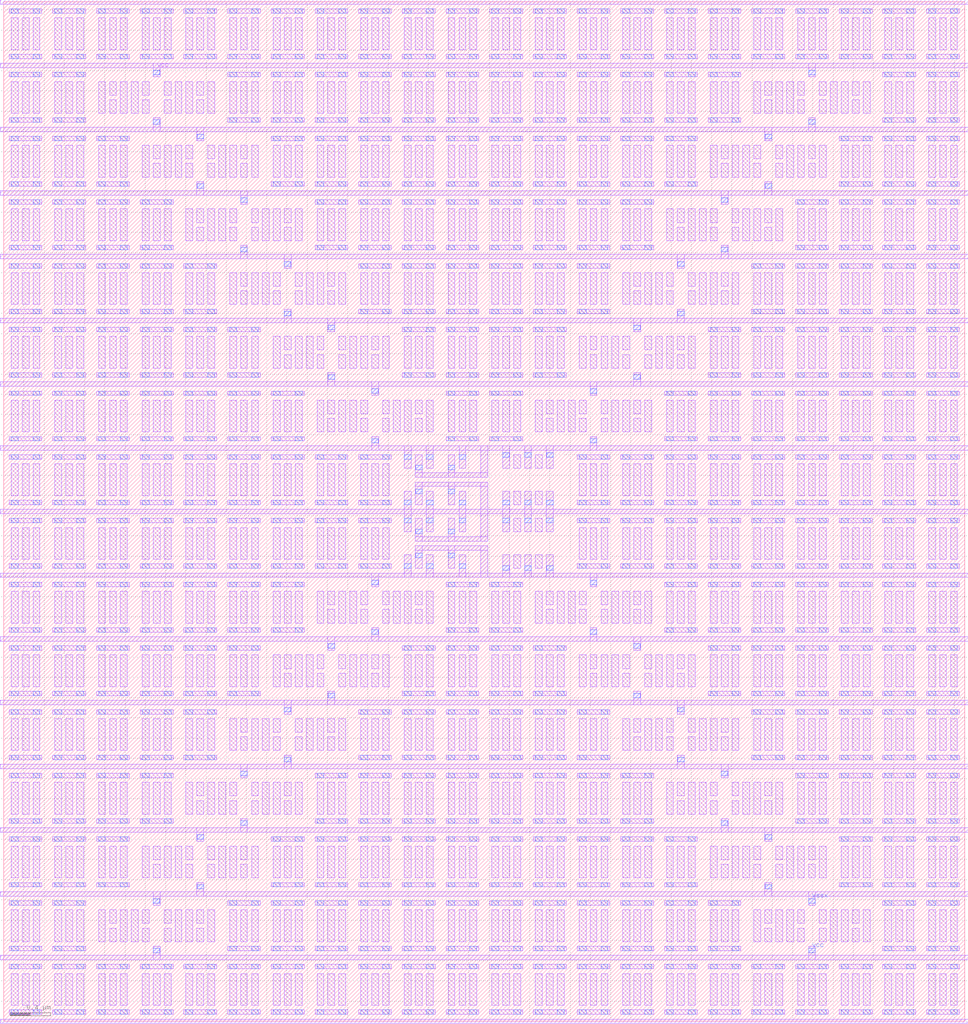
<source format=lef>
## ##############################################################################
## ## Intel Top Secret                                                         ##
## ##############################################################################
## ## Copyright © Intel Corporation.                                           ##
## ##                                                                          ##
## ## This is the property of Intel Corporation and may only be utilized       ##
## ## pursuant to a written Restricted Use Nondisclosure Agreement             ##
## ## with Intel Corporation.  It may not be used, reproduced, or              ##
## ## disclosed to others except in accordance with the terms and              ##
## ## conditions of such agreement.                                            ##
## ##                                                                          ##
## ## All products, processes, computer systems, dates, and figures            ##
## ## specified are preliminary based on current expectations, and are         ##
## ## subject to change without notice.                                        ##
## ##############################################################################
## ## Text_Tag % __Placeholder neutral1


VERSION 5.8 ;
BUSBITCHARS "[]" ;
DIVIDERCHAR "/" ;

MACRO b15qbfbf1bn1n16x5
  CLASS CORE ;
  ORIGIN 0 0 ;
  FOREIGN b15qbfbf1bn1n16x5 0 0 ;
  SIZE 1.728 BY 0.63 ;
  SYMMETRY X Y ;
  SITE core ;
  PIN a
    DIRECTION INPUT ;
    USE SIGNAL ;
    ANTENNAMODEL OXIDE2 ;
      ANTENNAGATEAREA 0.0072 LAYER m1 ;
      ANTENNAGATEAREA 0.0072 LAYER m2 ;
      ANTENNAMAXAREACAR 0.665 LAYER m1 ;
      ANTENNAMAXAREACAR 6.0805555 LAYER m2 ;
      ANTENNAMAXCUTCAR 0.78222225 LAYER v1 ;
    ANTENNAMODEL OXIDE3 ;
      ANTENNAGATEAREA 0.0072 LAYER m1 ;
      ANTENNAGATEAREA 0.0072 LAYER m2 ;
      ANTENNAMAXAREACAR 0.665 LAYER m1 ;
      ANTENNAMAXAREACAR 6.0805555 LAYER m2 ;
      ANTENNAMAXCUTCAR 0.78222225 LAYER v1 ;
    PORT
      LAYER m1 ;
        RECT 0.614 0.338 1.222 0.382 ;
        RECT 1.154 0.158 1.222 0.382 ;
      LAYER m2 ;
        RECT 0.472 0.338 0.916 0.382 ;
      LAYER v1 ;
        RECT 0.726 0.338 0.786 0.382 ;
      LAYER v0 ;
        RECT 1.046 0.338 1.114 0.382 ;
    END
  END a
  PIN o
    DIRECTION OUTPUT ;
    USE SIGNAL ;
    ANTENNADIFFAREA 0.02448 LAYER m1 ;
    ANTENNADIFFAREA 0.04896 LAYER m2 ;
    PORT
      LAYER m1 ;
        RECT 0.398 0.158 1.006 0.202 ;
        RECT 0.398 0.158 0.466 0.562 ;
        RECT 0.506 0.428 1.006 0.472 ;
      LAYER m2 ;
        RECT 0.488 0.158 0.916 0.202 ;
        RECT 0.272 0.428 0.916 0.472 ;
      LAYER v1 ;
        RECT 0.402 0.428 0.462 0.472 ;
        RECT 0.618 0.428 0.678 0.472 ;
        RECT 0.618 0.158 0.678 0.202 ;
        RECT 0.834 0.428 0.894 0.472 ;
        RECT 0.834 0.158 0.894 0.202 ;
      LAYER v0 ;
        RECT 0.614 0.428 0.682 0.472 ;
        RECT 0.614 0.158 0.682 0.202 ;
        RECT 0.83 0.428 0.898 0.472 ;
        RECT 0.83 0.158 0.898 0.202 ;
    END
  END o
  PIN vssx
    DIRECTION INOUT ;
    USE GROUND ;
    SHAPE ABUTMENT ;
    PORT
      LAYER m1 ;
        RECT -0.034 -0.022 1.762 0.022 ;
        RECT 0.938 -0.022 1.006 0.112 ;
        RECT 0.722 -0.022 0.79 0.112 ;
        RECT 0.506 -0.022 0.574 0.112 ;
        RECT 0.29 -0.022 0.358 0.112 ;
        RECT 0.074 -0.022 0.142 0.112 ;
        RECT 0.29 0.338 0.358 0.562 ;
        RECT 0.182 0.338 0.25 0.562 ;
        RECT 0.074 0.338 0.142 0.562 ;
      LAYER m2 ;
        RECT 0.04 0.338 0.392 0.382 ;
      LAYER v1 ;
        RECT 0.186 0.338 0.246 0.382 ;
      LAYER v0 ;
        RECT 0.076 0.048 0.14 0.092 ;
        RECT 0.074 0.498 0.142 0.542 ;
        RECT 0.074 0.363 0.142 0.407 ;
        RECT 0.182 0.498 0.25 0.542 ;
        RECT 0.182 0.363 0.25 0.407 ;
        RECT 0.292 0.048 0.356 0.092 ;
        RECT 0.29 0.498 0.358 0.542 ;
        RECT 0.29 0.363 0.358 0.407 ;
        RECT 0.508 0.048 0.572 0.092 ;
        RECT 0.724 0.048 0.788 0.092 ;
        RECT 0.94 0.048 1.004 0.092 ;
    END
  END vssx
  PIN vcc
    DIRECTION INOUT ;
    USE POWER ;
    SHAPE ABUTMENT ;
    PORT
      LAYER m1 ;
        RECT -0.034 0.608 1.762 0.652 ;
        RECT 0.938 0.518 1.006 0.652 ;
        RECT 0.722 0.518 0.79 0.652 ;
        RECT 0.506 0.518 0.574 0.652 ;
      LAYER v0 ;
        RECT 0.508 0.538 0.572 0.582 ;
        RECT 0.724 0.538 0.788 0.582 ;
        RECT 0.94 0.538 1.004 0.582 ;
    END
  END vcc
  OBS
    LAYER m2 ;
      RECT 1.352 0.428 1.564 0.472 ;
      RECT 1.352 0.158 1.564 0.202 ;
    LAYER m1 ;
      RECT 0.506 0.428 1.006 0.472 ;
      RECT 0.614 0.338 1.154 0.382 ;
      RECT 0.614 0.248 1.046 0.292 ;
      RECT 1.37 0.338 1.438 0.562 ;
      RECT 1.37 0.068 1.438 0.292 ;
      RECT 1.478 0.338 1.546 0.562 ;
      RECT 1.478 0.068 1.546 0.292 ;
      RECT 1.586 0.338 1.654 0.562 ;
      RECT 1.586 0.068 1.654 0.292 ;
    LAYER v1 ;
      RECT 1.482 0.158 1.542 0.202 ;
      RECT 1.482 0.428 1.542 0.472 ;
    LAYER v0 ;
      RECT 1.586 0.088 1.654 0.132 ;
      RECT 1.586 0.223 1.654 0.267 ;
      RECT 1.586 0.358 1.654 0.402 ;
      RECT 1.586 0.498 1.654 0.542 ;
      RECT 1.478 0.088 1.546 0.132 ;
      RECT 1.478 0.223 1.546 0.267 ;
      RECT 1.478 0.358 1.546 0.402 ;
      RECT 1.478 0.498 1.546 0.542 ;
      RECT 1.37 0.088 1.438 0.132 ;
      RECT 1.37 0.223 1.438 0.267 ;
      RECT 1.37 0.358 1.438 0.402 ;
      RECT 1.37 0.498 1.438 0.542 ;
      RECT 1.154 0.068 1.222 0.112 ;
      RECT 1.154 0.518 1.222 0.562 ;
      RECT 0.938 0.248 1.006 0.292 ;
      RECT 0.722 0.248 0.79 0.292 ;
    LAYER m1 ;
      RECT 0.398 0.158 0.466 0.562 ;
      RECT 0.466 0.158 1.006 0.202 ;
      RECT 1.154 0.158 1.222 0.382 ;
      RECT 1.046 0.068 1.114 0.292 ;
      RECT 1.046 0.518 1.262 0.562 ;
      RECT 1.114 0.068 1.262 0.112 ;
      RECT 1.262 0.068 1.33 0.562 ;
  END
END b15qbfbf1bn1n16x5

MACRO b15qbfbf1bn1n32x5
  CLASS CORE ;
  ORIGIN 0 0 ;
  FOREIGN b15qbfbf1bn1n32x5 0 0 ;
  SIZE 2.376 BY 0.63 ;
  SYMMETRY X Y ;
  SITE core ;
  PIN a
    DIRECTION INPUT ;
    USE SIGNAL ;
    ANTENNAMODEL OXIDE2 ;
      ANTENNAGATEAREA 0.0144 LAYER m1 ;
      ANTENNAGATEAREA 0.0144 LAYER m2 ;
      ANTENNAMAXAREACAR 0.4644445 LAYER m1 ;
      ANTENNAMAXAREACAR 1.52222225 LAYER m2 ;
      ANTENNAMAXCUTCAR 0.391111 LAYER v1 ;
    ANTENNAMODEL OXIDE3 ;
      ANTENNAGATEAREA 0.0144 LAYER m1 ;
      ANTENNAGATEAREA 0.0144 LAYER m2 ;
      ANTENNAMAXAREACAR 0.4644445 LAYER m1 ;
      ANTENNAMAXAREACAR 1.52222225 LAYER m2 ;
      ANTENNAMAXCUTCAR 0.391111 LAYER v1 ;
    PORT
      LAYER m1 ;
        RECT 0.506 0.158 0.574 0.382 ;
      LAYER m2 ;
        RECT 0.364 0.338 1.024 0.382 ;
      LAYER v1 ;
        RECT 0.51 0.338 0.57 0.382 ;
      LAYER v0 ;
        RECT 0.506 0.293 0.574 0.337 ;
    END
  END a
  PIN o
    DIRECTION OUTPUT ;
    USE SIGNAL ;
    ANTENNADIFFAREA 0.05814 LAYER m1 ;
    ANTENNADIFFAREA 0.11628 LAYER m2 ;
    PORT
      LAYER m1 ;
        RECT 0.938 0.158 1.978 0.202 ;
        RECT 0.938 0.158 1.006 0.562 ;
        RECT 1.046 0.428 1.978 0.472 ;
      LAYER m2 ;
        RECT 1.136 0.158 1.904 0.202 ;
        RECT 0.92 0.428 1.904 0.472 ;
      LAYER v1 ;
        RECT 0.942 0.428 1.002 0.472 ;
        RECT 1.158 0.428 1.218 0.472 ;
        RECT 1.158 0.158 1.218 0.202 ;
        RECT 1.374 0.428 1.434 0.472 ;
        RECT 1.374 0.158 1.434 0.202 ;
        RECT 1.59 0.428 1.65 0.472 ;
        RECT 1.59 0.158 1.65 0.202 ;
        RECT 1.806 0.428 1.866 0.472 ;
        RECT 1.806 0.158 1.866 0.202 ;
      LAYER v0 ;
        RECT 1.154 0.428 1.222 0.472 ;
        RECT 1.154 0.158 1.222 0.202 ;
        RECT 1.37 0.428 1.438 0.472 ;
        RECT 1.37 0.158 1.438 0.202 ;
        RECT 1.586 0.428 1.654 0.472 ;
        RECT 1.586 0.158 1.654 0.202 ;
        RECT 1.802 0.428 1.87 0.472 ;
        RECT 1.802 0.158 1.87 0.202 ;
    END
  END o
  PIN vssx
    DIRECTION INOUT ;
    USE GROUND ;
    SHAPE ABUTMENT ;
    PORT
      LAYER m1 ;
        RECT -0.034 -0.022 2.41 0.022 ;
        RECT 1.694 -0.022 1.762 0.112 ;
        RECT 1.478 -0.022 1.546 0.112 ;
        RECT 1.262 -0.022 1.33 0.112 ;
        RECT 1.046 -0.022 1.114 0.112 ;
        RECT 0.722 -0.022 0.79 0.292 ;
        RECT 0.506 -0.022 0.574 0.112 ;
        RECT 0.29 -0.022 0.358 0.112 ;
        RECT 0.074 -0.022 0.142 0.112 ;
        RECT 0.29 0.338 0.358 0.562 ;
        RECT 0.182 0.338 0.25 0.562 ;
        RECT 0.074 0.338 0.142 0.562 ;
      LAYER m2 ;
        RECT 0.04 0.338 0.284 0.382 ;
      LAYER v1 ;
        RECT 0.186 0.338 0.246 0.382 ;
      LAYER v0 ;
        RECT 0.076 0.048 0.14 0.092 ;
        RECT 0.074 0.498 0.142 0.542 ;
        RECT 0.074 0.363 0.142 0.407 ;
        RECT 0.182 0.498 0.25 0.542 ;
        RECT 0.182 0.363 0.25 0.407 ;
        RECT 0.292 0.048 0.356 0.092 ;
        RECT 0.29 0.498 0.358 0.542 ;
        RECT 0.29 0.363 0.358 0.407 ;
        RECT 0.506 0.048 0.574 0.092 ;
        RECT 0.722 0.158 0.79 0.202 ;
        RECT 1.046 0.048 1.114 0.092 ;
        RECT 1.264 0.048 1.328 0.092 ;
        RECT 1.48 0.048 1.544 0.092 ;
        RECT 1.696 0.048 1.76 0.092 ;
    END
  END vssx
  PIN vcc
    DIRECTION INOUT ;
    USE POWER ;
    SHAPE ABUTMENT ;
    PORT
      LAYER m1 ;
        RECT -0.034 0.608 2.41 0.652 ;
        RECT 1.694 0.518 1.762 0.652 ;
        RECT 1.478 0.518 1.546 0.652 ;
        RECT 1.262 0.518 1.33 0.652 ;
        RECT 1.046 0.518 1.114 0.652 ;
        RECT 0.506 0.518 0.574 0.652 ;
      LAYER v0 ;
        RECT 0.506 0.538 0.574 0.582 ;
        RECT 1.046 0.538 1.114 0.582 ;
        RECT 1.264 0.538 1.328 0.582 ;
        RECT 1.48 0.538 1.544 0.582 ;
        RECT 1.696 0.538 1.76 0.582 ;
    END
  END vcc
  OBS
    LAYER m2 ;
      RECT 1.984 0.428 2.212 0.472 ;
      RECT 1.984 0.158 2.212 0.202 ;
    LAYER m1 ;
      RECT 0.506 0.158 0.574 0.382 ;
      RECT 0.938 0.158 1.006 0.562 ;
      RECT 1.046 0.428 1.978 0.472 ;
      RECT 2.018 0.338 2.086 0.562 ;
      RECT 2.018 0.068 2.086 0.292 ;
      RECT 2.126 0.338 2.194 0.562 ;
      RECT 2.126 0.068 2.194 0.292 ;
      RECT 2.234 0.338 2.302 0.562 ;
      RECT 2.234 0.068 2.302 0.292 ;
    LAYER v1 ;
      RECT 2.13 0.158 2.19 0.202 ;
      RECT 2.13 0.428 2.19 0.472 ;
    LAYER v0 ;
      RECT 2.234 0.088 2.302 0.132 ;
      RECT 2.234 0.223 2.302 0.267 ;
      RECT 2.234 0.358 2.302 0.402 ;
      RECT 2.234 0.498 2.302 0.542 ;
      RECT 2.126 0.088 2.194 0.132 ;
      RECT 2.126 0.223 2.194 0.267 ;
      RECT 2.126 0.358 2.194 0.402 ;
      RECT 2.126 0.498 2.194 0.542 ;
      RECT 2.018 0.088 2.086 0.132 ;
      RECT 2.018 0.223 2.086 0.267 ;
      RECT 2.018 0.358 2.086 0.402 ;
      RECT 2.018 0.498 2.086 0.542 ;
      RECT 0.83 0.293 0.898 0.337 ;
      RECT 0.614 0.158 0.682 0.202 ;
      RECT 0.616 0.4385 0.68 0.4825 ;
    LAYER m1 ;
      RECT 0.614 0.068 0.682 0.562 ;
      RECT 0.682 0.518 0.83 0.562 ;
      RECT 0.83 0.248 0.898 0.562 ;
      RECT 1.006 0.158 1.978 0.202 ;
  END
END b15qbfbf1bn1n32x5

MACRO b15qbfff4gn1n08x5
  CLASS CORE ;
  ORIGIN 0 0 ;
  FOREIGN b15qbfff4gn1n08x5 0 0 ;
  SIZE 7.452 BY 0.63 ;
  SYMMETRY X Y ;
  SITE core ;
  PIN clk
    DIRECTION INPUT ;
    USE CLOCK ;
    ANTENNAMODEL OXIDE2 ;
      ANTENNAGATEAREA 0.0054 LAYER m1 ;
      ANTENNAGATEAREA 0.0054 LAYER m2 ;
      ANTENNAMAXAREACAR 3.515 LAYER m1 ;
      ANTENNAMAXAREACAR 8.6024075 LAYER m2 ;
      ANTENNAMAXCUTCAR 1.042963 LAYER v1 ;
    ANTENNAMODEL OXIDE3 ;
      ANTENNAGATEAREA 0.0054 LAYER m1 ;
      ANTENNAGATEAREA 0.0054 LAYER m2 ;
      ANTENNAMAXAREACAR 3.515 LAYER m1 ;
      ANTENNAMAXAREACAR 8.6024075 LAYER m2 ;
      ANTENNAMAXCUTCAR 1.042963 LAYER v1 ;
    PORT
      LAYER m1 ;
        RECT 1.478 0.158 1.546 0.562 ;
      LAYER m2 ;
        RECT 1.028 0.428 1.58 0.472 ;
      LAYER v1 ;
        RECT 1.482 0.428 1.542 0.472 ;
      LAYER v0 ;
        RECT 1.478 0.498 1.546 0.542 ;
    END
  END clk
  PIN d
    DIRECTION INPUT ;
    USE SIGNAL ;
    ANTENNAMODEL OXIDE2 ;
      ANTENNAGATEAREA 0.0036 LAYER m1 ;
      ANTENNAGATEAREA 0.0036 LAYER m2 ;
      ANTENNAMAXAREACAR 0.71777775 LAYER m1 ;
      ANTENNAMAXAREACAR 6.648889 LAYER m2 ;
      ANTENNAMAXCUTCAR 1.5644445 LAYER v1 ;
    ANTENNAMODEL OXIDE3 ;
      ANTENNAGATEAREA 0.0036 LAYER m1 ;
      ANTENNAGATEAREA 0.0036 LAYER m2 ;
      ANTENNAMAXAREACAR 0.71777775 LAYER m1 ;
      ANTENNAMAXAREACAR 6.648889 LAYER m2 ;
      ANTENNAMAXCUTCAR 1.5644445 LAYER v1 ;
    PORT
      LAYER m1 ;
        RECT 1.154 0.158 1.222 0.472 ;
      LAYER m2 ;
        RECT 1.012 0.158 1.456 0.202 ;
      LAYER v1 ;
        RECT 1.158 0.158 1.218 0.202 ;
      LAYER v0 ;
        RECT 1.154 0.293 1.222 0.337 ;
    END
  END d
  PIN o
    DIRECTION OUTPUT ;
    USE SIGNAL ;
    ANTENNADIFFAREA 0.01224 LAYER m1 ;
    ANTENNADIFFAREA 0.02448 LAYER m2 ;
    PORT
      LAYER m1 ;
        RECT 6.554 0.158 6.946 0.202 ;
        RECT 6.554 0.158 6.622 0.562 ;
        RECT 6.77 0.338 6.838 0.562 ;
      LAYER m2 ;
        RECT 6.536 0.158 6.98 0.202 ;
        RECT 6.536 0.518 6.98 0.562 ;
      LAYER v1 ;
        RECT 6.558 0.518 6.618 0.562 ;
        RECT 6.774 0.518 6.834 0.562 ;
        RECT 6.774 0.158 6.834 0.202 ;
      LAYER v0 ;
        RECT 6.77 0.448 6.838 0.492 ;
        RECT 6.77 0.158 6.838 0.202 ;
    END
  END o
  PIN psb
    DIRECTION INPUT ;
    USE SIGNAL ;
    ANTENNAMODEL OXIDE2 ;
      ANTENNAGATEAREA 0.0036 LAYER m1 ;
      ANTENNAGATEAREA 0.0072 LAYER m2 ;
      ANTENNAMAXAREACAR 0.71777775 LAYER m1 ;
      ANTENNAMAXAREACAR 24.5444445 LAYER m2 ;
      ANTENNAMAXCUTCAR 2.29777775 LAYER v1 ;
    ANTENNAMODEL OXIDE3 ;
      ANTENNAGATEAREA 0.0036 LAYER m1 ;
      ANTENNAGATEAREA 0.0072 LAYER m2 ;
      ANTENNAMAXAREACAR 0.71777775 LAYER m1 ;
      ANTENNAMAXAREACAR 24.5444445 LAYER m2 ;
      ANTENNAMAXCUTCAR 2.29777775 LAYER v1 ;
    PORT
      LAYER m1 ;
        RECT 5.042 0.068 5.11 0.562 ;
        RECT 2.666 0.518 2.95 0.562 ;
      LAYER m2 ;
        RECT 4.808 0.068 5.252 0.112 ;
        RECT 2.756 0.518 5.128 0.562 ;
      LAYER v1 ;
        RECT 2.778 0.518 2.838 0.562 ;
        RECT 5.046 0.518 5.106 0.562 ;
        RECT 5.046 0.068 5.106 0.112 ;
      LAYER v0 ;
        RECT 2.774 0.518 2.842 0.562 ;
        RECT 5.042 0.248 5.11 0.292 ;
    END
  END psb
  PIN rb
    DIRECTION INPUT ;
    USE SIGNAL ;
    ANTENNAMODEL OXIDE2 ;
      ANTENNAGATEAREA 0.0036 LAYER m1 ;
      ANTENNAGATEAREA 0.0144 LAYER m2 ;
      ANTENNAMAXAREACAR 0.71777775 LAYER m1 ;
      ANTENNAMAXAREACAR 6.648889 LAYER m2 ;
      ANTENNAMAXCUTCAR 1.5644445 LAYER v1 ;
    ANTENNAMODEL OXIDE3 ;
      ANTENNAGATEAREA 0.0036 LAYER m1 ;
      ANTENNAGATEAREA 0.018 LAYER m2 ;
      ANTENNAMAXAREACAR 0.71777775 LAYER m1 ;
      ANTENNAMAXAREACAR 6.648889 LAYER m2 ;
      ANTENNAMAXCUTCAR 1.5644445 LAYER v1 ;
    PORT
      LAYER m1 ;
        RECT 4.61 0.068 4.678 0.382 ;
        RECT 3.942 0.338 4.246 0.382 ;
      LAYER m2 ;
        RECT 4.16 0.338 4.696 0.382 ;
      LAYER v1 ;
        RECT 4.182 0.338 4.242 0.382 ;
        RECT 4.614 0.338 4.674 0.382 ;
      LAYER v0 ;
        RECT 4.07 0.338 4.138 0.382 ;
        RECT 4.61 0.088 4.678 0.132 ;
    END
  END rb
  PIN vssx
    DIRECTION INOUT ;
    USE GROUND ;
    SHAPE ABUTMENT ;
    PORT
      LAYER m1 ;
        RECT -0.034 -0.022 7.486 0.022 ;
        RECT 6.878 -0.022 6.946 0.112 ;
        RECT 6.662 -0.022 6.73 0.112 ;
        RECT 6.446 -0.022 6.514 0.202 ;
        RECT 5.15 -0.022 5.218 0.202 ;
        RECT 4.718 -0.022 4.786 0.292 ;
        RECT 2.558 0.158 3.726 0.202 ;
        RECT 2.558 -0.022 2.626 0.202 ;
        RECT 1.91 -0.022 1.978 0.112 ;
        RECT 1.262 -0.022 1.33 0.292 ;
        RECT 0.29 -0.022 0.358 0.112 ;
        RECT 0.074 -0.022 0.142 0.112 ;
        RECT 0.83 0.068 0.898 0.292 ;
        RECT 0.722 0.068 0.79 0.292 ;
        RECT 0.614 0.068 0.682 0.292 ;
        RECT 0.29 0.338 0.358 0.562 ;
        RECT 0.182 0.338 0.25 0.562 ;
        RECT 0.074 0.338 0.142 0.562 ;
      LAYER m2 ;
        RECT 0.596 0.158 0.932 0.202 ;
        RECT 0.164 0.428 0.376 0.472 ;
      LAYER v1 ;
        RECT 0.186 0.428 0.246 0.472 ;
        RECT 0.726 0.158 0.786 0.202 ;
      LAYER v0 ;
        RECT 0.076 0.048 0.14 0.092 ;
        RECT 0.074 0.498 0.142 0.542 ;
        RECT 0.074 0.363 0.142 0.407 ;
        RECT 0.182 0.498 0.25 0.542 ;
        RECT 0.182 0.363 0.25 0.407 ;
        RECT 0.292 0.048 0.356 0.092 ;
        RECT 0.29 0.498 0.358 0.542 ;
        RECT 0.29 0.363 0.358 0.407 ;
        RECT 0.614 0.223 0.682 0.267 ;
        RECT 0.614 0.088 0.682 0.132 ;
        RECT 0.722 0.223 0.79 0.267 ;
        RECT 0.722 0.088 0.79 0.132 ;
        RECT 0.83 0.223 0.898 0.267 ;
        RECT 0.83 0.088 0.898 0.132 ;
        RECT 1.262 0.203 1.33 0.247 ;
        RECT 1.91 0.048 1.978 0.092 ;
        RECT 2.666 0.158 2.734 0.202 ;
        RECT 2.99 0.158 3.058 0.202 ;
        RECT 3.206 0.158 3.274 0.202 ;
        RECT 3.422 0.158 3.49 0.202 ;
        RECT 3.638 0.158 3.706 0.202 ;
        RECT 4.718 0.203 4.786 0.247 ;
        RECT 5.15 0.138 5.218 0.182 ;
        RECT 6.446 0.138 6.514 0.182 ;
        RECT 6.664 0.048 6.728 0.092 ;
        RECT 6.88 0.048 6.944 0.092 ;
    END
  END vssx
  PIN vcc
    DIRECTION INOUT ;
    USE POWER ;
    SHAPE ABUTMENT ;
    PORT
      LAYER m1 ;
        RECT -0.034 0.608 7.486 0.652 ;
        RECT 6.878 0.428 6.946 0.652 ;
        RECT 6.662 0.518 6.73 0.652 ;
        RECT 6.446 0.338 6.514 0.652 ;
        RECT 5.15 0.428 5.218 0.652 ;
        RECT 4.934 0.428 5.002 0.652 ;
        RECT 4.61 0.428 4.678 0.652 ;
        RECT 3.962 0.518 4.03 0.652 ;
        RECT 3.206 0.338 3.274 0.652 ;
        RECT 2.99 0.338 3.058 0.652 ;
        RECT 2.558 0.518 2.626 0.652 ;
        RECT 1.802 0.338 1.87 0.652 ;
        RECT 1.262 0.338 1.33 0.652 ;
      LAYER v0 ;
        RECT 1.262 0.408 1.33 0.452 ;
        RECT 1.802 0.428 1.87 0.472 ;
        RECT 2.56 0.538 2.624 0.582 ;
        RECT 2.99 0.3835 3.058 0.4275 ;
        RECT 3.208 0.428 3.272 0.472 ;
        RECT 3.962 0.538 4.03 0.582 ;
        RECT 4.61 0.448 4.678 0.492 ;
        RECT 4.934 0.448 5.002 0.492 ;
        RECT 5.15 0.448 5.218 0.492 ;
        RECT 6.446 0.428 6.514 0.472 ;
        RECT 6.664 0.538 6.728 0.582 ;
        RECT 6.878 0.448 6.946 0.492 ;
    END
  END vcc
  OBS
    LAYER m2 ;
      RECT 1.028 0.338 2.12 0.382 ;
      RECT 1.352 0.518 2.32 0.562 ;
      RECT 2.2 0.338 3.616 0.382 ;
      RECT 1.66 0.428 4.28 0.472 ;
      RECT 5.332 0.068 5.684 0.112 ;
      RECT 5.78 0.338 6.1 0.382 ;
      RECT 4.36 0.428 6.748 0.472 ;
      RECT 7.06 0.518 7.288 0.562 ;
      RECT 7.06 0.158 7.288 0.202 ;
    LAYER m1 ;
      RECT 1.046 0.158 1.114 0.562 ;
      RECT 1.154 0.158 1.222 0.472 ;
      RECT 1.478 0.158 1.546 0.562 ;
      RECT 1.694 0.248 1.762 0.472 ;
      RECT 1.91 0.248 1.978 0.382 ;
      RECT 2.234 0.158 2.302 0.472 ;
      RECT 2.342 0.248 2.41 0.472 ;
      RECT 2.234 0.518 2.43 0.562 ;
      RECT 2.558 0.248 2.626 0.472 ;
      RECT 2.666 0.518 2.95 0.562 ;
      RECT 3.422 0.338 3.834 0.382 ;
      RECT 3.942 0.338 4.246 0.382 ;
      RECT 4.07 0.428 4.286 0.472 ;
      RECT 4.178 0.158 4.394 0.202 ;
      RECT 2.774 0.068 4.502 0.112 ;
      RECT 4.826 0.248 4.894 0.562 ;
      RECT 4.61 0.068 4.678 0.382 ;
      RECT 4.718 0.428 4.786 0.562 ;
      RECT 6.554 0.158 6.622 0.562 ;
      RECT 5.042 0.068 5.11 0.562 ;
      RECT 5.366 0.068 5.434 0.292 ;
      RECT 5.474 0.068 5.542 0.292 ;
      RECT 5.582 0.068 5.65 0.292 ;
      RECT 5.906 0.338 5.974 0.562 ;
      RECT 6.014 0.338 6.082 0.562 ;
      RECT 6.122 0.338 6.19 0.562 ;
      RECT 6.338 0.068 6.406 0.562 ;
      RECT 6.662 0.248 6.73 0.472 ;
      RECT 6.77 0.338 6.838 0.562 ;
      RECT 7.094 0.338 7.162 0.562 ;
      RECT 7.094 0.068 7.162 0.292 ;
      RECT 7.202 0.338 7.27 0.562 ;
      RECT 7.202 0.068 7.27 0.292 ;
      RECT 7.31 0.338 7.378 0.562 ;
      RECT 7.31 0.068 7.378 0.292 ;
    LAYER v1 ;
      RECT 7.206 0.158 7.266 0.202 ;
      RECT 7.206 0.518 7.266 0.562 ;
      RECT 6.666 0.428 6.726 0.472 ;
      RECT 6.018 0.338 6.078 0.382 ;
      RECT 5.478 0.068 5.538 0.112 ;
      RECT 4.722 0.428 4.782 0.472 ;
      RECT 4.398 0.428 4.458 0.472 ;
      RECT 4.182 0.428 4.242 0.472 ;
      RECT 3.534 0.338 3.594 0.382 ;
      RECT 2.346 0.428 2.406 0.472 ;
      RECT 2.238 0.338 2.298 0.382 ;
      RECT 2.238 0.518 2.298 0.562 ;
      RECT 1.914 0.338 1.974 0.382 ;
      RECT 1.698 0.428 1.758 0.472 ;
      RECT 1.374 0.518 1.434 0.562 ;
      RECT 1.05 0.338 1.11 0.382 ;
    LAYER v0 ;
      RECT 7.31 0.088 7.378 0.132 ;
      RECT 7.31 0.223 7.378 0.267 ;
      RECT 7.31 0.358 7.378 0.402 ;
      RECT 7.31 0.498 7.378 0.542 ;
      RECT 7.202 0.088 7.27 0.132 ;
      RECT 7.202 0.223 7.27 0.267 ;
      RECT 7.202 0.358 7.27 0.402 ;
      RECT 7.202 0.498 7.27 0.542 ;
      RECT 7.094 0.088 7.162 0.132 ;
      RECT 7.094 0.223 7.162 0.267 ;
      RECT 7.094 0.358 7.162 0.402 ;
      RECT 7.094 0.498 7.162 0.542 ;
      RECT 6.662 0.338 6.73 0.382 ;
      RECT 6.338 0.138 6.406 0.182 ;
      RECT 6.338 0.428 6.406 0.472 ;
      RECT 6.122 0.363 6.19 0.407 ;
      RECT 6.122 0.498 6.19 0.542 ;
      RECT 6.014 0.363 6.082 0.407 ;
      RECT 6.014 0.498 6.082 0.542 ;
      RECT 5.906 0.363 5.974 0.407 ;
      RECT 5.906 0.498 5.974 0.542 ;
      RECT 5.582 0.088 5.65 0.132 ;
      RECT 5.582 0.223 5.65 0.267 ;
      RECT 5.474 0.088 5.542 0.132 ;
      RECT 5.474 0.223 5.542 0.267 ;
      RECT 5.366 0.088 5.434 0.132 ;
      RECT 5.366 0.223 5.434 0.267 ;
      RECT 4.934 0.138 5.002 0.182 ;
      RECT 4.826 0.448 4.894 0.492 ;
      RECT 4.718 0.448 4.786 0.492 ;
      RECT 4.502 0.338 4.57 0.382 ;
      RECT 4.394 0.068 4.462 0.112 ;
      RECT 4.394 0.428 4.462 0.472 ;
      RECT 4.286 0.158 4.354 0.202 ;
      RECT 4.286 0.338 4.354 0.382 ;
      RECT 4.07 0.248 4.138 0.292 ;
      RECT 3.854 0.248 3.922 0.292 ;
      RECT 3.854 0.428 3.922 0.472 ;
      RECT 3.746 0.338 3.814 0.382 ;
      RECT 3.638 0.428 3.706 0.472 ;
      RECT 3.422 0.428 3.49 0.472 ;
      RECT 2.882 0.068 2.95 0.112 ;
      RECT 2.558 0.293 2.626 0.337 ;
      RECT 2.342 0.158 2.41 0.202 ;
      RECT 2.342 0.293 2.41 0.337 ;
      RECT 2.342 0.518 2.41 0.562 ;
      RECT 2.234 0.3835 2.302 0.4275 ;
      RECT 2.128 0.088 2.192 0.132 ;
      RECT 1.91 0.293 1.978 0.337 ;
      RECT 1.694 0.293 1.762 0.337 ;
      RECT 1.37 0.203 1.438 0.247 ;
      RECT 1.37 0.408 1.438 0.452 ;
      RECT 1.046 0.203 1.114 0.247 ;
      RECT 1.046 0.4055 1.114 0.4495 ;
    LAYER m1 ;
      RECT 1.37 0.068 1.438 0.562 ;
      RECT 1.438 0.068 1.694 0.112 ;
      RECT 1.694 0.068 1.762 0.202 ;
      RECT 1.762 0.158 2.126 0.202 ;
      RECT 2.126 0.068 2.194 0.202 ;
      RECT 2.302 0.158 2.518 0.202 ;
      RECT 2.626 0.428 2.882 0.472 ;
      RECT 2.882 0.248 2.95 0.472 ;
      RECT 2.95 0.248 3.314 0.292 ;
      RECT 3.314 0.248 3.382 0.472 ;
      RECT 3.382 0.428 4.03 0.472 ;
      RECT 3.382 0.248 4.246 0.292 ;
      RECT 4.286 0.248 4.354 0.472 ;
      RECT 4.394 0.158 4.462 0.562 ;
      RECT 4.502 0.068 4.57 0.472 ;
      RECT 4.894 0.248 4.934 0.292 ;
      RECT 4.934 0.068 5.002 0.292 ;
      RECT 6.622 0.158 6.946 0.202 ;
  END
END b15qbfff4gn1n08x5

MACRO b15qbfin1bn1n16x5
  CLASS CORE ;
  ORIGIN 0 0 ;
  FOREIGN b15qbfin1bn1n16x5 0 0 ;
  SIZE 1.512 BY 0.63 ;
  SYMMETRY X Y ;
  SITE core ;
  PIN a
    DIRECTION INPUT ;
    USE SIGNAL ;
    ANTENNAMODEL OXIDE2 ;
      ANTENNAGATEAREA 0.0288 LAYER m1 ;
      ANTENNAGATEAREA 0.0288 LAYER m2 ;
      ANTENNAMAXAREACAR 0.59375 LAYER m1 ;
      ANTENNAMAXAREACAR 1.122639 LAYER m2 ;
      ANTENNAMAXCUTCAR 0.1955555 LAYER v1 ;
    ANTENNAMODEL OXIDE3 ;
      ANTENNAGATEAREA 0.0288 LAYER m1 ;
      ANTENNAGATEAREA 0.0288 LAYER m2 ;
      ANTENNAMAXAREACAR 0.59375 LAYER m1 ;
      ANTENNAMAXAREACAR 1.122639 LAYER m2 ;
      ANTENNAMAXCUTCAR 0.1955555 LAYER v1 ;
    PORT
      LAYER m1 ;
        RECT 0.506 0.248 0.574 0.472 ;
      LAYER m2 ;
        RECT 0.472 0.428 0.916 0.472 ;
      LAYER v1 ;
        RECT 0.51 0.428 0.57 0.472 ;
      LAYER v0 ;
        RECT 0.506 0.293 0.574 0.337 ;
    END
  END a
  PIN o1
    DIRECTION OUTPUT ;
    USE SIGNAL ;
    ANTENNADIFFAREA 0.02448 LAYER m1 ;
    ANTENNADIFFAREA 0.04896 LAYER m2 ;
    PORT
      LAYER m1 ;
        RECT 0.398 0.158 1.006 0.202 ;
        RECT 0.398 0.158 0.466 0.562 ;
        RECT 0.83 0.338 0.898 0.562 ;
        RECT 0.614 0.338 0.898 0.382 ;
        RECT 0.614 0.338 0.682 0.562 ;
      LAYER m2 ;
        RECT 0.488 0.158 0.916 0.202 ;
        RECT 0.38 0.518 0.916 0.562 ;
      LAYER v1 ;
        RECT 0.402 0.518 0.462 0.562 ;
        RECT 0.618 0.518 0.678 0.562 ;
        RECT 0.618 0.158 0.678 0.202 ;
        RECT 0.834 0.518 0.894 0.562 ;
        RECT 0.834 0.158 0.894 0.202 ;
      LAYER v0 ;
        RECT 0.614 0.448 0.682 0.492 ;
        RECT 0.614 0.158 0.682 0.202 ;
        RECT 0.83 0.448 0.898 0.492 ;
        RECT 0.83 0.158 0.898 0.202 ;
    END
  END o1
  PIN vssx
    DIRECTION INOUT ;
    USE GROUND ;
    SHAPE ABUTMENT ;
    PORT
      LAYER m1 ;
        RECT -0.034 -0.022 1.546 0.022 ;
        RECT 0.938 -0.022 1.006 0.112 ;
        RECT 0.722 -0.022 0.79 0.112 ;
        RECT 0.506 -0.022 0.574 0.112 ;
        RECT 0.29 -0.022 0.358 0.112 ;
        RECT 0.074 -0.022 0.142 0.112 ;
        RECT 0.29 0.338 0.358 0.562 ;
        RECT 0.182 0.338 0.25 0.562 ;
        RECT 0.074 0.338 0.142 0.562 ;
      LAYER m2 ;
        RECT 0.04 0.428 0.392 0.472 ;
      LAYER v1 ;
        RECT 0.186 0.428 0.246 0.472 ;
      LAYER v0 ;
        RECT 0.076 0.048 0.14 0.092 ;
        RECT 0.074 0.498 0.142 0.542 ;
        RECT 0.074 0.363 0.142 0.407 ;
        RECT 0.182 0.498 0.25 0.542 ;
        RECT 0.182 0.363 0.25 0.407 ;
        RECT 0.292 0.048 0.356 0.092 ;
        RECT 0.29 0.498 0.358 0.542 ;
        RECT 0.29 0.363 0.358 0.407 ;
        RECT 0.506 0.048 0.574 0.092 ;
        RECT 0.722 0.048 0.79 0.092 ;
        RECT 0.938 0.048 1.006 0.092 ;
    END
  END vssx
  PIN vcc
    DIRECTION INOUT ;
    USE POWER ;
    SHAPE ABUTMENT ;
    PORT
      LAYER m1 ;
        RECT -0.034 0.608 1.546 0.652 ;
        RECT 0.938 0.518 1.006 0.652 ;
        RECT 0.722 0.428 0.79 0.652 ;
        RECT 0.506 0.518 0.574 0.652 ;
      LAYER v0 ;
        RECT 0.506 0.538 0.574 0.582 ;
        RECT 0.722 0.448 0.79 0.492 ;
        RECT 0.938 0.538 1.006 0.582 ;
    END
  END vcc
  OBS
    LAYER m2 ;
      RECT 1.244 0.518 1.472 0.562 ;
      RECT 1.244 0.158 1.472 0.202 ;
    LAYER m1 ;
      RECT 0.506 0.248 0.574 0.472 ;
      RECT 0.398 0.158 0.466 0.562 ;
      RECT 1.154 0.338 1.222 0.562 ;
      RECT 1.154 0.068 1.222 0.292 ;
      RECT 1.262 0.338 1.33 0.562 ;
      RECT 1.262 0.068 1.33 0.292 ;
      RECT 1.37 0.338 1.438 0.562 ;
      RECT 1.37 0.068 1.438 0.292 ;
    LAYER v1 ;
      RECT 1.266 0.158 1.326 0.202 ;
      RECT 1.266 0.518 1.326 0.562 ;
    LAYER v0 ;
      RECT 1.37 0.088 1.438 0.132 ;
      RECT 1.37 0.223 1.438 0.267 ;
      RECT 1.37 0.358 1.438 0.402 ;
      RECT 1.37 0.498 1.438 0.542 ;
      RECT 1.262 0.088 1.33 0.132 ;
      RECT 1.262 0.223 1.33 0.267 ;
      RECT 1.262 0.358 1.33 0.402 ;
      RECT 1.262 0.498 1.33 0.542 ;
      RECT 1.154 0.088 1.222 0.132 ;
      RECT 1.154 0.223 1.222 0.267 ;
      RECT 1.154 0.358 1.222 0.402 ;
      RECT 1.154 0.498 1.222 0.542 ;
    LAYER m1 ;
      RECT 0.614 0.338 0.682 0.562 ;
      RECT 0.682 0.338 0.83 0.382 ;
      RECT 0.83 0.338 0.898 0.562 ;
      RECT 0.466 0.158 1.006 0.202 ;
  END
END b15qbfin1bn1n16x5

MACRO b15qbfin1bn1n40x5
  CLASS CORE ;
  ORIGIN 0 0 ;
  FOREIGN b15qbfin1bn1n40x5 0 0 ;
  SIZE 2.16 BY 0.63 ;
  SYMMETRY X Y ;
  SITE core ;
  PIN a
    DIRECTION INPUT ;
    USE SIGNAL ;
    ANTENNAMODEL OXIDE2 ;
      ANTENNAGATEAREA 0.072 LAYER m1 ;
      ANTENNAGATEAREA 0.072 LAYER m2 ;
      ANTENNAMAXAREACAR 0.5795 LAYER m1 ;
      ANTENNAMAXAREACAR 0.96327775 LAYER m2 ;
      ANTENNAMAXCUTCAR 0.23466675 LAYER v1 ;
    ANTENNAMODEL OXIDE3 ;
      ANTENNAGATEAREA 0.072 LAYER m1 ;
      ANTENNAGATEAREA 0.072 LAYER m2 ;
      ANTENNAMAXAREACAR 0.5795 LAYER m1 ;
      ANTENNAMAXAREACAR 0.96327775 LAYER m2 ;
      ANTENNAMAXCUTCAR 0.23466675 LAYER v1 ;
    PORT
      LAYER m1 ;
        RECT 1.046 0.248 1.674 0.292 ;
      LAYER m2 ;
        RECT 0.92 0.248 1.672 0.292 ;
      LAYER v1 ;
        RECT 1.158 0.248 1.218 0.292 ;
        RECT 1.374 0.248 1.434 0.292 ;
        RECT 1.59 0.248 1.65 0.292 ;
      LAYER v0 ;
        RECT 1.154 0.248 1.222 0.292 ;
        RECT 1.37 0.248 1.438 0.292 ;
        RECT 1.586 0.248 1.654 0.292 ;
    END
  END a
  PIN o1
    DIRECTION OUTPUT ;
    USE SIGNAL ;
    ANTENNADIFFAREA 0.0612 LAYER m1 ;
    ANTENNADIFFAREA 0.1224 LAYER m2 ;
    PORT
      LAYER m1 ;
        RECT 0.506 0.158 1.654 0.202 ;
        RECT 0.938 0.158 1.006 0.382 ;
        RECT 0.722 0.158 0.79 0.382 ;
        RECT 0.506 0.158 0.574 0.382 ;
        RECT 0.506 0.428 1.654 0.472 ;
        RECT 1.586 0.338 1.654 0.472 ;
        RECT 1.37 0.338 1.438 0.472 ;
        RECT 1.154 0.338 1.222 0.472 ;
      LAYER m2 ;
        RECT 0.488 0.338 1.796 0.382 ;
        RECT 0.596 0.158 1.58 0.202 ;
      LAYER v1 ;
        RECT 0.51 0.338 0.57 0.382 ;
        RECT 0.618 0.158 0.678 0.202 ;
        RECT 0.726 0.338 0.786 0.382 ;
        RECT 0.834 0.158 0.894 0.202 ;
        RECT 0.942 0.338 1.002 0.382 ;
        RECT 1.05 0.158 1.11 0.202 ;
        RECT 1.158 0.338 1.218 0.382 ;
        RECT 1.266 0.158 1.326 0.202 ;
        RECT 1.374 0.338 1.434 0.382 ;
        RECT 1.482 0.158 1.542 0.202 ;
        RECT 1.59 0.338 1.65 0.382 ;
      LAYER v0 ;
        RECT 0.614 0.428 0.682 0.472 ;
        RECT 0.614 0.158 0.682 0.202 ;
        RECT 0.83 0.428 0.898 0.472 ;
        RECT 0.83 0.158 0.898 0.202 ;
        RECT 1.046 0.428 1.114 0.472 ;
        RECT 1.046 0.158 1.114 0.202 ;
        RECT 1.262 0.428 1.33 0.472 ;
        RECT 1.262 0.158 1.33 0.202 ;
        RECT 1.478 0.428 1.546 0.472 ;
        RECT 1.478 0.158 1.546 0.202 ;
    END
  END o1
  PIN vssx
    DIRECTION INOUT ;
    USE GROUND ;
    SHAPE ABUTMENT ;
    PORT
      LAYER m1 ;
        RECT -0.034 -0.022 2.194 0.022 ;
        RECT 1.586 -0.022 1.654 0.112 ;
        RECT 1.37 -0.022 1.438 0.112 ;
        RECT 1.154 -0.022 1.222 0.112 ;
        RECT 0.938 -0.022 1.006 0.112 ;
        RECT 0.722 -0.022 0.79 0.112 ;
        RECT 0.506 -0.022 0.574 0.112 ;
        RECT 0.29 -0.022 0.358 0.112 ;
        RECT 0.074 -0.022 0.142 0.112 ;
        RECT 0.29 0.338 0.358 0.562 ;
        RECT 0.182 0.248 0.25 0.562 ;
        RECT 0.074 0.338 0.142 0.562 ;
      LAYER m2 ;
        RECT 0.04 0.248 0.268 0.292 ;
      LAYER v1 ;
        RECT 0.186 0.248 0.246 0.292 ;
      LAYER v0 ;
        RECT 0.076 0.048 0.14 0.092 ;
        RECT 0.074 0.498 0.142 0.542 ;
        RECT 0.074 0.363 0.142 0.407 ;
        RECT 0.182 0.498 0.25 0.542 ;
        RECT 0.182 0.363 0.25 0.407 ;
        RECT 0.292 0.048 0.356 0.092 ;
        RECT 0.29 0.498 0.358 0.542 ;
        RECT 0.29 0.363 0.358 0.407 ;
        RECT 0.508 0.048 0.572 0.092 ;
        RECT 0.724 0.048 0.788 0.092 ;
        RECT 0.94 0.048 1.004 0.092 ;
        RECT 1.156 0.048 1.22 0.092 ;
        RECT 1.372 0.048 1.436 0.092 ;
        RECT 1.588 0.048 1.652 0.092 ;
    END
  END vssx
  PIN vcc
    DIRECTION INOUT ;
    USE POWER ;
    SHAPE ABUTMENT ;
    PORT
      LAYER m1 ;
        RECT -0.034 0.608 2.194 0.652 ;
        RECT 1.586 0.518 1.654 0.652 ;
        RECT 1.37 0.518 1.438 0.652 ;
        RECT 1.154 0.518 1.222 0.652 ;
        RECT 0.938 0.518 1.006 0.652 ;
        RECT 0.722 0.518 0.79 0.652 ;
        RECT 0.506 0.518 0.574 0.652 ;
      LAYER v0 ;
        RECT 0.508 0.538 0.572 0.582 ;
        RECT 0.724 0.538 0.788 0.582 ;
        RECT 0.94 0.538 1.004 0.582 ;
        RECT 1.156 0.538 1.22 0.582 ;
        RECT 1.372 0.538 1.436 0.582 ;
        RECT 1.588 0.538 1.652 0.582 ;
    END
  END vcc
  OBS
    LAYER m2 ;
      RECT 1.66 0.158 1.996 0.202 ;
      RECT 1.876 0.338 2.12 0.382 ;
    LAYER m1 ;
      RECT 0.506 0.158 0.574 0.382 ;
      RECT 1.046 0.248 1.674 0.292 ;
      RECT 1.802 0.338 1.87 0.562 ;
      RECT 1.802 0.068 1.87 0.292 ;
      RECT 1.91 0.338 1.978 0.562 ;
      RECT 1.91 0.068 1.978 0.292 ;
      RECT 2.018 0.338 2.086 0.562 ;
      RECT 2.018 0.068 2.086 0.292 ;
    LAYER v1 ;
      RECT 1.914 0.158 1.974 0.202 ;
      RECT 1.914 0.338 1.974 0.382 ;
    LAYER v0 ;
      RECT 2.018 0.088 2.086 0.132 ;
      RECT 2.018 0.223 2.086 0.267 ;
      RECT 2.018 0.358 2.086 0.402 ;
      RECT 2.018 0.498 2.086 0.542 ;
      RECT 1.91 0.088 1.978 0.132 ;
      RECT 1.91 0.223 1.978 0.267 ;
      RECT 1.91 0.358 1.978 0.402 ;
      RECT 1.91 0.498 1.978 0.542 ;
      RECT 1.802 0.088 1.87 0.132 ;
      RECT 1.802 0.223 1.87 0.267 ;
      RECT 1.802 0.358 1.87 0.402 ;
      RECT 1.802 0.498 1.87 0.542 ;
    LAYER m1 ;
      RECT 0.506 0.428 1.154 0.472 ;
      RECT 1.154 0.338 1.222 0.472 ;
      RECT 1.222 0.428 1.37 0.472 ;
      RECT 1.37 0.338 1.438 0.472 ;
      RECT 1.438 0.428 1.586 0.472 ;
      RECT 1.586 0.338 1.654 0.472 ;
      RECT 0.574 0.158 0.722 0.202 ;
      RECT 0.722 0.158 0.79 0.382 ;
      RECT 0.79 0.158 0.938 0.202 ;
      RECT 0.938 0.158 1.006 0.382 ;
      RECT 1.006 0.158 1.654 0.202 ;
  END
END b15qbfin1bn1n40x5

MACRO b15qbflf4gn1n08x5
  CLASS CORE ;
  ORIGIN 0 0 ;
  FOREIGN b15qbflf4gn1n08x5 0 0 ;
  SIZE 4.536 BY 0.63 ;
  SYMMETRY X Y ;
  SITE core ;
  PIN clk
    DIRECTION INPUT ;
    USE CLOCK ;
    ANTENNAMODEL OXIDE2 ;
      ANTENNAGATEAREA 0.0072 LAYER m1 ;
      ANTENNAGATEAREA 0.0072 LAYER m2 ;
      ANTENNAMAXAREACAR 3.15 LAYER m1 ;
      ANTENNAMAXAREACAR 7.0555555 LAYER m2 ;
      ANTENNAMAXCUTCAR 0.78222225 LAYER v1 ;
    ANTENNAMODEL OXIDE3 ;
      ANTENNAGATEAREA 0.0036 LAYER m1 ;
      ANTENNAGATEAREA 0.0072 LAYER m2 ;
      ANTENNAMAXAREACAR 6.3 LAYER m1 ;
      ANTENNAMAXAREACAR 14.111111 LAYER m2 ;
      ANTENNAMAXCUTCAR 1.5644445 LAYER v1 ;
    PORT
      LAYER m1 ;
        RECT 1.694 0.338 1.762 0.562 ;
        RECT 0.938 0.248 1.438 0.292 ;
        RECT 0.938 0.248 1.006 0.382 ;
      LAYER m2 ;
        RECT 0.812 0.338 1.78 0.382 ;
      LAYER v1 ;
        RECT 0.942 0.338 1.002 0.382 ;
        RECT 1.698 0.338 1.758 0.382 ;
      LAYER v0 ;
        RECT 1.262 0.248 1.33 0.292 ;
        RECT 1.694 0.473 1.762 0.517 ;
    END
  END clk
  PIN d
    DIRECTION INPUT ;
    USE SIGNAL ;
    ANTENNAMODEL OXIDE2 ;
      ANTENNAGATEAREA 0.0036 LAYER m1 ;
      ANTENNAGATEAREA 0.0036 LAYER m2 ;
      ANTENNAMAXAREACAR 5.2725 LAYER m1 ;
      ANTENNAMAXAREACAR 7.803611 LAYER m2 ;
      ANTENNAMAXCUTCAR 1.5644445 LAYER v1 ;
    ANTENNAMODEL OXIDE3 ;
      ANTENNAGATEAREA 0.0036 LAYER m1 ;
      ANTENNAGATEAREA 0.0036 LAYER m2 ;
      ANTENNAMAXAREACAR 5.2725 LAYER m1 ;
      ANTENNAMAXAREACAR 7.803611 LAYER m2 ;
      ANTENNAMAXCUTCAR 1.5644445 LAYER v1 ;
    PORT
      LAYER m1 ;
        RECT 0.938 0.068 1.006 0.202 ;
      LAYER m2 ;
        RECT 0.904 0.158 1.364 0.202 ;
      LAYER v1 ;
        RECT 0.942 0.158 1.002 0.202 ;
      LAYER v0 ;
        RECT 0.938 0.088 1.006 0.132 ;
    END
  END d
  PIN o
    DIRECTION OUTPUT ;
    USE SIGNAL ;
    ANTENNADIFFAREA 0.01224 LAYER m1 ;
    ANTENNADIFFAREA 0.02448 LAYER m2 ;
    PORT
      LAYER m1 ;
        RECT 2.45 0.248 2.734 0.292 ;
        RECT 2.666 0.068 2.734 0.292 ;
        RECT 2.45 0.248 2.518 0.562 ;
        RECT 2.666 0.428 2.734 0.562 ;
      LAYER m2 ;
        RECT 2.524 0.158 3.076 0.202 ;
        RECT 2.432 0.518 3.076 0.562 ;
      LAYER v1 ;
        RECT 2.454 0.518 2.514 0.562 ;
        RECT 2.67 0.518 2.73 0.562 ;
        RECT 2.67 0.158 2.73 0.202 ;
      LAYER v0 ;
        RECT 2.666 0.473 2.734 0.517 ;
        RECT 2.666 0.138 2.734 0.182 ;
    END
  END o
  PIN psb
    DIRECTION INPUT ;
    USE SIGNAL ;
    ANTENNAMODEL OXIDE2 ;
      ANTENNAGATEAREA 0.0045 LAYER m1 ;
      ANTENNAGATEAREA 0.0045 LAYER m2 ;
      ANTENNAMAXAREACAR 0.57422225 LAYER m1 ;
      ANTENNAMAXAREACAR 4.711111 LAYER m2 ;
      ANTENNAMAXCUTCAR 1.2515555 LAYER v1 ;
    ANTENNAMODEL OXIDE3 ;
      ANTENNAGATEAREA 0.0054 LAYER m1 ;
      ANTENNAGATEAREA 0.0054 LAYER m2 ;
      ANTENNAMAXAREACAR 0.4785185 LAYER m1 ;
      ANTENNAMAXAREACAR 3.925926 LAYER m2 ;
      ANTENNAMAXCUTCAR 1.042963 LAYER v1 ;
    PORT
      LAYER m1 ;
        RECT 1.91 0.248 2.194 0.292 ;
        RECT 1.91 0.158 1.978 0.292 ;
      LAYER m2 ;
        RECT 2 0.248 2.536 0.292 ;
      LAYER v1 ;
        RECT 2.022 0.248 2.082 0.292 ;
      LAYER v0 ;
        RECT 2.018 0.248 2.086 0.292 ;
    END
  END psb
  PIN rb
    DIRECTION INPUT ;
    USE SIGNAL ;
    ANTENNAMODEL OXIDE2 ;
      ANTENNAGATEAREA 0.0054 LAYER m1 ;
      ANTENNAGATEAREA 0.0054 LAYER m2 ;
      ANTENNAMAXAREACAR 0.88666675 LAYER m1 ;
      ANTENNAMAXAREACAR 3.20074075 LAYER m2 ;
      ANTENNAMAXCUTCAR 1.042963 LAYER v1 ;
    ANTENNAMODEL OXIDE3 ;
      ANTENNAGATEAREA 0.0072 LAYER m1 ;
      ANTENNAGATEAREA 0.0072 LAYER m2 ;
      ANTENNAMAXAREACAR 0.665 LAYER m1 ;
      ANTENNAMAXAREACAR 2.4005555 LAYER m2 ;
      ANTENNAMAXCUTCAR 0.78222225 LAYER v1 ;
    PORT
      LAYER m1 ;
        RECT 2.018 0.338 2.302 0.382 ;
      LAYER m2 ;
        RECT 2.108 0.338 2.752 0.382 ;
      LAYER v1 ;
        RECT 2.13 0.338 2.19 0.382 ;
      LAYER v0 ;
        RECT 2.126 0.338 2.194 0.382 ;
    END
  END rb
  PIN vssx
    DIRECTION INOUT ;
    USE GROUND ;
    SHAPE ABUTMENT ;
    PORT
      LAYER m1 ;
        RECT -0.034 -0.022 4.57 0.022 ;
        RECT 2.882 -0.022 2.95 0.202 ;
        RECT 2.558 -0.022 2.626 0.202 ;
        RECT 2.018 -0.022 2.086 0.202 ;
        RECT 1.154 -0.022 1.222 0.202 ;
        RECT 0.29 -0.022 0.358 0.112 ;
        RECT 0.074 -0.022 0.142 0.112 ;
        RECT 0.83 0.068 0.898 0.292 ;
        RECT 0.722 0.068 0.79 0.292 ;
        RECT 0.614 0.068 0.682 0.292 ;
        RECT 0.29 0.338 0.358 0.562 ;
        RECT 0.182 0.338 0.25 0.562 ;
        RECT 0.074 0.338 0.142 0.562 ;
      LAYER m2 ;
        RECT 0.596 0.158 0.824 0.202 ;
        RECT 0.04 0.338 0.376 0.382 ;
      LAYER v1 ;
        RECT 0.078 0.338 0.138 0.382 ;
        RECT 0.294 0.338 0.354 0.382 ;
        RECT 0.618 0.158 0.678 0.202 ;
      LAYER v0 ;
        RECT 0.076 0.048 0.14 0.092 ;
        RECT 0.074 0.498 0.142 0.542 ;
        RECT 0.074 0.363 0.142 0.407 ;
        RECT 0.182 0.498 0.25 0.542 ;
        RECT 0.182 0.363 0.25 0.407 ;
        RECT 0.292 0.048 0.356 0.092 ;
        RECT 0.29 0.498 0.358 0.542 ;
        RECT 0.29 0.363 0.358 0.407 ;
        RECT 0.614 0.223 0.682 0.267 ;
        RECT 0.614 0.088 0.682 0.132 ;
        RECT 0.722 0.223 0.79 0.267 ;
        RECT 0.722 0.088 0.79 0.132 ;
        RECT 0.83 0.223 0.898 0.267 ;
        RECT 0.83 0.088 0.898 0.132 ;
        RECT 1.154 0.138 1.222 0.182 ;
        RECT 2.018 0.1135 2.086 0.1575 ;
        RECT 2.558 0.138 2.626 0.182 ;
        RECT 2.882 0.138 2.95 0.182 ;
    END
  END vssx
  PIN vcc
    DIRECTION INOUT ;
    USE POWER ;
    SHAPE ABUTMENT ;
    PORT
      LAYER m1 ;
        RECT -0.034 0.608 4.57 0.652 ;
        RECT 2.882 0.338 2.95 0.652 ;
        RECT 2.558 0.428 2.626 0.652 ;
        RECT 2.234 0.428 2.302 0.652 ;
        RECT 2.018 0.428 2.086 0.652 ;
        RECT 1.802 0.428 1.87 0.652 ;
        RECT 1.154 0.428 1.222 0.652 ;
      LAYER v0 ;
        RECT 1.154 0.448 1.222 0.492 ;
        RECT 1.802 0.473 1.87 0.517 ;
        RECT 2.018 0.473 2.086 0.517 ;
        RECT 2.234 0.473 2.302 0.517 ;
        RECT 2.558 0.473 2.626 0.517 ;
        RECT 2.882 0.428 2.95 0.472 ;
    END
  END vcc
  OBS
    LAYER m2 ;
      RECT 1.568 0.428 2.444 0.472 ;
      RECT 1.784 0.158 2.444 0.202 ;
      RECT 3.188 0.338 3.508 0.382 ;
      RECT 3.712 0.248 4.048 0.292 ;
      RECT 4.036 0.518 4.496 0.562 ;
      RECT 4.036 0.158 4.496 0.202 ;
    LAYER m1 ;
      RECT 0.938 0.068 1.006 0.202 ;
      RECT 0.938 0.248 1.006 0.382 ;
      RECT 1.262 0.068 1.478 0.112 ;
      RECT 1.802 0.068 1.87 0.382 ;
      RECT 1.586 0.068 1.654 0.562 ;
      RECT 1.694 0.338 1.762 0.562 ;
      RECT 1.91 0.158 1.978 0.292 ;
      RECT 2.126 0.428 2.194 0.562 ;
      RECT 2.234 0.068 2.302 0.292 ;
      RECT 2.018 0.338 2.302 0.382 ;
      RECT 2.45 0.248 2.518 0.562 ;
      RECT 2.342 0.068 2.41 0.202 ;
      RECT 2.666 0.428 2.734 0.562 ;
      RECT 2.99 0.068 3.058 0.562 ;
      RECT 3.206 0.338 3.274 0.562 ;
      RECT 3.314 0.338 3.382 0.562 ;
      RECT 3.422 0.338 3.49 0.562 ;
      RECT 3.746 0.068 3.814 0.292 ;
      RECT 3.854 0.068 3.922 0.292 ;
      RECT 3.962 0.068 4.03 0.292 ;
      RECT 4.178 0.338 4.246 0.562 ;
      RECT 4.178 0.068 4.246 0.292 ;
      RECT 4.286 0.338 4.354 0.562 ;
      RECT 4.286 0.068 4.354 0.292 ;
      RECT 4.394 0.338 4.462 0.562 ;
      RECT 4.394 0.068 4.462 0.292 ;
    LAYER v1 ;
      RECT 4.398 0.158 4.458 0.202 ;
      RECT 4.398 0.518 4.458 0.562 ;
      RECT 4.182 0.158 4.242 0.202 ;
      RECT 4.182 0.518 4.242 0.562 ;
      RECT 3.966 0.248 4.026 0.292 ;
      RECT 3.75 0.248 3.81 0.292 ;
      RECT 3.426 0.338 3.486 0.382 ;
      RECT 3.21 0.338 3.27 0.382 ;
      RECT 2.346 0.158 2.406 0.202 ;
      RECT 2.346 0.428 2.406 0.472 ;
      RECT 2.13 0.428 2.19 0.472 ;
      RECT 1.806 0.158 1.866 0.202 ;
      RECT 1.59 0.428 1.65 0.472 ;
    LAYER v0 ;
      RECT 4.394 0.088 4.462 0.132 ;
      RECT 4.394 0.223 4.462 0.267 ;
      RECT 4.394 0.358 4.462 0.402 ;
      RECT 4.394 0.498 4.462 0.542 ;
      RECT 4.286 0.088 4.354 0.132 ;
      RECT 4.286 0.223 4.354 0.267 ;
      RECT 4.286 0.358 4.354 0.402 ;
      RECT 4.286 0.498 4.354 0.542 ;
      RECT 4.178 0.088 4.246 0.132 ;
      RECT 4.178 0.223 4.246 0.267 ;
      RECT 4.178 0.358 4.246 0.402 ;
      RECT 4.178 0.498 4.246 0.542 ;
      RECT 3.962 0.088 4.03 0.132 ;
      RECT 3.962 0.223 4.03 0.267 ;
      RECT 3.854 0.088 3.922 0.132 ;
      RECT 3.854 0.223 3.922 0.267 ;
      RECT 3.746 0.088 3.814 0.132 ;
      RECT 3.746 0.223 3.814 0.267 ;
      RECT 3.422 0.363 3.49 0.407 ;
      RECT 3.422 0.498 3.49 0.542 ;
      RECT 3.314 0.363 3.382 0.407 ;
      RECT 3.314 0.498 3.382 0.542 ;
      RECT 3.206 0.363 3.274 0.407 ;
      RECT 3.206 0.498 3.274 0.542 ;
      RECT 2.99 0.138 3.058 0.182 ;
      RECT 2.99 0.428 3.058 0.472 ;
      RECT 2.342 0.138 2.41 0.182 ;
      RECT 2.342 0.3445 2.41 0.3885 ;
      RECT 2.234 0.138 2.302 0.182 ;
      RECT 2.126 0.473 2.194 0.517 ;
      RECT 1.91 0.473 1.978 0.517 ;
      RECT 1.802 0.138 1.87 0.182 ;
      RECT 1.586 0.158 1.654 0.202 ;
      RECT 1.586 0.473 1.654 0.517 ;
      RECT 1.478 0.248 1.546 0.292 ;
      RECT 1.478 0.473 1.546 0.517 ;
      RECT 1.37 0.068 1.438 0.112 ;
      RECT 1.262 0.338 1.33 0.382 ;
      RECT 1.046 0.448 1.114 0.492 ;
    LAYER m1 ;
      RECT 1.046 0.338 1.114 0.562 ;
      RECT 1.114 0.338 1.438 0.382 ;
      RECT 1.006 0.248 1.438 0.292 ;
      RECT 1.478 0.068 1.546 0.562 ;
      RECT 1.87 0.338 1.91 0.382 ;
      RECT 1.91 0.338 1.978 0.562 ;
      RECT 1.978 0.248 2.194 0.292 ;
      RECT 2.302 0.248 2.342 0.292 ;
      RECT 2.342 0.248 2.41 0.472 ;
      RECT 2.518 0.248 2.666 0.292 ;
      RECT 2.666 0.068 2.734 0.292 ;
  END
END b15qbflf4gn1n08x5

MACRO b15qbfna2bn1n16x5
  CLASS CORE ;
  ORIGIN 0 0 ;
  FOREIGN b15qbfna2bn1n16x5 0 0 ;
  SIZE 2.7 BY 0.63 ;
  SYMMETRY X Y ;
  SITE core ;
  PIN a
    DIRECTION INPUT ;
    USE SIGNAL ;
    ANTENNAMODEL OXIDE2 ;
      ANTENNAGATEAREA 0.0216 LAYER m1 ;
      ANTENNAGATEAREA 0.0216 LAYER m2 ;
      ANTENNAMAXAREACAR 0.68962975 LAYER m1 ;
      ANTENNAMAXAREACAR 1.39481475 LAYER m2 ;
      ANTENNAMAXCUTCAR 0.26074075 LAYER v1 ;
    ANTENNAMODEL OXIDE3 ;
      ANTENNAGATEAREA 0.0288 LAYER m1 ;
      ANTENNAGATEAREA 0.0288 LAYER m2 ;
      ANTENNAMAXAREACAR 0.51722225 LAYER m1 ;
      ANTENNAMAXAREACAR 1.046111 LAYER m2 ;
      ANTENNAMAXCUTCAR 0.1955555 LAYER v1 ;
    PORT
      LAYER m1 ;
        RECT 1.154 0.158 1.222 0.382 ;
      LAYER m2 ;
        RECT 0.812 0.338 1.24 0.382 ;
      LAYER v1 ;
        RECT 1.158 0.338 1.218 0.382 ;
      LAYER v0 ;
        RECT 1.154 0.2705 1.222 0.3145 ;
    END
  END a
  PIN b
    DIRECTION INPUT ;
    USE SIGNAL ;
    ANTENNAMODEL OXIDE2 ;
      ANTENNAGATEAREA 0.0216 LAYER m1 ;
      ANTENNAGATEAREA 0.0216 LAYER m2 ;
      ANTENNAMAXAREACAR 0.79166675 LAYER m1 ;
      ANTENNAMAXAREACAR 2.59685175 LAYER m2 ;
      ANTENNAMAXCUTCAR 0.39925925 LAYER v1 ;
    ANTENNAMODEL OXIDE3 ;
      ANTENNAGATEAREA 0.0288 LAYER m1 ;
      ANTENNAGATEAREA 0.0288 LAYER m2 ;
      ANTENNAMAXAREACAR 0.59375 LAYER m1 ;
      ANTENNAMAXAREACAR 1.947639 LAYER m2 ;
      ANTENNAMAXCUTCAR 0.2994445 LAYER v1 ;
    PORT
      LAYER m1 ;
        RECT 1.586 0.338 2.194 0.382 ;
        RECT 1.586 0.158 1.654 0.382 ;
      LAYER m2 ;
        RECT 1.46 0.248 1.888 0.292 ;
      LAYER v1 ;
        RECT 1.59 0.248 1.65 0.292 ;
      LAYER v0 ;
        RECT 1.802 0.338 1.87 0.382 ;
        RECT 2.018 0.338 2.086 0.382 ;
    END
  END b
  PIN o1
    DIRECTION OUTPUT ;
    USE SIGNAL ;
    ANTENNADIFFAREA 0.02448 LAYER m1 ;
    ANTENNADIFFAREA 0.07956 LAYER m2 ;
    ANTENNAMODEL OXIDE2 ;
      ANTENNAGATEAREA 0.0054 LAYER m1 ;
      ANTENNAGATEAREA 0.0054 LAYER m2 ;
      ANTENNAMAXAREACAR 2.78666675 LAYER m1 ;
      ANTENNAMAXAREACAR 24.6014815 LAYER m2 ;
      ANTENNAMAXCUTCAR 3.4874075 LAYER v1 ;
    PORT
      LAYER m1 ;
        RECT 1.046 0.428 2.214 0.472 ;
        RECT 1.046 0.158 1.114 0.472 ;
        RECT 1.262 0.338 1.546 0.382 ;
        RECT 1.478 0.158 1.546 0.382 ;
        RECT 1.262 0.158 1.33 0.382 ;
      LAYER m2 ;
        RECT 1.136 0.428 2.228 0.472 ;
        RECT 1.028 0.158 1.564 0.202 ;
      LAYER v1 ;
        RECT 1.05 0.158 1.11 0.202 ;
        RECT 1.158 0.428 1.218 0.472 ;
        RECT 1.266 0.158 1.326 0.202 ;
        RECT 1.374 0.428 1.434 0.472 ;
        RECT 1.482 0.158 1.542 0.202 ;
        RECT 1.59 0.428 1.65 0.472 ;
        RECT 1.914 0.428 1.974 0.472 ;
        RECT 2.13 0.428 2.19 0.472 ;
      LAYER v0 ;
        RECT 1.154 0.428 1.222 0.472 ;
        RECT 1.262 0.178 1.33 0.222 ;
        RECT 1.37 0.428 1.438 0.472 ;
        RECT 1.478 0.178 1.546 0.222 ;
        RECT 1.586 0.428 1.654 0.472 ;
        RECT 1.91 0.428 1.978 0.472 ;
        RECT 2.126 0.428 2.194 0.472 ;
    END
  END o1
  PIN vssx
    DIRECTION INOUT ;
    USE GROUND ;
    SHAPE ABUTMENT ;
    PORT
      LAYER m1 ;
        RECT -0.034 -0.022 2.734 0.022 ;
        RECT 2.018 -0.022 2.086 0.112 ;
        RECT 1.802 -0.022 1.87 0.112 ;
        RECT 0.29 -0.022 0.358 0.112 ;
        RECT 0.074 -0.022 0.142 0.112 ;
        RECT 0.83 0.068 0.898 0.292 ;
        RECT 0.722 0.068 0.79 0.292 ;
        RECT 0.614 0.068 0.682 0.292 ;
        RECT 0.29 0.338 0.358 0.562 ;
        RECT 0.182 0.338 0.25 0.562 ;
        RECT 0.074 0.338 0.142 0.562 ;
      LAYER m2 ;
        RECT 0.704 0.248 0.916 0.292 ;
        RECT 0.164 0.338 0.484 0.382 ;
      LAYER v1 ;
        RECT 0.186 0.338 0.246 0.382 ;
        RECT 0.726 0.248 0.786 0.292 ;
      LAYER v0 ;
        RECT 0.076 0.048 0.14 0.092 ;
        RECT 0.074 0.498 0.142 0.542 ;
        RECT 0.074 0.363 0.142 0.407 ;
        RECT 0.182 0.498 0.25 0.542 ;
        RECT 0.182 0.363 0.25 0.407 ;
        RECT 0.292 0.048 0.356 0.092 ;
        RECT 0.29 0.498 0.358 0.542 ;
        RECT 0.29 0.363 0.358 0.407 ;
        RECT 0.614 0.223 0.682 0.267 ;
        RECT 0.614 0.088 0.682 0.132 ;
        RECT 0.722 0.223 0.79 0.267 ;
        RECT 0.722 0.088 0.79 0.132 ;
        RECT 0.83 0.223 0.898 0.267 ;
        RECT 0.83 0.088 0.898 0.132 ;
        RECT 1.804 0.048 1.868 0.092 ;
        RECT 2.02 0.048 2.084 0.092 ;
    END
  END vssx
  PIN vcc
    DIRECTION INOUT ;
    USE POWER ;
    SHAPE ABUTMENT ;
    PORT
      LAYER m1 ;
        RECT -0.034 0.608 2.734 0.652 ;
        RECT 2.018 0.518 2.086 0.652 ;
        RECT 1.802 0.518 1.87 0.652 ;
        RECT 1.478 0.518 1.546 0.652 ;
        RECT 1.262 0.518 1.33 0.652 ;
      LAYER v0 ;
        RECT 1.262 0.538 1.33 0.582 ;
        RECT 1.478 0.538 1.546 0.582 ;
        RECT 1.802 0.538 1.87 0.582 ;
        RECT 2.018 0.538 2.086 0.582 ;
    END
  END vcc
  OBS
    LAYER m2 ;
      RECT 2.308 0.428 2.536 0.472 ;
      RECT 2.324 0.158 2.536 0.202 ;
    LAYER m1 ;
      RECT 1.154 0.158 1.222 0.382 ;
      RECT 1.586 0.158 1.654 0.382 ;
      RECT 1.046 0.068 1.694 0.112 ;
      RECT 1.046 0.158 1.114 0.472 ;
      RECT 2.342 0.338 2.41 0.562 ;
      RECT 2.342 0.068 2.41 0.292 ;
      RECT 2.45 0.338 2.518 0.562 ;
      RECT 2.45 0.068 2.518 0.292 ;
      RECT 2.558 0.338 2.626 0.562 ;
      RECT 2.558 0.068 2.626 0.292 ;
    LAYER v1 ;
      RECT 2.454 0.158 2.514 0.202 ;
      RECT 2.454 0.428 2.514 0.472 ;
    LAYER v0 ;
      RECT 2.558 0.088 2.626 0.132 ;
      RECT 2.558 0.223 2.626 0.267 ;
      RECT 2.558 0.358 2.626 0.402 ;
      RECT 2.558 0.498 2.626 0.542 ;
      RECT 2.45 0.088 2.518 0.132 ;
      RECT 2.45 0.223 2.518 0.267 ;
      RECT 2.45 0.358 2.518 0.402 ;
      RECT 2.45 0.498 2.518 0.542 ;
      RECT 2.342 0.088 2.41 0.132 ;
      RECT 2.342 0.223 2.41 0.267 ;
      RECT 2.342 0.358 2.41 0.402 ;
      RECT 2.342 0.498 2.41 0.542 ;
      RECT 2.126 0.136 2.194 0.18 ;
      RECT 1.91 0.136 1.978 0.18 ;
      RECT 1.696 0.138 1.76 0.182 ;
      RECT 1.37 0.068 1.438 0.112 ;
      RECT 1.154 0.068 1.222 0.112 ;
    LAYER m1 ;
      RECT 1.262 0.158 1.33 0.382 ;
      RECT 1.33 0.338 1.478 0.382 ;
      RECT 1.478 0.158 1.546 0.382 ;
      RECT 1.654 0.338 2.194 0.382 ;
      RECT 1.694 0.068 1.762 0.292 ;
      RECT 1.762 0.248 1.91 0.292 ;
      RECT 1.91 0.068 1.978 0.292 ;
      RECT 1.978 0.248 2.126 0.292 ;
      RECT 2.126 0.068 2.194 0.292 ;
      RECT 1.114 0.428 2.214 0.472 ;
  END
END b15qbfna2bn1n16x5

MACRO b15qbfno2bn1n16x5
  CLASS CORE ;
  ORIGIN 0 0 ;
  FOREIGN b15qbfno2bn1n16x5 0 0 ;
  SIZE 2.808 BY 0.63 ;
  SYMMETRY X Y ;
  SITE core ;
  PIN a
    DIRECTION INPUT ;
    USE SIGNAL ;
    ANTENNAMODEL OXIDE2 ;
      ANTENNAGATEAREA 0.0441 LAYER m1 ;
      ANTENNAGATEAREA 0.0441 LAYER m2 ;
      ANTENNAMAXAREACAR 0.38086175 LAYER m1 ;
      ANTENNAMAXAREACAR 1.04952375 LAYER m2 ;
      ANTENNAMAXCUTCAR 0.18757375 LAYER v1 ;
    ANTENNAMODEL OXIDE3 ;
      ANTENNAGATEAREA 0.0297 LAYER m1 ;
      ANTENNAGATEAREA 0.0297 LAYER m2 ;
      ANTENNAMAXAREACAR 0.565522 LAYER m1 ;
      ANTENNAMAXAREACAR 1.55838375 LAYER m2 ;
      ANTENNAMAXCUTCAR 0.2785185 LAYER v1 ;
    PORT
      LAYER m1 ;
        RECT 1.694 0.248 2.086 0.292 ;
        RECT 1.91 0.248 1.978 0.382 ;
        RECT 1.694 0.248 1.762 0.382 ;
      LAYER m2 ;
        RECT 1.46 0.338 1.996 0.382 ;
      LAYER v1 ;
        RECT 1.698 0.338 1.758 0.382 ;
        RECT 1.914 0.338 1.974 0.382 ;
      LAYER v0 ;
        RECT 1.802 0.248 1.87 0.292 ;
    END
  END a
  PIN b
    DIRECTION INPUT ;
    USE SIGNAL ;
    ANTENNAMODEL OXIDE2 ;
      ANTENNAGATEAREA 0.0441 LAYER m1 ;
      ANTENNAGATEAREA 0.0441 LAYER m2 ;
      ANTENNAMAXAREACAR 0.430839 LAYER m1 ;
      ANTENNAMAXAREACAR 0.84190475 LAYER m2 ;
      ANTENNAMAXCUTCAR 0.1955555 LAYER v1 ;
    ANTENNAMODEL OXIDE3 ;
      ANTENNAGATEAREA 0.0297 LAYER m1 ;
      ANTENNAGATEAREA 0.0297 LAYER m2 ;
      ANTENNAMAXAREACAR 0.63973075 LAYER m1 ;
      ANTENNAMAXAREACAR 1.250101 LAYER m2 ;
      ANTENNAMAXCUTCAR 0.29037025 LAYER v1 ;
    PORT
      LAYER m1 ;
        RECT 1.242 0.248 1.654 0.292 ;
      LAYER m2 ;
        RECT 1.012 0.248 1.472 0.292 ;
      LAYER v1 ;
        RECT 1.266 0.248 1.326 0.292 ;
      LAYER v0 ;
        RECT 1.262 0.248 1.33 0.292 ;
        RECT 1.478 0.248 1.546 0.292 ;
    END
  END b
  PIN o1
    DIRECTION OUTPUT ;
    USE SIGNAL ;
    ANTENNADIFFAREA 0.0459 LAYER m1 ;
    ANTENNADIFFAREA 0.09792 LAYER m2 ;
    PORT
      LAYER m1 ;
        RECT 1.046 0.158 2.302 0.202 ;
        RECT 1.046 0.158 1.114 0.562 ;
        RECT 1.694 0.518 2.302 0.562 ;
        RECT 2.234 0.338 2.302 0.562 ;
      LAYER m2 ;
        RECT 1.244 0.158 2.336 0.202 ;
        RECT 1.028 0.518 2.336 0.562 ;
      LAYER v1 ;
        RECT 1.05 0.518 1.11 0.562 ;
        RECT 1.266 0.158 1.326 0.202 ;
        RECT 1.482 0.158 1.542 0.202 ;
        RECT 1.698 0.158 1.758 0.202 ;
        RECT 1.806 0.518 1.866 0.562 ;
        RECT 1.914 0.158 1.974 0.202 ;
        RECT 2.022 0.518 2.082 0.562 ;
        RECT 2.13 0.158 2.19 0.202 ;
        RECT 2.238 0.518 2.298 0.562 ;
      LAYER v0 ;
        RECT 1.262 0.158 1.33 0.202 ;
        RECT 1.478 0.158 1.546 0.202 ;
        RECT 1.694 0.158 1.762 0.202 ;
        RECT 1.802 0.518 1.87 0.562 ;
        RECT 1.91 0.158 1.978 0.202 ;
        RECT 2.018 0.518 2.086 0.562 ;
        RECT 2.126 0.158 2.194 0.202 ;
        RECT 2.234 0.428 2.302 0.472 ;
    END
  END o1
  PIN vssx
    DIRECTION INOUT ;
    USE GROUND ;
    SHAPE ABUTMENT ;
    PORT
      LAYER m1 ;
        RECT -0.034 -0.022 2.842 0.022 ;
        RECT 2.234 -0.022 2.302 0.112 ;
        RECT 2.018 -0.022 2.086 0.112 ;
        RECT 1.802 -0.022 1.87 0.112 ;
        RECT 1.586 -0.022 1.654 0.112 ;
        RECT 1.37 -0.022 1.438 0.112 ;
        RECT 1.154 -0.022 1.222 0.112 ;
        RECT 0.29 -0.022 0.358 0.112 ;
        RECT 0.074 -0.022 0.142 0.112 ;
        RECT 0.83 0.068 0.898 0.292 ;
        RECT 0.722 0.068 0.79 0.292 ;
        RECT 0.614 0.068 0.682 0.292 ;
        RECT 0.29 0.338 0.358 0.562 ;
        RECT 0.182 0.338 0.25 0.562 ;
        RECT 0.074 0.338 0.142 0.562 ;
      LAYER m2 ;
        RECT 0.596 0.248 0.932 0.292 ;
        RECT 0.164 0.338 0.376 0.382 ;
      LAYER v1 ;
        RECT 0.186 0.338 0.246 0.382 ;
        RECT 0.726 0.248 0.786 0.292 ;
      LAYER v0 ;
        RECT 0.076 0.048 0.14 0.092 ;
        RECT 0.074 0.498 0.142 0.542 ;
        RECT 0.074 0.363 0.142 0.407 ;
        RECT 0.182 0.498 0.25 0.542 ;
        RECT 0.182 0.363 0.25 0.407 ;
        RECT 0.292 0.048 0.356 0.092 ;
        RECT 0.29 0.498 0.358 0.542 ;
        RECT 0.29 0.363 0.358 0.407 ;
        RECT 0.614 0.223 0.682 0.267 ;
        RECT 0.614 0.088 0.682 0.132 ;
        RECT 0.722 0.223 0.79 0.267 ;
        RECT 0.722 0.088 0.79 0.132 ;
        RECT 0.83 0.223 0.898 0.267 ;
        RECT 0.83 0.088 0.898 0.132 ;
        RECT 1.156 0.048 1.22 0.092 ;
        RECT 1.372 0.048 1.436 0.092 ;
        RECT 1.586 0.048 1.654 0.092 ;
        RECT 1.802 0.048 1.87 0.092 ;
        RECT 2.02 0.048 2.084 0.092 ;
        RECT 2.236 0.048 2.3 0.092 ;
    END
  END vssx
  PIN vcc
    DIRECTION INOUT ;
    USE POWER ;
    SHAPE ABUTMENT ;
    PORT
      LAYER m1 ;
        RECT -0.034 0.608 2.842 0.652 ;
        RECT 1.586 0.518 1.654 0.652 ;
        RECT 1.37 0.518 1.438 0.652 ;
        RECT 1.154 0.518 1.222 0.652 ;
      LAYER v0 ;
        RECT 1.156 0.538 1.22 0.582 ;
        RECT 1.372 0.538 1.436 0.582 ;
        RECT 1.588 0.538 1.652 0.582 ;
    END
  END vcc
  OBS
    LAYER m2 ;
      RECT 2.416 0.518 2.644 0.562 ;
      RECT 2.416 0.158 2.644 0.202 ;
    LAYER m1 ;
      RECT 1.242 0.248 1.654 0.292 ;
      RECT 1.154 0.428 2.126 0.472 ;
      RECT 1.694 0.518 2.234 0.562 ;
      RECT 1.046 0.158 1.114 0.562 ;
      RECT 2.45 0.338 2.518 0.562 ;
      RECT 2.45 0.068 2.518 0.292 ;
      RECT 2.558 0.338 2.626 0.562 ;
      RECT 2.558 0.068 2.626 0.292 ;
      RECT 2.666 0.338 2.734 0.562 ;
      RECT 2.666 0.068 2.734 0.292 ;
    LAYER v1 ;
      RECT 2.562 0.158 2.622 0.202 ;
      RECT 2.562 0.518 2.622 0.562 ;
    LAYER v0 ;
      RECT 2.666 0.088 2.734 0.132 ;
      RECT 2.666 0.223 2.734 0.267 ;
      RECT 2.666 0.358 2.734 0.402 ;
      RECT 2.666 0.498 2.734 0.542 ;
      RECT 2.558 0.088 2.626 0.132 ;
      RECT 2.558 0.223 2.626 0.267 ;
      RECT 2.558 0.358 2.626 0.402 ;
      RECT 2.558 0.498 2.626 0.542 ;
      RECT 2.45 0.088 2.518 0.132 ;
      RECT 2.45 0.223 2.518 0.267 ;
      RECT 2.45 0.358 2.518 0.402 ;
      RECT 2.45 0.498 2.518 0.542 ;
      RECT 2.126 0.338 2.194 0.382 ;
      RECT 1.91 0.428 1.978 0.472 ;
      RECT 1.694 0.428 1.762 0.472 ;
      RECT 1.478 0.428 1.546 0.472 ;
      RECT 1.262 0.428 1.33 0.472 ;
    LAYER m1 ;
      RECT 1.694 0.248 1.762 0.382 ;
      RECT 1.762 0.248 1.91 0.292 ;
      RECT 1.91 0.248 1.978 0.382 ;
      RECT 1.978 0.248 2.086 0.292 ;
      RECT 2.126 0.248 2.194 0.472 ;
      RECT 2.234 0.338 2.302 0.562 ;
      RECT 1.114 0.158 2.302 0.202 ;
  END
END b15qbfno2bn1n16x5

MACRO b15qbnbf1bn1n16x5
  CLASS CORE SPACER ;
  ORIGIN 0 0 ;
  FOREIGN b15qbnbf1bn1n16x5 0 0 ;
  SIZE 1.728 BY 0.63 ;
  SYMMETRY X Y ;
  SITE core ;
  PIN vcc
    DIRECTION INOUT ;
    USE POWER ;
    SHAPE ABUTMENT ;
    PORT
      LAYER m1 ;
        RECT -0.034 0.608 1.762 0.652 ;
        RECT 0.938 0.518 1.006 0.652 ;
        RECT 0.722 0.518 0.79 0.652 ;
        RECT 0.506 0.518 0.574 0.652 ;
      LAYER v0 ;
        RECT 0.508 0.538 0.572 0.582 ;
        RECT 0.724 0.538 0.788 0.582 ;
        RECT 0.94 0.538 1.004 0.582 ;
    END
  END vcc
  PIN vssx
    DIRECTION INOUT ;
    USE GROUND ;
    SHAPE ABUTMENT ;
    PORT
      LAYER m1 ;
        RECT -0.034 -0.022 1.762 0.022 ;
        RECT 0.938 -0.022 1.006 0.112 ;
        RECT 0.722 -0.022 0.79 0.112 ;
        RECT 0.506 -0.022 0.574 0.112 ;
        RECT 0.29 -0.022 0.358 0.112 ;
        RECT 0.074 -0.022 0.142 0.112 ;
      LAYER v0 ;
        RECT 0.076 0.048 0.14 0.092 ;
        RECT 0.292 0.048 0.356 0.092 ;
        RECT 0.508 0.048 0.572 0.092 ;
        RECT 0.724 0.048 0.788 0.092 ;
        RECT 0.94 0.048 1.004 0.092 ;
    END
  END vssx
  OBS
    LAYER m2 ;
      RECT 0.272 0.428 0.5 0.472 ;
      RECT 0.04 0.338 0.932 0.382 ;
      RECT 0.58 0.428 1.564 0.472 ;
      RECT 0.488 0.158 1.564 0.202 ;
    LAYER m1 ;
      RECT 0.074 0.338 0.142 0.562 ;
      RECT 0.182 0.338 0.25 0.562 ;
      RECT 0.29 0.338 0.358 0.562 ;
      RECT 0.506 0.428 1.006 0.472 ;
      RECT 0.614 0.338 1.154 0.382 ;
      RECT 0.614 0.248 1.046 0.292 ;
      RECT 1.37 0.338 1.438 0.562 ;
      RECT 1.37 0.068 1.438 0.292 ;
      RECT 1.478 0.338 1.546 0.562 ;
      RECT 1.478 0.068 1.546 0.292 ;
      RECT 1.586 0.338 1.654 0.562 ;
      RECT 1.586 0.068 1.654 0.292 ;
    LAYER v1 ;
      RECT 1.482 0.158 1.542 0.202 ;
      RECT 1.482 0.428 1.542 0.472 ;
      RECT 0.834 0.158 0.894 0.202 ;
      RECT 0.834 0.428 0.894 0.472 ;
      RECT 0.726 0.338 0.786 0.382 ;
      RECT 0.618 0.158 0.678 0.202 ;
      RECT 0.618 0.428 0.678 0.472 ;
      RECT 0.402 0.428 0.462 0.472 ;
      RECT 0.186 0.338 0.246 0.382 ;
    LAYER v0 ;
      RECT 1.586 0.088 1.654 0.132 ;
      RECT 1.586 0.223 1.654 0.267 ;
      RECT 1.586 0.358 1.654 0.402 ;
      RECT 1.586 0.498 1.654 0.542 ;
      RECT 1.478 0.088 1.546 0.132 ;
      RECT 1.478 0.223 1.546 0.267 ;
      RECT 1.478 0.358 1.546 0.402 ;
      RECT 1.478 0.498 1.546 0.542 ;
      RECT 1.37 0.088 1.438 0.132 ;
      RECT 1.37 0.223 1.438 0.267 ;
      RECT 1.37 0.358 1.438 0.402 ;
      RECT 1.37 0.498 1.438 0.542 ;
      RECT 1.154 0.068 1.222 0.112 ;
      RECT 1.154 0.518 1.222 0.562 ;
      RECT 1.046 0.338 1.114 0.382 ;
      RECT 0.938 0.248 1.006 0.292 ;
      RECT 0.83 0.158 0.898 0.202 ;
      RECT 0.83 0.428 0.898 0.472 ;
      RECT 0.722 0.248 0.79 0.292 ;
      RECT 0.614 0.158 0.682 0.202 ;
      RECT 0.614 0.428 0.682 0.472 ;
      RECT 0.29 0.363 0.358 0.407 ;
      RECT 0.29 0.498 0.358 0.542 ;
      RECT 0.182 0.363 0.25 0.407 ;
      RECT 0.182 0.498 0.25 0.542 ;
      RECT 0.074 0.363 0.142 0.407 ;
      RECT 0.074 0.498 0.142 0.542 ;
    LAYER m1 ;
      RECT 0.398 0.158 0.466 0.562 ;
      RECT 0.466 0.158 1.006 0.202 ;
      RECT 1.154 0.158 1.222 0.382 ;
      RECT 1.046 0.068 1.114 0.292 ;
      RECT 1.046 0.518 1.262 0.562 ;
      RECT 1.114 0.068 1.262 0.112 ;
      RECT 1.262 0.068 1.33 0.562 ;
  END
END b15qbnbf1bn1n16x5

MACRO b15qbnbf1bn1n32x5
  CLASS CORE SPACER ;
  ORIGIN 0 0 ;
  FOREIGN b15qbnbf1bn1n32x5 0 0 ;
  SIZE 2.376 BY 0.63 ;
  SYMMETRY X Y ;
  SITE core ;
  PIN vcc
    DIRECTION INOUT ;
    USE POWER ;
    SHAPE ABUTMENT ;
    PORT
      LAYER m1 ;
        RECT -0.034 0.608 2.41 0.652 ;
        RECT 1.694 0.518 1.762 0.652 ;
        RECT 1.478 0.518 1.546 0.652 ;
        RECT 1.262 0.518 1.33 0.652 ;
        RECT 1.046 0.518 1.114 0.652 ;
        RECT 0.506 0.518 0.574 0.652 ;
      LAYER v0 ;
        RECT 0.506 0.538 0.574 0.582 ;
        RECT 1.046 0.538 1.114 0.582 ;
        RECT 1.264 0.538 1.328 0.582 ;
        RECT 1.48 0.538 1.544 0.582 ;
        RECT 1.696 0.538 1.76 0.582 ;
    END
  END vcc
  PIN vssx
    DIRECTION INOUT ;
    USE GROUND ;
    SHAPE ABUTMENT ;
    PORT
      LAYER m1 ;
        RECT -0.034 -0.022 2.41 0.022 ;
        RECT 1.694 -0.022 1.762 0.112 ;
        RECT 1.478 -0.022 1.546 0.112 ;
        RECT 1.262 -0.022 1.33 0.112 ;
        RECT 1.046 -0.022 1.114 0.112 ;
        RECT 0.722 -0.022 0.79 0.292 ;
        RECT 0.506 -0.022 0.574 0.112 ;
        RECT 0.29 -0.022 0.358 0.112 ;
        RECT 0.074 -0.022 0.142 0.112 ;
      LAYER v0 ;
        RECT 0.076 0.048 0.14 0.092 ;
        RECT 0.292 0.048 0.356 0.092 ;
        RECT 0.506 0.048 0.574 0.092 ;
        RECT 0.722 0.158 0.79 0.202 ;
        RECT 1.046 0.048 1.114 0.092 ;
        RECT 1.264 0.048 1.328 0.092 ;
        RECT 1.48 0.048 1.544 0.092 ;
        RECT 1.696 0.048 1.76 0.092 ;
    END
  END vssx
  OBS
    LAYER m2 ;
      RECT 0.04 0.338 0.592 0.382 ;
      RECT 0.812 0.428 1.04 0.472 ;
      RECT 1.12 0.428 2.212 0.472 ;
      RECT 1.136 0.158 2.212 0.202 ;
    LAYER m1 ;
      RECT 0.074 0.338 0.142 0.562 ;
      RECT 0.182 0.338 0.25 0.562 ;
      RECT 0.29 0.338 0.358 0.562 ;
      RECT 0.506 0.158 0.574 0.382 ;
      RECT 0.938 0.158 1.006 0.562 ;
      RECT 1.046 0.428 1.978 0.472 ;
      RECT 2.018 0.338 2.086 0.562 ;
      RECT 2.018 0.068 2.086 0.292 ;
      RECT 2.126 0.338 2.194 0.562 ;
      RECT 2.126 0.068 2.194 0.292 ;
      RECT 2.234 0.338 2.302 0.562 ;
      RECT 2.234 0.068 2.302 0.292 ;
    LAYER v1 ;
      RECT 2.13 0.158 2.19 0.202 ;
      RECT 2.13 0.428 2.19 0.472 ;
      RECT 1.806 0.158 1.866 0.202 ;
      RECT 1.806 0.428 1.866 0.472 ;
      RECT 1.59 0.158 1.65 0.202 ;
      RECT 1.59 0.428 1.65 0.472 ;
      RECT 1.374 0.158 1.434 0.202 ;
      RECT 1.374 0.428 1.434 0.472 ;
      RECT 1.158 0.158 1.218 0.202 ;
      RECT 1.158 0.428 1.218 0.472 ;
      RECT 0.942 0.428 1.002 0.472 ;
      RECT 0.51 0.338 0.57 0.382 ;
      RECT 0.186 0.338 0.246 0.382 ;
    LAYER v0 ;
      RECT 2.234 0.088 2.302 0.132 ;
      RECT 2.234 0.223 2.302 0.267 ;
      RECT 2.234 0.358 2.302 0.402 ;
      RECT 2.234 0.498 2.302 0.542 ;
      RECT 2.126 0.088 2.194 0.132 ;
      RECT 2.126 0.223 2.194 0.267 ;
      RECT 2.126 0.358 2.194 0.402 ;
      RECT 2.126 0.498 2.194 0.542 ;
      RECT 2.018 0.088 2.086 0.132 ;
      RECT 2.018 0.223 2.086 0.267 ;
      RECT 2.018 0.358 2.086 0.402 ;
      RECT 2.018 0.498 2.086 0.542 ;
      RECT 1.802 0.158 1.87 0.202 ;
      RECT 1.802 0.428 1.87 0.472 ;
      RECT 1.586 0.158 1.654 0.202 ;
      RECT 1.586 0.428 1.654 0.472 ;
      RECT 1.37 0.158 1.438 0.202 ;
      RECT 1.37 0.428 1.438 0.472 ;
      RECT 1.154 0.158 1.222 0.202 ;
      RECT 1.154 0.428 1.222 0.472 ;
      RECT 0.83 0.293 0.898 0.337 ;
      RECT 0.614 0.158 0.682 0.202 ;
      RECT 0.616 0.4385 0.68 0.4825 ;
      RECT 0.506 0.293 0.574 0.337 ;
      RECT 0.29 0.363 0.358 0.407 ;
      RECT 0.29 0.498 0.358 0.542 ;
      RECT 0.182 0.363 0.25 0.407 ;
      RECT 0.182 0.498 0.25 0.542 ;
      RECT 0.074 0.363 0.142 0.407 ;
      RECT 0.074 0.498 0.142 0.542 ;
    LAYER m1 ;
      RECT 0.614 0.068 0.682 0.562 ;
      RECT 0.682 0.518 0.83 0.562 ;
      RECT 0.83 0.248 0.898 0.562 ;
      RECT 1.006 0.158 1.978 0.202 ;
  END
END b15qbnbf1bn1n32x5

MACRO b15qbnff4gn1n08x5
  CLASS CORE SPACER ;
  ORIGIN 0 0 ;
  FOREIGN b15qbnff4gn1n08x5 0 0 ;
  SIZE 7.452 BY 0.63 ;
  SYMMETRY X Y ;
  SITE core ;
  PIN vcc
    DIRECTION INOUT ;
    USE POWER ;
    SHAPE ABUTMENT ;
    PORT
      LAYER m1 ;
        RECT -0.034 0.608 7.486 0.652 ;
        RECT 6.878 0.428 6.946 0.652 ;
        RECT 6.662 0.518 6.73 0.652 ;
        RECT 6.446 0.338 6.514 0.652 ;
        RECT 5.15 0.428 5.218 0.652 ;
        RECT 4.934 0.428 5.002 0.652 ;
        RECT 4.61 0.428 4.678 0.652 ;
        RECT 3.962 0.518 4.03 0.652 ;
        RECT 3.206 0.338 3.274 0.652 ;
        RECT 2.99 0.338 3.058 0.652 ;
        RECT 2.558 0.518 2.626 0.652 ;
        RECT 1.802 0.338 1.87 0.652 ;
        RECT 1.262 0.338 1.33 0.652 ;
      LAYER v0 ;
        RECT 1.262 0.408 1.33 0.452 ;
        RECT 1.802 0.428 1.87 0.472 ;
        RECT 2.56 0.538 2.624 0.582 ;
        RECT 2.99 0.3835 3.058 0.4275 ;
        RECT 3.208 0.428 3.272 0.472 ;
        RECT 3.962 0.538 4.03 0.582 ;
        RECT 4.61 0.448 4.678 0.492 ;
        RECT 4.934 0.448 5.002 0.492 ;
        RECT 5.15 0.448 5.218 0.492 ;
        RECT 6.446 0.428 6.514 0.472 ;
        RECT 6.664 0.538 6.728 0.582 ;
        RECT 6.878 0.448 6.946 0.492 ;
    END
  END vcc
  PIN vssx
    DIRECTION INOUT ;
    USE GROUND ;
    SHAPE ABUTMENT ;
    PORT
      LAYER m1 ;
        RECT -0.034 -0.022 7.486 0.022 ;
        RECT 6.878 -0.022 6.946 0.112 ;
        RECT 6.662 -0.022 6.73 0.112 ;
        RECT 6.446 -0.022 6.514 0.202 ;
        RECT 5.15 -0.022 5.218 0.202 ;
        RECT 4.718 -0.022 4.786 0.292 ;
        RECT 2.558 0.158 3.726 0.202 ;
        RECT 2.558 -0.022 2.626 0.202 ;
        RECT 1.91 -0.022 1.978 0.112 ;
        RECT 1.262 -0.022 1.33 0.292 ;
        RECT 0.29 -0.022 0.358 0.112 ;
        RECT 0.074 -0.022 0.142 0.112 ;
      LAYER v0 ;
        RECT 0.076 0.048 0.14 0.092 ;
        RECT 0.292 0.048 0.356 0.092 ;
        RECT 1.262 0.203 1.33 0.247 ;
        RECT 1.91 0.048 1.978 0.092 ;
        RECT 2.666 0.158 2.734 0.202 ;
        RECT 2.99 0.158 3.058 0.202 ;
        RECT 3.206 0.158 3.274 0.202 ;
        RECT 3.422 0.158 3.49 0.202 ;
        RECT 3.638 0.158 3.706 0.202 ;
        RECT 4.718 0.203 4.786 0.247 ;
        RECT 5.15 0.138 5.218 0.182 ;
        RECT 6.446 0.138 6.514 0.182 ;
        RECT 6.664 0.048 6.728 0.092 ;
        RECT 6.88 0.048 6.944 0.092 ;
    END
  END vssx
  OBS
    LAYER m2 ;
      RECT 0.596 0.158 1.456 0.202 ;
      RECT 0.164 0.428 1.58 0.472 ;
      RECT 1.028 0.338 2.12 0.382 ;
      RECT 1.352 0.518 2.32 0.562 ;
      RECT 2.2 0.338 3.616 0.382 ;
      RECT 1.66 0.428 4.28 0.472 ;
      RECT 2.756 0.518 5.128 0.562 ;
      RECT 4.808 0.068 5.668 0.112 ;
      RECT 4.16 0.338 6.1 0.382 ;
      RECT 6.428 0.518 6.656 0.562 ;
      RECT 4.36 0.428 6.748 0.472 ;
      RECT 6.736 0.518 7.288 0.562 ;
      RECT 6.536 0.158 7.288 0.202 ;
    LAYER m1 ;
      RECT 0.074 0.338 0.142 0.562 ;
      RECT 0.182 0.338 0.25 0.562 ;
      RECT 0.29 0.338 0.358 0.562 ;
      RECT 0.614 0.068 0.682 0.292 ;
      RECT 0.722 0.068 0.79 0.292 ;
      RECT 0.83 0.068 0.898 0.292 ;
      RECT 1.046 0.158 1.114 0.562 ;
      RECT 1.154 0.158 1.222 0.472 ;
      RECT 1.478 0.158 1.546 0.562 ;
      RECT 1.694 0.248 1.762 0.472 ;
      RECT 1.91 0.248 1.978 0.382 ;
      RECT 2.234 0.158 2.302 0.472 ;
      RECT 2.342 0.248 2.41 0.472 ;
      RECT 2.234 0.518 2.43 0.562 ;
      RECT 2.558 0.248 2.626 0.472 ;
      RECT 2.666 0.518 2.95 0.562 ;
      RECT 3.422 0.338 3.834 0.382 ;
      RECT 3.942 0.338 4.246 0.382 ;
      RECT 4.07 0.428 4.286 0.472 ;
      RECT 4.178 0.158 4.394 0.202 ;
      RECT 2.774 0.068 4.502 0.112 ;
      RECT 4.826 0.248 4.894 0.562 ;
      RECT 4.61 0.068 4.678 0.382 ;
      RECT 4.718 0.428 4.786 0.562 ;
      RECT 6.554 0.158 6.622 0.562 ;
      RECT 5.042 0.068 5.11 0.562 ;
      RECT 5.366 0.068 5.434 0.292 ;
      RECT 5.474 0.068 5.542 0.292 ;
      RECT 5.582 0.068 5.65 0.292 ;
      RECT 5.906 0.338 5.974 0.562 ;
      RECT 6.014 0.338 6.082 0.562 ;
      RECT 6.122 0.338 6.19 0.562 ;
      RECT 6.338 0.068 6.406 0.562 ;
      RECT 6.662 0.248 6.73 0.472 ;
      RECT 6.77 0.338 6.838 0.562 ;
      RECT 7.094 0.338 7.162 0.562 ;
      RECT 7.094 0.068 7.162 0.292 ;
      RECT 7.202 0.338 7.27 0.562 ;
      RECT 7.202 0.068 7.27 0.292 ;
      RECT 7.31 0.338 7.378 0.562 ;
      RECT 7.31 0.068 7.378 0.292 ;
    LAYER v1 ;
      RECT 7.206 0.158 7.266 0.202 ;
      RECT 7.206 0.518 7.266 0.562 ;
      RECT 6.774 0.158 6.834 0.202 ;
      RECT 6.774 0.518 6.834 0.562 ;
      RECT 6.666 0.428 6.726 0.472 ;
      RECT 6.558 0.518 6.618 0.562 ;
      RECT 6.018 0.338 6.078 0.382 ;
      RECT 5.478 0.068 5.538 0.112 ;
      RECT 5.046 0.068 5.106 0.112 ;
      RECT 5.046 0.518 5.106 0.562 ;
      RECT 4.722 0.428 4.782 0.472 ;
      RECT 4.614 0.338 4.674 0.382 ;
      RECT 4.398 0.428 4.458 0.472 ;
      RECT 4.182 0.338 4.242 0.382 ;
      RECT 4.182 0.428 4.242 0.472 ;
      RECT 3.534 0.338 3.594 0.382 ;
      RECT 2.778 0.518 2.838 0.562 ;
      RECT 2.346 0.428 2.406 0.472 ;
      RECT 2.238 0.338 2.298 0.382 ;
      RECT 2.238 0.518 2.298 0.562 ;
      RECT 1.914 0.338 1.974 0.382 ;
      RECT 1.698 0.428 1.758 0.472 ;
      RECT 1.482 0.428 1.542 0.472 ;
      RECT 1.374 0.518 1.434 0.562 ;
      RECT 1.158 0.158 1.218 0.202 ;
      RECT 1.05 0.338 1.11 0.382 ;
      RECT 0.726 0.158 0.786 0.202 ;
      RECT 0.186 0.428 0.246 0.472 ;
    LAYER v0 ;
      RECT 7.31 0.088 7.378 0.132 ;
      RECT 7.31 0.223 7.378 0.267 ;
      RECT 7.31 0.358 7.378 0.402 ;
      RECT 7.31 0.498 7.378 0.542 ;
      RECT 7.202 0.088 7.27 0.132 ;
      RECT 7.202 0.223 7.27 0.267 ;
      RECT 7.202 0.358 7.27 0.402 ;
      RECT 7.202 0.498 7.27 0.542 ;
      RECT 7.094 0.088 7.162 0.132 ;
      RECT 7.094 0.223 7.162 0.267 ;
      RECT 7.094 0.358 7.162 0.402 ;
      RECT 7.094 0.498 7.162 0.542 ;
      RECT 6.77 0.158 6.838 0.202 ;
      RECT 6.77 0.448 6.838 0.492 ;
      RECT 6.662 0.338 6.73 0.382 ;
      RECT 6.338 0.138 6.406 0.182 ;
      RECT 6.338 0.428 6.406 0.472 ;
      RECT 6.122 0.363 6.19 0.407 ;
      RECT 6.122 0.498 6.19 0.542 ;
      RECT 6.014 0.363 6.082 0.407 ;
      RECT 6.014 0.498 6.082 0.542 ;
      RECT 5.906 0.363 5.974 0.407 ;
      RECT 5.906 0.498 5.974 0.542 ;
      RECT 5.582 0.088 5.65 0.132 ;
      RECT 5.582 0.223 5.65 0.267 ;
      RECT 5.474 0.088 5.542 0.132 ;
      RECT 5.474 0.223 5.542 0.267 ;
      RECT 5.366 0.088 5.434 0.132 ;
      RECT 5.366 0.223 5.434 0.267 ;
      RECT 5.042 0.248 5.11 0.292 ;
      RECT 4.934 0.138 5.002 0.182 ;
      RECT 4.826 0.448 4.894 0.492 ;
      RECT 4.718 0.448 4.786 0.492 ;
      RECT 4.61 0.088 4.678 0.132 ;
      RECT 4.502 0.338 4.57 0.382 ;
      RECT 4.394 0.068 4.462 0.112 ;
      RECT 4.394 0.428 4.462 0.472 ;
      RECT 4.286 0.158 4.354 0.202 ;
      RECT 4.286 0.338 4.354 0.382 ;
      RECT 4.07 0.248 4.138 0.292 ;
      RECT 4.07 0.338 4.138 0.382 ;
      RECT 3.854 0.248 3.922 0.292 ;
      RECT 3.854 0.428 3.922 0.472 ;
      RECT 3.746 0.338 3.814 0.382 ;
      RECT 3.638 0.428 3.706 0.472 ;
      RECT 3.422 0.428 3.49 0.472 ;
      RECT 2.882 0.068 2.95 0.112 ;
      RECT 2.774 0.518 2.842 0.562 ;
      RECT 2.558 0.293 2.626 0.337 ;
      RECT 2.342 0.158 2.41 0.202 ;
      RECT 2.342 0.293 2.41 0.337 ;
      RECT 2.342 0.518 2.41 0.562 ;
      RECT 2.234 0.3835 2.302 0.4275 ;
      RECT 2.128 0.088 2.192 0.132 ;
      RECT 1.91 0.293 1.978 0.337 ;
      RECT 1.694 0.293 1.762 0.337 ;
      RECT 1.478 0.498 1.546 0.542 ;
      RECT 1.37 0.203 1.438 0.247 ;
      RECT 1.37 0.408 1.438 0.452 ;
      RECT 1.154 0.293 1.222 0.337 ;
      RECT 1.046 0.203 1.114 0.247 ;
      RECT 1.046 0.4055 1.114 0.4495 ;
      RECT 0.83 0.088 0.898 0.132 ;
      RECT 0.83 0.223 0.898 0.267 ;
      RECT 0.722 0.088 0.79 0.132 ;
      RECT 0.722 0.223 0.79 0.267 ;
      RECT 0.614 0.088 0.682 0.132 ;
      RECT 0.614 0.223 0.682 0.267 ;
      RECT 0.29 0.363 0.358 0.407 ;
      RECT 0.29 0.498 0.358 0.542 ;
      RECT 0.182 0.363 0.25 0.407 ;
      RECT 0.182 0.498 0.25 0.542 ;
      RECT 0.074 0.363 0.142 0.407 ;
      RECT 0.074 0.498 0.142 0.542 ;
    LAYER m1 ;
      RECT 1.37 0.068 1.438 0.562 ;
      RECT 1.438 0.068 1.694 0.112 ;
      RECT 1.694 0.068 1.762 0.202 ;
      RECT 1.762 0.158 2.126 0.202 ;
      RECT 2.126 0.068 2.194 0.202 ;
      RECT 2.302 0.158 2.518 0.202 ;
      RECT 2.626 0.428 2.882 0.472 ;
      RECT 2.882 0.248 2.95 0.472 ;
      RECT 2.95 0.248 3.314 0.292 ;
      RECT 3.314 0.248 3.382 0.472 ;
      RECT 3.382 0.428 4.03 0.472 ;
      RECT 3.382 0.248 4.246 0.292 ;
      RECT 4.286 0.248 4.354 0.472 ;
      RECT 4.394 0.158 4.462 0.562 ;
      RECT 4.502 0.068 4.57 0.472 ;
      RECT 4.894 0.248 4.934 0.292 ;
      RECT 4.934 0.068 5.002 0.292 ;
      RECT 6.622 0.158 6.946 0.202 ;
  END
END b15qbnff4gn1n08x5

MACRO b15qbnin1bn1n16x5
  CLASS CORE SPACER ;
  ORIGIN 0 0 ;
  FOREIGN b15qbnin1bn1n16x5 0 0 ;
  SIZE 1.512 BY 0.63 ;
  SYMMETRY X Y ;
  SITE core ;
  PIN vcc
    DIRECTION INOUT ;
    USE POWER ;
    SHAPE ABUTMENT ;
    PORT
      LAYER m1 ;
        RECT -0.034 0.608 1.546 0.652 ;
        RECT 0.938 0.518 1.006 0.652 ;
        RECT 0.722 0.428 0.79 0.652 ;
        RECT 0.506 0.518 0.574 0.652 ;
      LAYER v0 ;
        RECT 0.506 0.538 0.574 0.582 ;
        RECT 0.722 0.448 0.79 0.492 ;
        RECT 0.938 0.538 1.006 0.582 ;
    END
  END vcc
  PIN vssx
    DIRECTION INOUT ;
    USE GROUND ;
    SHAPE ABUTMENT ;
    PORT
      LAYER m1 ;
        RECT -0.034 -0.022 1.546 0.022 ;
        RECT 0.938 -0.022 1.006 0.112 ;
        RECT 0.722 -0.022 0.79 0.112 ;
        RECT 0.506 -0.022 0.574 0.112 ;
        RECT 0.29 -0.022 0.358 0.112 ;
        RECT 0.074 -0.022 0.142 0.112 ;
      LAYER v0 ;
        RECT 0.076 0.048 0.14 0.092 ;
        RECT 0.292 0.048 0.356 0.092 ;
        RECT 0.506 0.048 0.574 0.092 ;
        RECT 0.722 0.048 0.79 0.092 ;
        RECT 0.938 0.048 1.006 0.092 ;
    END
  END vssx
  OBS
    LAYER m2 ;
      RECT 0.272 0.518 0.5 0.562 ;
      RECT 0.04 0.428 0.916 0.472 ;
      RECT 0.58 0.518 1.472 0.562 ;
      RECT 0.488 0.158 1.472 0.202 ;
    LAYER m1 ;
      RECT 0.074 0.338 0.142 0.562 ;
      RECT 0.182 0.338 0.25 0.562 ;
      RECT 0.29 0.338 0.358 0.562 ;
      RECT 0.506 0.248 0.574 0.472 ;
      RECT 0.398 0.158 0.466 0.562 ;
      RECT 1.154 0.338 1.222 0.562 ;
      RECT 1.154 0.068 1.222 0.292 ;
      RECT 1.262 0.338 1.33 0.562 ;
      RECT 1.262 0.068 1.33 0.292 ;
      RECT 1.37 0.338 1.438 0.562 ;
      RECT 1.37 0.068 1.438 0.292 ;
    LAYER v1 ;
      RECT 1.266 0.158 1.326 0.202 ;
      RECT 1.266 0.518 1.326 0.562 ;
      RECT 0.834 0.158 0.894 0.202 ;
      RECT 0.834 0.518 0.894 0.562 ;
      RECT 0.618 0.158 0.678 0.202 ;
      RECT 0.618 0.518 0.678 0.562 ;
      RECT 0.51 0.428 0.57 0.472 ;
      RECT 0.402 0.518 0.462 0.562 ;
      RECT 0.186 0.428 0.246 0.472 ;
    LAYER v0 ;
      RECT 1.37 0.088 1.438 0.132 ;
      RECT 1.37 0.223 1.438 0.267 ;
      RECT 1.37 0.358 1.438 0.402 ;
      RECT 1.37 0.498 1.438 0.542 ;
      RECT 1.262 0.088 1.33 0.132 ;
      RECT 1.262 0.223 1.33 0.267 ;
      RECT 1.262 0.358 1.33 0.402 ;
      RECT 1.262 0.498 1.33 0.542 ;
      RECT 1.154 0.088 1.222 0.132 ;
      RECT 1.154 0.223 1.222 0.267 ;
      RECT 1.154 0.358 1.222 0.402 ;
      RECT 1.154 0.498 1.222 0.542 ;
      RECT 0.83 0.158 0.898 0.202 ;
      RECT 0.83 0.448 0.898 0.492 ;
      RECT 0.614 0.158 0.682 0.202 ;
      RECT 0.614 0.448 0.682 0.492 ;
      RECT 0.506 0.293 0.574 0.337 ;
      RECT 0.29 0.363 0.358 0.407 ;
      RECT 0.29 0.498 0.358 0.542 ;
      RECT 0.182 0.363 0.25 0.407 ;
      RECT 0.182 0.498 0.25 0.542 ;
      RECT 0.074 0.363 0.142 0.407 ;
      RECT 0.074 0.498 0.142 0.542 ;
    LAYER m1 ;
      RECT 0.614 0.338 0.682 0.562 ;
      RECT 0.682 0.338 0.83 0.382 ;
      RECT 0.83 0.338 0.898 0.562 ;
      RECT 0.466 0.158 1.006 0.202 ;
  END
END b15qbnin1bn1n16x5

MACRO b15qbnin1bn1n40x5
  CLASS CORE SPACER ;
  ORIGIN 0 0 ;
  FOREIGN b15qbnin1bn1n40x5 0 0 ;
  SIZE 2.16 BY 0.63 ;
  SYMMETRY X Y ;
  SITE core ;
  PIN vcc
    DIRECTION INOUT ;
    USE POWER ;
    SHAPE ABUTMENT ;
    PORT
      LAYER m1 ;
        RECT -0.034 0.608 2.194 0.652 ;
        RECT 1.586 0.518 1.654 0.652 ;
        RECT 1.37 0.518 1.438 0.652 ;
        RECT 1.154 0.518 1.222 0.652 ;
        RECT 0.938 0.518 1.006 0.652 ;
        RECT 0.722 0.518 0.79 0.652 ;
        RECT 0.506 0.518 0.574 0.652 ;
      LAYER v0 ;
        RECT 0.508 0.538 0.572 0.582 ;
        RECT 0.724 0.538 0.788 0.582 ;
        RECT 0.94 0.538 1.004 0.582 ;
        RECT 1.156 0.538 1.22 0.582 ;
        RECT 1.372 0.538 1.436 0.582 ;
        RECT 1.588 0.538 1.652 0.582 ;
    END
  END vcc
  PIN vssx
    DIRECTION INOUT ;
    USE GROUND ;
    SHAPE ABUTMENT ;
    PORT
      LAYER m1 ;
        RECT -0.034 -0.022 2.194 0.022 ;
        RECT 1.586 -0.022 1.654 0.112 ;
        RECT 1.37 -0.022 1.438 0.112 ;
        RECT 1.154 -0.022 1.222 0.112 ;
        RECT 0.938 -0.022 1.006 0.112 ;
        RECT 0.722 -0.022 0.79 0.112 ;
        RECT 0.506 -0.022 0.574 0.112 ;
        RECT 0.29 -0.022 0.358 0.112 ;
        RECT 0.074 -0.022 0.142 0.112 ;
      LAYER v0 ;
        RECT 0.076 0.048 0.14 0.092 ;
        RECT 0.292 0.048 0.356 0.092 ;
        RECT 0.508 0.048 0.572 0.092 ;
        RECT 0.724 0.048 0.788 0.092 ;
        RECT 0.94 0.048 1.004 0.092 ;
        RECT 1.156 0.048 1.22 0.092 ;
        RECT 1.372 0.048 1.436 0.092 ;
        RECT 1.588 0.048 1.652 0.092 ;
    END
  END vssx
  OBS
    LAYER m2 ;
      RECT 0.488 0.338 1.04 0.382 ;
      RECT 0.04 0.248 1.672 0.292 ;
      RECT 0.596 0.158 1.996 0.202 ;
      RECT 1.12 0.338 2.12 0.382 ;
    LAYER m1 ;
      RECT 0.074 0.338 0.142 0.562 ;
      RECT 0.182 0.248 0.25 0.562 ;
      RECT 0.29 0.338 0.358 0.562 ;
      RECT 0.506 0.158 0.574 0.382 ;
      RECT 1.046 0.248 1.674 0.292 ;
      RECT 1.802 0.338 1.87 0.562 ;
      RECT 1.802 0.068 1.87 0.292 ;
      RECT 1.91 0.338 1.978 0.562 ;
      RECT 1.91 0.068 1.978 0.292 ;
      RECT 2.018 0.338 2.086 0.562 ;
      RECT 2.018 0.068 2.086 0.292 ;
    LAYER v1 ;
      RECT 1.914 0.158 1.974 0.202 ;
      RECT 1.914 0.338 1.974 0.382 ;
      RECT 1.59 0.248 1.65 0.292 ;
      RECT 1.59 0.338 1.65 0.382 ;
      RECT 1.482 0.158 1.542 0.202 ;
      RECT 1.374 0.248 1.434 0.292 ;
      RECT 1.374 0.338 1.434 0.382 ;
      RECT 1.266 0.158 1.326 0.202 ;
      RECT 1.158 0.248 1.218 0.292 ;
      RECT 1.158 0.338 1.218 0.382 ;
      RECT 1.05 0.158 1.11 0.202 ;
      RECT 0.942 0.338 1.002 0.382 ;
      RECT 0.834 0.158 0.894 0.202 ;
      RECT 0.726 0.338 0.786 0.382 ;
      RECT 0.618 0.158 0.678 0.202 ;
      RECT 0.51 0.338 0.57 0.382 ;
      RECT 0.186 0.248 0.246 0.292 ;
    LAYER v0 ;
      RECT 2.018 0.088 2.086 0.132 ;
      RECT 2.018 0.223 2.086 0.267 ;
      RECT 2.018 0.358 2.086 0.402 ;
      RECT 2.018 0.498 2.086 0.542 ;
      RECT 1.91 0.088 1.978 0.132 ;
      RECT 1.91 0.223 1.978 0.267 ;
      RECT 1.91 0.358 1.978 0.402 ;
      RECT 1.91 0.498 1.978 0.542 ;
      RECT 1.802 0.088 1.87 0.132 ;
      RECT 1.802 0.223 1.87 0.267 ;
      RECT 1.802 0.358 1.87 0.402 ;
      RECT 1.802 0.498 1.87 0.542 ;
      RECT 1.586 0.248 1.654 0.292 ;
      RECT 1.478 0.158 1.546 0.202 ;
      RECT 1.478 0.428 1.546 0.472 ;
      RECT 1.37 0.248 1.438 0.292 ;
      RECT 1.262 0.158 1.33 0.202 ;
      RECT 1.262 0.428 1.33 0.472 ;
      RECT 1.154 0.248 1.222 0.292 ;
      RECT 1.046 0.158 1.114 0.202 ;
      RECT 1.046 0.428 1.114 0.472 ;
      RECT 0.83 0.158 0.898 0.202 ;
      RECT 0.83 0.428 0.898 0.472 ;
      RECT 0.614 0.158 0.682 0.202 ;
      RECT 0.614 0.428 0.682 0.472 ;
      RECT 0.29 0.363 0.358 0.407 ;
      RECT 0.29 0.498 0.358 0.542 ;
      RECT 0.182 0.363 0.25 0.407 ;
      RECT 0.182 0.498 0.25 0.542 ;
      RECT 0.074 0.363 0.142 0.407 ;
      RECT 0.074 0.498 0.142 0.542 ;
    LAYER m1 ;
      RECT 0.506 0.428 1.154 0.472 ;
      RECT 1.154 0.338 1.222 0.472 ;
      RECT 1.222 0.428 1.37 0.472 ;
      RECT 1.37 0.338 1.438 0.472 ;
      RECT 1.438 0.428 1.586 0.472 ;
      RECT 1.586 0.338 1.654 0.472 ;
      RECT 0.574 0.158 0.722 0.202 ;
      RECT 0.722 0.158 0.79 0.382 ;
      RECT 0.79 0.158 0.938 0.202 ;
      RECT 0.938 0.158 1.006 0.382 ;
      RECT 1.006 0.158 1.654 0.202 ;
  END
END b15qbnin1bn1n40x5

MACRO b15qbnlf4gn1n08x5
  CLASS CORE SPACER ;
  ORIGIN 0 0 ;
  FOREIGN b15qbnlf4gn1n08x5 0 0 ;
  SIZE 4.536 BY 0.63 ;
  SYMMETRY X Y ;
  SITE core ;
  PIN vcc
    DIRECTION INOUT ;
    USE POWER ;
    SHAPE ABUTMENT ;
    PORT
      LAYER m1 ;
        RECT -0.034 0.608 4.57 0.652 ;
        RECT 2.882 0.338 2.95 0.652 ;
        RECT 2.558 0.428 2.626 0.652 ;
        RECT 2.234 0.428 2.302 0.652 ;
        RECT 2.018 0.428 2.086 0.652 ;
        RECT 1.802 0.428 1.87 0.652 ;
        RECT 1.154 0.428 1.222 0.652 ;
      LAYER v0 ;
        RECT 1.154 0.448 1.222 0.492 ;
        RECT 1.802 0.473 1.87 0.517 ;
        RECT 2.018 0.473 2.086 0.517 ;
        RECT 2.234 0.473 2.302 0.517 ;
        RECT 2.558 0.473 2.626 0.517 ;
        RECT 2.882 0.428 2.95 0.472 ;
    END
  END vcc
  PIN vssx
    DIRECTION INOUT ;
    USE GROUND ;
    SHAPE ABUTMENT ;
    PORT
      LAYER m1 ;
        RECT -0.034 -0.022 4.57 0.022 ;
        RECT 2.882 -0.022 2.95 0.202 ;
        RECT 2.558 -0.022 2.626 0.202 ;
        RECT 2.018 -0.022 2.086 0.202 ;
        RECT 1.154 -0.022 1.222 0.202 ;
        RECT 0.29 -0.022 0.358 0.112 ;
        RECT 0.074 -0.022 0.142 0.112 ;
      LAYER v0 ;
        RECT 0.076 0.048 0.14 0.092 ;
        RECT 0.292 0.048 0.356 0.092 ;
        RECT 1.154 0.138 1.222 0.182 ;
        RECT 2.018 0.1135 2.086 0.1575 ;
        RECT 2.558 0.138 2.626 0.182 ;
        RECT 2.882 0.138 2.95 0.182 ;
    END
  END vssx
  OBS
    LAYER m2 ;
      RECT 0.596 0.158 1.348 0.202 ;
      RECT 0.04 0.338 1.78 0.382 ;
      RECT 1.568 0.428 2.428 0.472 ;
      RECT 1.784 0.158 2.444 0.202 ;
      RECT 2.324 0.518 2.552 0.562 ;
      RECT 2.108 0.338 3.508 0.382 ;
      RECT 2 0.248 4.048 0.292 ;
      RECT 2.632 0.518 4.496 0.562 ;
      RECT 2.524 0.158 4.496 0.202 ;
    LAYER m1 ;
      RECT 0.074 0.338 0.142 0.562 ;
      RECT 0.182 0.338 0.25 0.562 ;
      RECT 0.29 0.338 0.358 0.562 ;
      RECT 0.614 0.068 0.682 0.292 ;
      RECT 0.722 0.068 0.79 0.292 ;
      RECT 0.83 0.068 0.898 0.292 ;
      RECT 0.938 0.068 1.006 0.202 ;
      RECT 0.938 0.248 1.006 0.382 ;
      RECT 1.262 0.068 1.478 0.112 ;
      RECT 1.802 0.068 1.87 0.382 ;
      RECT 1.586 0.068 1.654 0.562 ;
      RECT 1.694 0.338 1.762 0.562 ;
      RECT 1.91 0.158 1.978 0.292 ;
      RECT 2.126 0.428 2.194 0.562 ;
      RECT 2.234 0.068 2.302 0.292 ;
      RECT 2.018 0.338 2.302 0.382 ;
      RECT 2.45 0.248 2.518 0.562 ;
      RECT 2.342 0.068 2.41 0.202 ;
      RECT 2.666 0.428 2.734 0.562 ;
      RECT 2.99 0.068 3.058 0.562 ;
      RECT 3.206 0.338 3.274 0.562 ;
      RECT 3.314 0.338 3.382 0.562 ;
      RECT 3.422 0.338 3.49 0.562 ;
      RECT 3.746 0.068 3.814 0.292 ;
      RECT 3.854 0.068 3.922 0.292 ;
      RECT 3.962 0.068 4.03 0.292 ;
      RECT 4.178 0.338 4.246 0.562 ;
      RECT 4.178 0.068 4.246 0.292 ;
      RECT 4.286 0.338 4.354 0.562 ;
      RECT 4.286 0.068 4.354 0.292 ;
      RECT 4.394 0.338 4.462 0.562 ;
      RECT 4.394 0.068 4.462 0.292 ;
    LAYER v1 ;
      RECT 4.398 0.158 4.458 0.202 ;
      RECT 4.398 0.518 4.458 0.562 ;
      RECT 4.182 0.158 4.242 0.202 ;
      RECT 4.182 0.518 4.242 0.562 ;
      RECT 3.966 0.248 4.026 0.292 ;
      RECT 3.75 0.248 3.81 0.292 ;
      RECT 3.426 0.338 3.486 0.382 ;
      RECT 3.21 0.338 3.27 0.382 ;
      RECT 2.67 0.158 2.73 0.202 ;
      RECT 2.67 0.518 2.73 0.562 ;
      RECT 2.454 0.518 2.514 0.562 ;
      RECT 2.346 0.158 2.406 0.202 ;
      RECT 2.346 0.428 2.406 0.472 ;
      RECT 2.13 0.338 2.19 0.382 ;
      RECT 2.13 0.428 2.19 0.472 ;
      RECT 2.022 0.248 2.082 0.292 ;
      RECT 1.806 0.158 1.866 0.202 ;
      RECT 1.698 0.338 1.758 0.382 ;
      RECT 1.59 0.428 1.65 0.472 ;
      RECT 0.942 0.158 1.002 0.202 ;
      RECT 0.942 0.338 1.002 0.382 ;
      RECT 0.618 0.158 0.678 0.202 ;
      RECT 0.294 0.338 0.354 0.382 ;
      RECT 0.078 0.338 0.138 0.382 ;
    LAYER v0 ;
      RECT 4.394 0.088 4.462 0.132 ;
      RECT 4.394 0.223 4.462 0.267 ;
      RECT 4.394 0.358 4.462 0.402 ;
      RECT 4.394 0.498 4.462 0.542 ;
      RECT 4.286 0.088 4.354 0.132 ;
      RECT 4.286 0.223 4.354 0.267 ;
      RECT 4.286 0.358 4.354 0.402 ;
      RECT 4.286 0.498 4.354 0.542 ;
      RECT 4.178 0.088 4.246 0.132 ;
      RECT 4.178 0.223 4.246 0.267 ;
      RECT 4.178 0.358 4.246 0.402 ;
      RECT 4.178 0.498 4.246 0.542 ;
      RECT 3.962 0.088 4.03 0.132 ;
      RECT 3.962 0.223 4.03 0.267 ;
      RECT 3.854 0.088 3.922 0.132 ;
      RECT 3.854 0.223 3.922 0.267 ;
      RECT 3.746 0.088 3.814 0.132 ;
      RECT 3.746 0.223 3.814 0.267 ;
      RECT 3.422 0.363 3.49 0.407 ;
      RECT 3.422 0.498 3.49 0.542 ;
      RECT 3.314 0.363 3.382 0.407 ;
      RECT 3.314 0.498 3.382 0.542 ;
      RECT 3.206 0.363 3.274 0.407 ;
      RECT 3.206 0.498 3.274 0.542 ;
      RECT 2.99 0.138 3.058 0.182 ;
      RECT 2.99 0.428 3.058 0.472 ;
      RECT 2.666 0.138 2.734 0.182 ;
      RECT 2.666 0.473 2.734 0.517 ;
      RECT 2.342 0.138 2.41 0.182 ;
      RECT 2.342 0.3445 2.41 0.3885 ;
      RECT 2.234 0.138 2.302 0.182 ;
      RECT 2.126 0.338 2.194 0.382 ;
      RECT 2.126 0.473 2.194 0.517 ;
      RECT 2.018 0.248 2.086 0.292 ;
      RECT 1.91 0.473 1.978 0.517 ;
      RECT 1.802 0.138 1.87 0.182 ;
      RECT 1.694 0.473 1.762 0.517 ;
      RECT 1.586 0.158 1.654 0.202 ;
      RECT 1.586 0.473 1.654 0.517 ;
      RECT 1.478 0.248 1.546 0.292 ;
      RECT 1.478 0.473 1.546 0.517 ;
      RECT 1.37 0.068 1.438 0.112 ;
      RECT 1.262 0.248 1.33 0.292 ;
      RECT 1.262 0.338 1.33 0.382 ;
      RECT 1.046 0.448 1.114 0.492 ;
      RECT 0.938 0.088 1.006 0.132 ;
      RECT 0.83 0.088 0.898 0.132 ;
      RECT 0.83 0.223 0.898 0.267 ;
      RECT 0.722 0.088 0.79 0.132 ;
      RECT 0.722 0.223 0.79 0.267 ;
      RECT 0.614 0.088 0.682 0.132 ;
      RECT 0.614 0.223 0.682 0.267 ;
      RECT 0.29 0.363 0.358 0.407 ;
      RECT 0.29 0.498 0.358 0.542 ;
      RECT 0.182 0.363 0.25 0.407 ;
      RECT 0.182 0.498 0.25 0.542 ;
      RECT 0.074 0.363 0.142 0.407 ;
      RECT 0.074 0.498 0.142 0.542 ;
    LAYER m1 ;
      RECT 1.046 0.338 1.114 0.562 ;
      RECT 1.114 0.338 1.438 0.382 ;
      RECT 1.006 0.248 1.438 0.292 ;
      RECT 1.478 0.068 1.546 0.562 ;
      RECT 1.87 0.338 1.91 0.382 ;
      RECT 1.91 0.338 1.978 0.562 ;
      RECT 1.978 0.248 2.194 0.292 ;
      RECT 2.302 0.248 2.342 0.292 ;
      RECT 2.342 0.248 2.41 0.472 ;
      RECT 2.518 0.248 2.666 0.292 ;
      RECT 2.666 0.068 2.734 0.292 ;
  END
END b15qbnlf4gn1n08x5

MACRO b15qbnna2bn1n16x5
  CLASS CORE SPACER ;
  ORIGIN 0 0 ;
  FOREIGN b15qbnna2bn1n16x5 0 0 ;
  SIZE 2.7 BY 0.63 ;
  SYMMETRY X Y ;
  SITE core ;
  PIN vcc
    DIRECTION INOUT ;
    USE POWER ;
    SHAPE ABUTMENT ;
    PORT
      LAYER m1 ;
        RECT -0.034 0.608 2.734 0.652 ;
        RECT 2.018 0.518 2.086 0.652 ;
        RECT 1.802 0.518 1.87 0.652 ;
        RECT 1.478 0.518 1.546 0.652 ;
        RECT 1.262 0.518 1.33 0.652 ;
      LAYER v0 ;
        RECT 1.262 0.538 1.33 0.582 ;
        RECT 1.478 0.538 1.546 0.582 ;
        RECT 1.802 0.538 1.87 0.582 ;
        RECT 2.018 0.538 2.086 0.582 ;
    END
  END vcc
  PIN vssx
    DIRECTION INOUT ;
    USE GROUND ;
    SHAPE ABUTMENT ;
    PORT
      LAYER m1 ;
        RECT -0.034 -0.022 2.734 0.022 ;
        RECT 2.018 -0.022 2.086 0.112 ;
        RECT 1.802 -0.022 1.87 0.112 ;
        RECT 0.29 -0.022 0.358 0.112 ;
        RECT 0.074 -0.022 0.142 0.112 ;
      LAYER v0 ;
        RECT 0.076 0.048 0.14 0.092 ;
        RECT 0.292 0.048 0.356 0.092 ;
        RECT 1.804 0.048 1.868 0.092 ;
        RECT 2.02 0.048 2.084 0.092 ;
    END
  END vssx
  OBS
    LAYER m2 ;
      RECT 0.92 0.158 1.148 0.202 ;
      RECT 0.164 0.338 1.24 0.382 ;
      RECT 0.704 0.248 1.888 0.292 ;
      RECT 1.136 0.428 2.536 0.472 ;
      RECT 1.228 0.158 2.536 0.202 ;
    LAYER m1 ;
      RECT 0.074 0.338 0.142 0.562 ;
      RECT 0.182 0.338 0.25 0.562 ;
      RECT 0.29 0.338 0.358 0.562 ;
      RECT 0.614 0.068 0.682 0.292 ;
      RECT 0.722 0.068 0.79 0.292 ;
      RECT 0.83 0.068 0.898 0.292 ;
      RECT 1.154 0.158 1.222 0.382 ;
      RECT 1.586 0.158 1.654 0.382 ;
      RECT 1.046 0.068 1.694 0.112 ;
      RECT 1.046 0.158 1.114 0.472 ;
      RECT 2.342 0.338 2.41 0.562 ;
      RECT 2.342 0.068 2.41 0.292 ;
      RECT 2.45 0.338 2.518 0.562 ;
      RECT 2.45 0.068 2.518 0.292 ;
      RECT 2.558 0.338 2.626 0.562 ;
      RECT 2.558 0.068 2.626 0.292 ;
    LAYER v1 ;
      RECT 2.454 0.158 2.514 0.202 ;
      RECT 2.454 0.428 2.514 0.472 ;
      RECT 2.13 0.428 2.19 0.472 ;
      RECT 1.914 0.428 1.974 0.472 ;
      RECT 1.59 0.248 1.65 0.292 ;
      RECT 1.59 0.428 1.65 0.472 ;
      RECT 1.482 0.158 1.542 0.202 ;
      RECT 1.374 0.428 1.434 0.472 ;
      RECT 1.266 0.158 1.326 0.202 ;
      RECT 1.158 0.338 1.218 0.382 ;
      RECT 1.158 0.428 1.218 0.472 ;
      RECT 1.05 0.158 1.11 0.202 ;
      RECT 0.726 0.248 0.786 0.292 ;
      RECT 0.186 0.338 0.246 0.382 ;
    LAYER v0 ;
      RECT 2.558 0.088 2.626 0.132 ;
      RECT 2.558 0.223 2.626 0.267 ;
      RECT 2.558 0.358 2.626 0.402 ;
      RECT 2.558 0.498 2.626 0.542 ;
      RECT 2.45 0.088 2.518 0.132 ;
      RECT 2.45 0.223 2.518 0.267 ;
      RECT 2.45 0.358 2.518 0.402 ;
      RECT 2.45 0.498 2.518 0.542 ;
      RECT 2.342 0.088 2.41 0.132 ;
      RECT 2.342 0.223 2.41 0.267 ;
      RECT 2.342 0.358 2.41 0.402 ;
      RECT 2.342 0.498 2.41 0.542 ;
      RECT 2.126 0.136 2.194 0.18 ;
      RECT 2.126 0.428 2.194 0.472 ;
      RECT 2.018 0.338 2.086 0.382 ;
      RECT 1.91 0.136 1.978 0.18 ;
      RECT 1.91 0.428 1.978 0.472 ;
      RECT 1.802 0.338 1.87 0.382 ;
      RECT 1.696 0.138 1.76 0.182 ;
      RECT 1.586 0.428 1.654 0.472 ;
      RECT 1.478 0.178 1.546 0.222 ;
      RECT 1.37 0.068 1.438 0.112 ;
      RECT 1.37 0.428 1.438 0.472 ;
      RECT 1.262 0.178 1.33 0.222 ;
      RECT 1.154 0.068 1.222 0.112 ;
      RECT 1.154 0.2705 1.222 0.3145 ;
      RECT 1.154 0.428 1.222 0.472 ;
      RECT 0.83 0.088 0.898 0.132 ;
      RECT 0.83 0.223 0.898 0.267 ;
      RECT 0.722 0.088 0.79 0.132 ;
      RECT 0.722 0.223 0.79 0.267 ;
      RECT 0.614 0.088 0.682 0.132 ;
      RECT 0.614 0.223 0.682 0.267 ;
      RECT 0.29 0.363 0.358 0.407 ;
      RECT 0.29 0.498 0.358 0.542 ;
      RECT 0.182 0.363 0.25 0.407 ;
      RECT 0.182 0.498 0.25 0.542 ;
      RECT 0.074 0.363 0.142 0.407 ;
      RECT 0.074 0.498 0.142 0.542 ;
    LAYER m1 ;
      RECT 1.262 0.158 1.33 0.382 ;
      RECT 1.33 0.338 1.478 0.382 ;
      RECT 1.478 0.158 1.546 0.382 ;
      RECT 1.654 0.338 2.194 0.382 ;
      RECT 1.694 0.068 1.762 0.292 ;
      RECT 1.762 0.248 1.91 0.292 ;
      RECT 1.91 0.068 1.978 0.292 ;
      RECT 1.978 0.248 2.126 0.292 ;
      RECT 2.126 0.068 2.194 0.292 ;
      RECT 1.114 0.428 2.214 0.472 ;
  END
END b15qbnna2bn1n16x5

MACRO b15qbnno2bn1n16x5
  CLASS CORE SPACER ;
  ORIGIN 0 0 ;
  FOREIGN b15qbnno2bn1n16x5 0 0 ;
  SIZE 2.808 BY 0.63 ;
  SYMMETRY X Y ;
  SITE core ;
  PIN vcc
    DIRECTION INOUT ;
    USE POWER ;
    SHAPE ABUTMENT ;
    PORT
      LAYER m1 ;
        RECT -0.034 0.608 2.842 0.652 ;
        RECT 1.586 0.518 1.654 0.652 ;
        RECT 1.37 0.518 1.438 0.652 ;
        RECT 1.154 0.518 1.222 0.652 ;
      LAYER v0 ;
        RECT 1.156 0.538 1.22 0.582 ;
        RECT 1.372 0.538 1.436 0.582 ;
        RECT 1.588 0.538 1.652 0.582 ;
    END
  END vcc
  PIN vssx
    DIRECTION INOUT ;
    USE GROUND ;
    SHAPE ABUTMENT ;
    PORT
      LAYER m1 ;
        RECT -0.034 -0.022 2.842 0.022 ;
        RECT 2.234 -0.022 2.302 0.112 ;
        RECT 2.018 -0.022 2.086 0.112 ;
        RECT 1.802 -0.022 1.87 0.112 ;
        RECT 1.586 -0.022 1.654 0.112 ;
        RECT 1.37 -0.022 1.438 0.112 ;
        RECT 1.154 -0.022 1.222 0.112 ;
        RECT 0.29 -0.022 0.358 0.112 ;
        RECT 0.074 -0.022 0.142 0.112 ;
      LAYER v0 ;
        RECT 0.076 0.048 0.14 0.092 ;
        RECT 0.292 0.048 0.356 0.092 ;
        RECT 1.156 0.048 1.22 0.092 ;
        RECT 1.372 0.048 1.436 0.092 ;
        RECT 1.586 0.048 1.654 0.092 ;
        RECT 1.802 0.048 1.87 0.092 ;
        RECT 2.02 0.048 2.084 0.092 ;
        RECT 2.236 0.048 2.3 0.092 ;
    END
  END vssx
  OBS
    LAYER m2 ;
      RECT 1.028 0.518 1.256 0.562 ;
      RECT 0.596 0.248 1.456 0.292 ;
      RECT 0.164 0.338 1.996 0.382 ;
      RECT 1.336 0.518 2.644 0.562 ;
      RECT 1.244 0.158 2.644 0.202 ;
    LAYER m1 ;
      RECT 0.074 0.338 0.142 0.562 ;
      RECT 0.182 0.338 0.25 0.562 ;
      RECT 0.29 0.338 0.358 0.562 ;
      RECT 0.614 0.068 0.682 0.292 ;
      RECT 0.722 0.068 0.79 0.292 ;
      RECT 0.83 0.068 0.898 0.292 ;
      RECT 1.242 0.248 1.654 0.292 ;
      RECT 1.154 0.428 2.126 0.472 ;
      RECT 1.694 0.518 2.234 0.562 ;
      RECT 1.046 0.158 1.114 0.562 ;
      RECT 2.45 0.338 2.518 0.562 ;
      RECT 2.45 0.068 2.518 0.292 ;
      RECT 2.558 0.338 2.626 0.562 ;
      RECT 2.558 0.068 2.626 0.292 ;
      RECT 2.666 0.338 2.734 0.562 ;
      RECT 2.666 0.068 2.734 0.292 ;
    LAYER v1 ;
      RECT 2.562 0.158 2.622 0.202 ;
      RECT 2.562 0.518 2.622 0.562 ;
      RECT 2.238 0.518 2.298 0.562 ;
      RECT 2.13 0.158 2.19 0.202 ;
      RECT 2.022 0.518 2.082 0.562 ;
      RECT 1.914 0.158 1.974 0.202 ;
      RECT 1.914 0.338 1.974 0.382 ;
      RECT 1.806 0.518 1.866 0.562 ;
      RECT 1.698 0.158 1.758 0.202 ;
      RECT 1.698 0.338 1.758 0.382 ;
      RECT 1.482 0.158 1.542 0.202 ;
      RECT 1.266 0.158 1.326 0.202 ;
      RECT 1.266 0.248 1.326 0.292 ;
      RECT 1.05 0.518 1.11 0.562 ;
      RECT 0.726 0.248 0.786 0.292 ;
      RECT 0.186 0.338 0.246 0.382 ;
    LAYER v0 ;
      RECT 2.666 0.088 2.734 0.132 ;
      RECT 2.666 0.223 2.734 0.267 ;
      RECT 2.666 0.358 2.734 0.402 ;
      RECT 2.666 0.498 2.734 0.542 ;
      RECT 2.558 0.088 2.626 0.132 ;
      RECT 2.558 0.223 2.626 0.267 ;
      RECT 2.558 0.358 2.626 0.402 ;
      RECT 2.558 0.498 2.626 0.542 ;
      RECT 2.45 0.088 2.518 0.132 ;
      RECT 2.45 0.223 2.518 0.267 ;
      RECT 2.45 0.358 2.518 0.402 ;
      RECT 2.45 0.498 2.518 0.542 ;
      RECT 2.234 0.428 2.302 0.472 ;
      RECT 2.126 0.158 2.194 0.202 ;
      RECT 2.126 0.338 2.194 0.382 ;
      RECT 2.018 0.518 2.086 0.562 ;
      RECT 1.91 0.158 1.978 0.202 ;
      RECT 1.91 0.428 1.978 0.472 ;
      RECT 1.802 0.248 1.87 0.292 ;
      RECT 1.802 0.518 1.87 0.562 ;
      RECT 1.694 0.158 1.762 0.202 ;
      RECT 1.694 0.428 1.762 0.472 ;
      RECT 1.478 0.158 1.546 0.202 ;
      RECT 1.478 0.248 1.546 0.292 ;
      RECT 1.478 0.428 1.546 0.472 ;
      RECT 1.262 0.158 1.33 0.202 ;
      RECT 1.262 0.248 1.33 0.292 ;
      RECT 1.262 0.428 1.33 0.472 ;
      RECT 0.83 0.088 0.898 0.132 ;
      RECT 0.83 0.223 0.898 0.267 ;
      RECT 0.722 0.088 0.79 0.132 ;
      RECT 0.722 0.223 0.79 0.267 ;
      RECT 0.614 0.088 0.682 0.132 ;
      RECT 0.614 0.223 0.682 0.267 ;
      RECT 0.29 0.363 0.358 0.407 ;
      RECT 0.29 0.498 0.358 0.542 ;
      RECT 0.182 0.363 0.25 0.407 ;
      RECT 0.182 0.498 0.25 0.542 ;
      RECT 0.074 0.363 0.142 0.407 ;
      RECT 0.074 0.498 0.142 0.542 ;
    LAYER m1 ;
      RECT 1.694 0.248 1.762 0.382 ;
      RECT 1.762 0.248 1.91 0.292 ;
      RECT 1.91 0.248 1.978 0.382 ;
      RECT 1.978 0.248 2.086 0.292 ;
      RECT 2.126 0.248 2.194 0.472 ;
      RECT 2.234 0.338 2.302 0.562 ;
      RECT 1.114 0.158 2.302 0.202 ;
  END
END b15qbnno2bn1n16x5

MACRO b15qfd1x2an1nnpx5
  CLASS CORE SPACER ;
  ORIGIN 0 0 ;
  FOREIGN b15qfd1x2an1nnpx5 0 0 ;
  SIZE 1.62 BY 0.63 ;
  SYMMETRY X Y ;
  SITE core ;
  PIN vcc
    DIRECTION INOUT ;
    USE POWER ;
    SHAPE ABUTMENT ;
    PORT
      LAYER m1 ;
        RECT -0.034 0.608 1.654 0.652 ;
        RECT 1.478 0.428 1.546 0.652 ;
        RECT 1.262 0.428 1.33 0.652 ;
        RECT 1.046 0.428 1.114 0.652 ;
        RECT 0.83 0.338 0.898 0.652 ;
        RECT 0.182 0.338 0.898 0.382 ;
        RECT 0.614 0.428 0.682 0.652 ;
        RECT 0.506 0.338 0.574 0.562 ;
        RECT 0.29 0.428 0.358 0.652 ;
        RECT 0.182 0.338 0.25 0.562 ;
        RECT 0.074 0.428 0.142 0.652 ;
      LAYER v0 ;
        RECT 0.074 0.518 0.142 0.562 ;
        RECT 0.184 0.4125 0.248 0.4565 ;
        RECT 0.29 0.518 0.358 0.562 ;
        RECT 0.508 0.4125 0.572 0.4565 ;
        RECT 0.614 0.518 0.682 0.562 ;
        RECT 1.048 0.538 1.112 0.582 ;
        RECT 1.264 0.538 1.328 0.582 ;
        RECT 1.48 0.538 1.544 0.582 ;
    END
  END vcc
  PIN vssx
    DIRECTION INOUT ;
    USE GROUND ;
    SHAPE ABUTMENT ;
    PORT
      LAYER m1 ;
        RECT -0.034 -0.022 1.654 0.022 ;
        RECT 1.478 -0.022 1.546 0.202 ;
        RECT 1.262 -0.022 1.33 0.202 ;
        RECT 1.046 -0.022 1.114 0.202 ;
        RECT 0.182 0.248 0.898 0.292 ;
        RECT 0.83 -0.022 0.898 0.292 ;
        RECT 0.614 -0.022 0.682 0.202 ;
        RECT 0.506 0.068 0.574 0.292 ;
        RECT 0.29 -0.022 0.358 0.202 ;
        RECT 0.182 0.068 0.25 0.292 ;
        RECT 0.074 -0.022 0.142 0.202 ;
      LAYER v0 ;
        RECT 0.074 0.068 0.142 0.112 ;
        RECT 0.184 0.1755 0.248 0.2195 ;
        RECT 0.29 0.068 0.358 0.112 ;
        RECT 0.508 0.1755 0.572 0.2195 ;
        RECT 0.614 0.068 0.682 0.112 ;
        RECT 1.046 0.068 1.114 0.112 ;
        RECT 1.262 0.068 1.33 0.112 ;
        RECT 1.478 0.068 1.546 0.112 ;
    END
  END vssx
  OBS
    LAYER m1 ;
      RECT 1.154 0.428 1.222 0.562 ;
      RECT 1.154 0.068 1.222 0.202 ;
      RECT 1.37 0.428 1.438 0.562 ;
      RECT 1.37 0.068 1.438 0.202 ;
  END
END b15qfd1x2an1nnpx5

MACRO b15qfdglban1v00x5
  CLASS BLOCK ;
  ORIGIN 0 0 ;
  FOREIGN b15qfdglban1v00x5 0 0 ;
  SIZE 9.504 BY 10.08 ;
  SYMMETRY X Y ;
  SITE core ;
  PIN vcc
    DIRECTION INOUT ;
    USE POWER ;
    SHAPE ABUTMENT ;
    PORT
      LAYER m1 ;
        RECT -0.034 0.608 9.538 0.652 ;
        RECT 7.958 0.608 8.026 0.742 ;
        RECT 1.478 0.608 1.546 0.742 ;
        RECT -0.034 1.868 9.538 1.912 ;
        RECT 7.526 1.778 7.594 1.912 ;
        RECT 7.094 1.868 7.162 2.002 ;
        RECT 2.342 1.868 2.41 2.002 ;
        RECT 1.91 1.778 1.978 1.912 ;
        RECT -0.034 3.128 9.538 3.172 ;
        RECT 6.662 3.038 6.73 3.172 ;
        RECT 6.23 3.128 6.298 3.262 ;
        RECT 3.206 3.128 3.274 3.262 ;
        RECT 2.774 3.038 2.842 3.172 ;
        RECT -0.034 4.388 9.538 4.432 ;
        RECT 5.798 4.298 5.866 4.432 ;
        RECT 5.366 4.388 5.434 4.612 ;
        RECT 5.15 4.388 5.218 4.612 ;
        RECT 4.934 4.388 5.002 4.612 ;
        RECT 4.07 4.658 4.786 4.702 ;
        RECT 4.718 4.388 4.786 4.702 ;
        RECT 4.502 4.388 4.57 4.612 ;
        RECT 4.394 4.478 4.462 4.702 ;
        RECT 4.178 4.388 4.246 4.612 ;
        RECT 4.07 4.478 4.138 4.702 ;
        RECT 3.962 4.388 4.03 4.612 ;
        RECT 3.638 4.298 3.706 4.432 ;
        RECT -0.034 5.648 9.538 5.692 ;
        RECT 5.798 5.648 5.866 5.782 ;
        RECT 5.366 5.468 5.434 5.692 ;
        RECT 5.15 5.468 5.218 5.692 ;
        RECT 4.934 5.468 5.002 5.692 ;
        RECT 4.718 5.378 4.786 5.692 ;
        RECT 4.07 5.378 4.786 5.422 ;
        RECT 4.502 5.468 4.57 5.692 ;
        RECT 4.394 5.378 4.462 5.602 ;
        RECT 4.178 5.468 4.246 5.692 ;
        RECT 4.07 5.378 4.138 5.602 ;
        RECT 3.962 5.468 4.03 5.692 ;
        RECT 3.638 5.648 3.706 5.782 ;
        RECT -0.034 6.908 9.538 6.952 ;
        RECT 6.662 6.908 6.73 7.042 ;
        RECT 6.23 6.818 6.298 6.952 ;
        RECT 3.206 6.818 3.274 6.952 ;
        RECT 2.774 6.908 2.842 7.042 ;
        RECT -0.034 8.168 9.538 8.212 ;
        RECT 7.526 8.168 7.594 8.302 ;
        RECT 7.094 8.078 7.162 8.212 ;
        RECT 2.342 8.078 2.41 8.212 ;
        RECT 1.91 8.168 1.978 8.302 ;
        RECT -0.034 9.428 9.538 9.472 ;
        RECT 7.958 9.338 8.026 9.472 ;
        RECT 1.478 9.338 1.546 9.472 ;
      LAYER v0 ;
        RECT 1.48 9.358 1.544 9.402 ;
        RECT 1.48 0.678 1.544 0.722 ;
        RECT 1.912 8.238 1.976 8.282 ;
        RECT 1.912 1.798 1.976 1.842 ;
        RECT 2.344 8.098 2.408 8.142 ;
        RECT 2.344 1.938 2.408 1.982 ;
        RECT 2.776 6.978 2.84 7.022 ;
        RECT 2.776 3.058 2.84 3.102 ;
        RECT 3.208 6.838 3.272 6.882 ;
        RECT 3.208 3.198 3.272 3.242 ;
        RECT 3.64 5.718 3.704 5.762 ;
        RECT 3.64 4.318 3.704 4.362 ;
        RECT 3.962 5.558 4.03 5.602 ;
        RECT 3.962 4.478 4.03 4.522 ;
        RECT 4.072 5.4525 4.136 5.4965 ;
        RECT 4.072 4.5835 4.136 4.6275 ;
        RECT 4.178 5.558 4.246 5.602 ;
        RECT 4.178 4.478 4.246 4.522 ;
        RECT 4.396 5.4525 4.46 5.4965 ;
        RECT 4.396 4.5835 4.46 4.6275 ;
        RECT 4.502 5.558 4.57 5.602 ;
        RECT 4.502 4.478 4.57 4.522 ;
        RECT 4.936 5.578 5 5.622 ;
        RECT 4.936 4.458 5 4.502 ;
        RECT 5.152 5.578 5.216 5.622 ;
        RECT 5.152 4.458 5.216 4.502 ;
        RECT 5.368 5.578 5.432 5.622 ;
        RECT 5.368 4.458 5.432 4.502 ;
        RECT 5.8 5.718 5.864 5.762 ;
        RECT 5.8 4.318 5.864 4.362 ;
        RECT 6.232 6.838 6.296 6.882 ;
        RECT 6.232 3.198 6.296 3.242 ;
        RECT 6.664 6.978 6.728 7.022 ;
        RECT 6.664 3.058 6.728 3.102 ;
        RECT 7.096 8.098 7.16 8.142 ;
        RECT 7.096 1.938 7.16 1.982 ;
        RECT 7.528 8.238 7.592 8.282 ;
        RECT 7.528 1.798 7.592 1.842 ;
        RECT 7.96 9.358 8.024 9.402 ;
        RECT 7.96 0.678 8.024 0.722 ;
    END
  END vcc
  PIN vssx
    DIRECTION INOUT ;
    USE GROUND ;
    SHAPE ABUTMENT ;
    PORT
      LAYER m1 ;
        RECT -0.034 -0.022 9.538 0.022 ;
        RECT -0.034 1.238 9.538 1.282 ;
        RECT 7.958 1.148 8.026 1.282 ;
        RECT 7.526 1.238 7.594 1.372 ;
        RECT 1.91 1.238 1.978 1.372 ;
        RECT 1.478 1.148 1.546 1.282 ;
        RECT -0.034 2.498 9.538 2.542 ;
        RECT 7.094 2.408 7.162 2.542 ;
        RECT 6.662 2.498 6.73 2.632 ;
        RECT 2.774 2.498 2.842 2.632 ;
        RECT 2.342 2.408 2.41 2.542 ;
        RECT -0.034 3.758 9.538 3.802 ;
        RECT 6.23 3.668 6.298 3.802 ;
        RECT 5.798 3.758 5.866 3.892 ;
        RECT 3.638 3.758 3.706 3.892 ;
        RECT 3.206 3.668 3.274 3.802 ;
        RECT -0.034 5.018 9.538 5.062 ;
        RECT 5.366 4.838 5.434 5.242 ;
        RECT 5.15 4.838 5.218 5.242 ;
        RECT 4.934 4.838 5.002 5.242 ;
        RECT 4.07 5.288 4.786 5.332 ;
        RECT 4.718 4.748 4.786 5.332 ;
        RECT 4.07 4.748 4.786 4.792 ;
        RECT 4.502 4.838 4.57 5.242 ;
        RECT 4.394 5.108 4.462 5.332 ;
        RECT 4.394 4.748 4.462 4.972 ;
        RECT 4.178 4.838 4.246 5.242 ;
        RECT 4.07 5.108 4.138 5.332 ;
        RECT 4.07 4.748 4.138 4.972 ;
        RECT 3.962 4.838 4.03 5.242 ;
        RECT -0.034 6.278 9.538 6.322 ;
        RECT 6.23 6.278 6.298 6.412 ;
        RECT 5.798 6.188 5.866 6.322 ;
        RECT 3.638 6.188 3.706 6.322 ;
        RECT 3.206 6.278 3.274 6.412 ;
        RECT -0.034 7.538 9.538 7.582 ;
        RECT 7.094 7.538 7.162 7.672 ;
        RECT 6.662 7.448 6.73 7.582 ;
        RECT 2.774 7.448 2.842 7.582 ;
        RECT 2.342 7.538 2.41 7.672 ;
        RECT -0.034 8.798 9.538 8.842 ;
        RECT 7.958 8.798 8.026 8.932 ;
        RECT 7.526 8.708 7.594 8.842 ;
        RECT 1.91 8.708 1.978 8.842 ;
        RECT 1.478 8.798 1.546 8.932 ;
        RECT -0.034 10.058 9.538 10.102 ;
      LAYER v0 ;
        RECT 1.48 8.868 1.544 8.912 ;
        RECT 1.48 1.168 1.544 1.212 ;
        RECT 1.912 8.728 1.976 8.772 ;
        RECT 1.912 1.308 1.976 1.352 ;
        RECT 2.344 7.608 2.408 7.652 ;
        RECT 2.344 2.428 2.408 2.472 ;
        RECT 2.776 7.468 2.84 7.512 ;
        RECT 2.776 2.568 2.84 2.612 ;
        RECT 3.208 6.348 3.272 6.392 ;
        RECT 3.208 3.688 3.272 3.732 ;
        RECT 3.64 6.208 3.704 6.252 ;
        RECT 3.64 3.828 3.704 3.872 ;
        RECT 3.962 5.108 4.03 5.152 ;
        RECT 3.962 4.928 4.03 4.972 ;
        RECT 4.072 5.2155 4.136 5.2595 ;
        RECT 4.072 4.8205 4.136 4.8645 ;
        RECT 4.178 5.108 4.246 5.152 ;
        RECT 4.178 4.928 4.246 4.972 ;
        RECT 4.396 5.2155 4.46 5.2595 ;
        RECT 4.396 4.8205 4.46 4.8645 ;
        RECT 4.502 5.108 4.57 5.152 ;
        RECT 4.502 4.928 4.57 4.972 ;
        RECT 4.934 5.108 5.002 5.152 ;
        RECT 4.934 4.928 5.002 4.972 ;
        RECT 5.15 5.108 5.218 5.152 ;
        RECT 5.15 4.928 5.218 4.972 ;
        RECT 5.366 5.108 5.434 5.152 ;
        RECT 5.366 4.928 5.434 4.972 ;
        RECT 5.8 6.208 5.864 6.252 ;
        RECT 5.8 3.828 5.864 3.872 ;
        RECT 6.232 6.348 6.296 6.392 ;
        RECT 6.232 3.688 6.296 3.732 ;
        RECT 6.664 7.468 6.728 7.512 ;
        RECT 6.664 2.568 6.728 2.612 ;
        RECT 7.096 7.608 7.16 7.652 ;
        RECT 7.096 2.428 7.16 2.472 ;
        RECT 7.528 8.728 7.592 8.772 ;
        RECT 7.528 1.308 7.592 1.352 ;
        RECT 7.96 8.868 8.024 8.912 ;
        RECT 7.96 1.168 8.024 1.212 ;
    END
  END vssx
  OBS
    LAYER m1 ;
      RECT 0.074 9.608 0.142 9.922 ;
      RECT 0.074 8.978 0.142 9.292 ;
      RECT 0.074 8.348 0.142 8.662 ;
      RECT 0.074 7.718 0.142 8.032 ;
      RECT 0.074 7.088 0.142 7.402 ;
      RECT 0.074 6.458 0.142 6.772 ;
      RECT 0.074 5.828 0.142 6.142 ;
      RECT 0.074 5.198 0.142 5.512 ;
      RECT 0.074 4.568 0.142 4.882 ;
      RECT 0.074 3.938 0.142 4.252 ;
      RECT 0.074 3.308 0.142 3.622 ;
      RECT 0.074 2.678 0.142 2.992 ;
      RECT 0.074 2.048 0.142 2.362 ;
      RECT 0.074 1.418 0.142 1.732 ;
      RECT 0.074 0.788 0.142 1.102 ;
      RECT 0.074 0.158 0.142 0.472 ;
      RECT 0.182 9.608 0.25 9.922 ;
      RECT 0.182 8.978 0.25 9.292 ;
      RECT 0.182 8.348 0.25 8.662 ;
      RECT 0.182 7.718 0.25 8.032 ;
      RECT 0.182 7.088 0.25 7.402 ;
      RECT 0.182 6.458 0.25 6.772 ;
      RECT 0.182 5.828 0.25 6.142 ;
      RECT 0.182 5.198 0.25 5.512 ;
      RECT 0.182 4.568 0.25 4.882 ;
      RECT 0.182 3.938 0.25 4.252 ;
      RECT 0.182 3.308 0.25 3.622 ;
      RECT 0.182 2.678 0.25 2.992 ;
      RECT 0.182 2.048 0.25 2.362 ;
      RECT 0.182 1.418 0.25 1.732 ;
      RECT 0.182 0.788 0.25 1.102 ;
      RECT 0.182 0.158 0.25 0.472 ;
      RECT 0.29 9.608 0.358 9.922 ;
      RECT 0.29 8.978 0.358 9.292 ;
      RECT 0.29 8.348 0.358 8.662 ;
      RECT 0.29 7.718 0.358 8.032 ;
      RECT 0.29 7.088 0.358 7.402 ;
      RECT 0.29 6.458 0.358 6.772 ;
      RECT 0.29 5.828 0.358 6.142 ;
      RECT 0.29 5.198 0.358 5.512 ;
      RECT 0.29 4.568 0.358 4.882 ;
      RECT 0.29 3.938 0.358 4.252 ;
      RECT 0.29 3.308 0.358 3.622 ;
      RECT 0.29 2.678 0.358 2.992 ;
      RECT 0.29 2.048 0.358 2.362 ;
      RECT 0.29 1.418 0.358 1.732 ;
      RECT 0.29 0.788 0.358 1.102 ;
      RECT 0.29 0.158 0.358 0.472 ;
      RECT 0.054 9.968 0.378 10.012 ;
      RECT 0.054 9.518 0.378 9.562 ;
      RECT 0.054 9.338 0.378 9.382 ;
      RECT 0.054 8.888 0.378 8.932 ;
      RECT 0.054 8.708 0.378 8.752 ;
      RECT 0.054 8.258 0.378 8.302 ;
      RECT 0.054 8.078 0.378 8.122 ;
      RECT 0.054 7.628 0.378 7.672 ;
      RECT 0.054 7.448 0.378 7.492 ;
      RECT 0.054 6.998 0.378 7.042 ;
      RECT 0.054 6.818 0.378 6.862 ;
      RECT 0.054 6.368 0.378 6.412 ;
      RECT 0.054 6.188 0.378 6.232 ;
      RECT 0.054 5.738 0.378 5.782 ;
      RECT 0.054 5.558 0.378 5.602 ;
      RECT 0.054 5.108 0.378 5.152 ;
      RECT 0.054 4.928 0.378 4.972 ;
      RECT 0.054 4.478 0.378 4.522 ;
      RECT 0.054 4.298 0.378 4.342 ;
      RECT 0.054 3.848 0.378 3.892 ;
      RECT 0.054 3.668 0.378 3.712 ;
      RECT 0.054 3.218 0.378 3.262 ;
      RECT 0.054 3.038 0.378 3.082 ;
      RECT 0.054 2.588 0.378 2.632 ;
      RECT 0.054 2.408 0.378 2.452 ;
      RECT 0.054 1.958 0.378 2.002 ;
      RECT 0.054 1.778 0.378 1.822 ;
      RECT 0.054 1.328 0.378 1.372 ;
      RECT 0.054 1.148 0.378 1.192 ;
      RECT 0.054 0.698 0.378 0.742 ;
      RECT 0.054 0.518 0.378 0.562 ;
      RECT 0.054 0.068 0.378 0.112 ;
      RECT 0.506 9.608 0.574 9.922 ;
      RECT 0.506 8.978 0.574 9.292 ;
      RECT 0.506 8.348 0.574 8.662 ;
      RECT 0.506 7.718 0.574 8.032 ;
      RECT 0.506 7.088 0.574 7.402 ;
      RECT 0.506 6.458 0.574 6.772 ;
      RECT 0.506 5.828 0.574 6.142 ;
      RECT 0.506 5.198 0.574 5.512 ;
      RECT 0.506 4.568 0.574 4.882 ;
      RECT 0.506 3.938 0.574 4.252 ;
      RECT 0.506 3.308 0.574 3.622 ;
      RECT 0.506 2.678 0.574 2.992 ;
      RECT 0.506 2.048 0.574 2.362 ;
      RECT 0.506 1.418 0.574 1.732 ;
      RECT 0.506 0.788 0.574 1.102 ;
      RECT 0.506 0.158 0.574 0.472 ;
      RECT 0.614 9.608 0.682 9.922 ;
      RECT 0.614 8.978 0.682 9.292 ;
      RECT 0.614 8.348 0.682 8.662 ;
      RECT 0.614 7.718 0.682 8.032 ;
      RECT 0.614 7.088 0.682 7.402 ;
      RECT 0.614 6.458 0.682 6.772 ;
      RECT 0.614 5.828 0.682 6.142 ;
      RECT 0.614 5.198 0.682 5.512 ;
      RECT 0.614 4.568 0.682 4.882 ;
      RECT 0.614 3.938 0.682 4.252 ;
      RECT 0.614 3.308 0.682 3.622 ;
      RECT 0.614 2.678 0.682 2.992 ;
      RECT 0.614 2.048 0.682 2.362 ;
      RECT 0.614 1.418 0.682 1.732 ;
      RECT 0.614 0.788 0.682 1.102 ;
      RECT 0.614 0.158 0.682 0.472 ;
      RECT 0.722 9.608 0.79 9.922 ;
      RECT 0.722 8.978 0.79 9.292 ;
      RECT 0.722 8.348 0.79 8.662 ;
      RECT 0.722 7.718 0.79 8.032 ;
      RECT 0.722 7.088 0.79 7.402 ;
      RECT 0.722 6.458 0.79 6.772 ;
      RECT 0.722 5.828 0.79 6.142 ;
      RECT 0.722 5.198 0.79 5.512 ;
      RECT 0.722 4.568 0.79 4.882 ;
      RECT 0.722 3.938 0.79 4.252 ;
      RECT 0.722 3.308 0.79 3.622 ;
      RECT 0.722 2.678 0.79 2.992 ;
      RECT 0.722 2.048 0.79 2.362 ;
      RECT 0.722 1.418 0.79 1.732 ;
      RECT 0.722 0.788 0.79 1.102 ;
      RECT 0.722 0.158 0.79 0.472 ;
      RECT 0.486 9.968 0.81 10.012 ;
      RECT 0.486 9.518 0.81 9.562 ;
      RECT 0.486 9.338 0.81 9.382 ;
      RECT 0.486 8.888 0.81 8.932 ;
      RECT 0.486 8.708 0.81 8.752 ;
      RECT 0.486 8.258 0.81 8.302 ;
      RECT 0.486 8.078 0.81 8.122 ;
      RECT 0.486 7.628 0.81 7.672 ;
      RECT 0.486 7.448 0.81 7.492 ;
      RECT 0.486 6.998 0.81 7.042 ;
      RECT 0.486 6.818 0.81 6.862 ;
      RECT 0.486 6.368 0.81 6.412 ;
      RECT 0.486 6.188 0.81 6.232 ;
      RECT 0.486 5.738 0.81 5.782 ;
      RECT 0.486 5.558 0.81 5.602 ;
      RECT 0.486 5.108 0.81 5.152 ;
      RECT 0.486 4.928 0.81 4.972 ;
      RECT 0.486 4.478 0.81 4.522 ;
      RECT 0.486 4.298 0.81 4.342 ;
      RECT 0.486 3.848 0.81 3.892 ;
      RECT 0.486 3.668 0.81 3.712 ;
      RECT 0.486 3.218 0.81 3.262 ;
      RECT 0.486 3.038 0.81 3.082 ;
      RECT 0.486 2.588 0.81 2.632 ;
      RECT 0.486 2.408 0.81 2.452 ;
      RECT 0.486 1.958 0.81 2.002 ;
      RECT 0.486 1.778 0.81 1.822 ;
      RECT 0.486 1.328 0.81 1.372 ;
      RECT 0.486 1.148 0.81 1.192 ;
      RECT 0.486 0.698 0.81 0.742 ;
      RECT 0.486 0.518 0.81 0.562 ;
      RECT 0.486 0.068 0.81 0.112 ;
      RECT 0.938 9.608 1.006 9.922 ;
      RECT 0.938 8.978 1.006 9.292 ;
      RECT 0.938 8.348 1.006 8.662 ;
      RECT 0.938 7.718 1.006 8.032 ;
      RECT 0.938 7.088 1.006 7.402 ;
      RECT 0.938 6.458 1.006 6.772 ;
      RECT 0.938 5.828 1.006 6.142 ;
      RECT 0.938 5.198 1.006 5.512 ;
      RECT 0.938 4.568 1.006 4.882 ;
      RECT 0.938 3.938 1.006 4.252 ;
      RECT 0.938 3.308 1.006 3.622 ;
      RECT 0.938 2.678 1.006 2.992 ;
      RECT 0.938 2.048 1.006 2.362 ;
      RECT 0.938 1.418 1.006 1.732 ;
      RECT 0.938 0.788 1.006 1.102 ;
      RECT 0.938 0.158 1.006 0.472 ;
      RECT 1.046 9.608 1.114 9.922 ;
      RECT 1.046 9.158 1.114 9.292 ;
      RECT 1.046 8.978 1.114 9.112 ;
      RECT 1.046 8.348 1.114 8.662 ;
      RECT 1.046 7.718 1.114 8.032 ;
      RECT 1.046 7.088 1.114 7.402 ;
      RECT 1.046 6.458 1.114 6.772 ;
      RECT 1.046 5.828 1.114 6.142 ;
      RECT 1.046 5.198 1.114 5.512 ;
      RECT 1.046 4.568 1.114 4.882 ;
      RECT 1.046 3.938 1.114 4.252 ;
      RECT 1.046 3.308 1.114 3.622 ;
      RECT 1.046 2.678 1.114 2.992 ;
      RECT 1.046 2.048 1.114 2.362 ;
      RECT 1.046 1.418 1.114 1.732 ;
      RECT 1.046 0.968 1.114 1.102 ;
      RECT 1.046 0.788 1.114 0.922 ;
      RECT 1.046 0.158 1.114 0.472 ;
      RECT 1.154 9.608 1.222 9.922 ;
      RECT 1.154 8.978 1.222 9.292 ;
      RECT 1.154 8.348 1.222 8.662 ;
      RECT 1.154 7.718 1.222 8.032 ;
      RECT 1.154 7.088 1.222 7.402 ;
      RECT 1.154 6.458 1.222 6.772 ;
      RECT 1.154 5.828 1.222 6.142 ;
      RECT 1.154 5.198 1.222 5.512 ;
      RECT 1.154 4.568 1.222 4.882 ;
      RECT 1.154 3.938 1.222 4.252 ;
      RECT 1.154 3.308 1.222 3.622 ;
      RECT 1.154 2.678 1.222 2.992 ;
      RECT 1.154 2.048 1.222 2.362 ;
      RECT 1.154 1.418 1.222 1.732 ;
      RECT 1.154 0.788 1.222 1.102 ;
      RECT 1.154 0.158 1.222 0.472 ;
      RECT 0.918 9.968 1.242 10.012 ;
      RECT 0.918 9.518 1.242 9.562 ;
      RECT 0.918 8.708 1.242 8.752 ;
      RECT 0.918 8.258 1.242 8.302 ;
      RECT 0.918 8.078 1.242 8.122 ;
      RECT 0.918 7.628 1.242 7.672 ;
      RECT 0.918 7.448 1.242 7.492 ;
      RECT 0.918 6.998 1.242 7.042 ;
      RECT 0.918 6.818 1.242 6.862 ;
      RECT 0.918 6.368 1.242 6.412 ;
      RECT 0.918 6.188 1.242 6.232 ;
      RECT 0.918 5.738 1.242 5.782 ;
      RECT 0.918 5.558 1.242 5.602 ;
      RECT 0.918 5.108 1.242 5.152 ;
      RECT 0.918 4.928 1.242 4.972 ;
      RECT 0.918 4.478 1.242 4.522 ;
      RECT 0.918 4.298 1.242 4.342 ;
      RECT 0.918 3.848 1.242 3.892 ;
      RECT 0.918 3.668 1.242 3.712 ;
      RECT 0.918 3.218 1.242 3.262 ;
      RECT 0.918 3.038 1.242 3.082 ;
      RECT 0.918 2.588 1.242 2.632 ;
      RECT 0.918 2.408 1.242 2.452 ;
      RECT 0.918 1.958 1.242 2.002 ;
      RECT 0.918 1.778 1.242 1.822 ;
      RECT 0.918 1.328 1.242 1.372 ;
      RECT 0.918 0.518 1.242 0.562 ;
      RECT 0.918 0.068 1.242 0.112 ;
      RECT 1.262 8.978 1.33 9.292 ;
      RECT 1.262 0.788 1.33 1.102 ;
      RECT 1.37 9.608 1.438 9.922 ;
      RECT 1.37 9.158 1.438 9.292 ;
      RECT 1.37 8.978 1.438 9.112 ;
      RECT 1.37 8.348 1.438 8.662 ;
      RECT 1.37 7.718 1.438 8.032 ;
      RECT 1.37 7.088 1.438 7.402 ;
      RECT 1.37 6.458 1.438 6.772 ;
      RECT 1.37 5.828 1.438 6.142 ;
      RECT 1.37 5.198 1.438 5.512 ;
      RECT 1.37 4.568 1.438 4.882 ;
      RECT 1.37 3.938 1.438 4.252 ;
      RECT 1.37 3.308 1.438 3.622 ;
      RECT 1.37 2.678 1.438 2.992 ;
      RECT 1.37 2.048 1.438 2.362 ;
      RECT 1.37 1.418 1.438 1.732 ;
      RECT 1.37 0.968 1.438 1.102 ;
      RECT 1.37 0.788 1.438 0.922 ;
      RECT 1.37 0.158 1.438 0.472 ;
      RECT 1.478 9.608 1.546 9.922 ;
      RECT 1.478 8.528 1.546 8.662 ;
      RECT 1.478 8.348 1.546 8.482 ;
      RECT 1.478 7.718 1.546 8.032 ;
      RECT 1.478 7.088 1.546 7.402 ;
      RECT 1.478 6.458 1.546 6.772 ;
      RECT 1.478 5.828 1.546 6.142 ;
      RECT 1.478 5.198 1.546 5.512 ;
      RECT 1.478 4.568 1.546 4.882 ;
      RECT 1.478 3.938 1.546 4.252 ;
      RECT 1.478 3.308 1.546 3.622 ;
      RECT 1.478 2.678 1.546 2.992 ;
      RECT 1.478 2.048 1.546 2.362 ;
      RECT 1.478 1.598 1.546 1.732 ;
      RECT 1.478 1.418 1.546 1.552 ;
      RECT 1.478 0.158 1.546 0.472 ;
      RECT 1.586 9.608 1.654 9.922 ;
      RECT 1.586 9.158 1.654 9.292 ;
      RECT 1.586 8.978 1.654 9.112 ;
      RECT 1.586 8.348 1.654 8.662 ;
      RECT 1.586 7.718 1.654 8.032 ;
      RECT 1.586 7.088 1.654 7.402 ;
      RECT 1.586 6.458 1.654 6.772 ;
      RECT 1.586 5.828 1.654 6.142 ;
      RECT 1.586 5.198 1.654 5.512 ;
      RECT 1.586 4.568 1.654 4.882 ;
      RECT 1.586 3.938 1.654 4.252 ;
      RECT 1.586 3.308 1.654 3.622 ;
      RECT 1.586 2.678 1.654 2.992 ;
      RECT 1.586 2.048 1.654 2.362 ;
      RECT 1.586 1.418 1.654 1.732 ;
      RECT 1.586 0.968 1.654 1.102 ;
      RECT 1.586 0.788 1.654 0.922 ;
      RECT 1.586 0.158 1.654 0.472 ;
      RECT 1.35 9.968 1.674 10.012 ;
      RECT 1.35 9.518 1.674 9.562 ;
      RECT 1.35 8.078 1.674 8.122 ;
      RECT 1.35 7.628 1.674 7.672 ;
      RECT 1.35 7.448 1.674 7.492 ;
      RECT 1.35 6.998 1.674 7.042 ;
      RECT 1.35 6.818 1.674 6.862 ;
      RECT 1.35 6.368 1.674 6.412 ;
      RECT 1.35 6.188 1.674 6.232 ;
      RECT 1.35 5.738 1.674 5.782 ;
      RECT 1.35 5.558 1.674 5.602 ;
      RECT 1.35 5.108 1.674 5.152 ;
      RECT 1.35 4.928 1.674 4.972 ;
      RECT 1.35 4.478 1.674 4.522 ;
      RECT 1.35 4.298 1.674 4.342 ;
      RECT 1.35 3.848 1.674 3.892 ;
      RECT 1.35 3.668 1.674 3.712 ;
      RECT 1.35 3.218 1.674 3.262 ;
      RECT 1.35 3.038 1.674 3.082 ;
      RECT 1.35 2.588 1.674 2.632 ;
      RECT 1.35 2.408 1.674 2.452 ;
      RECT 1.35 1.958 1.674 2.002 ;
      RECT 1.35 0.518 1.674 0.562 ;
      RECT 1.35 0.068 1.674 0.112 ;
      RECT 1.694 8.978 1.762 9.292 ;
      RECT 1.694 8.348 1.762 8.662 ;
      RECT 1.694 1.418 1.762 1.732 ;
      RECT 1.694 0.788 1.762 1.102 ;
      RECT 1.802 9.608 1.87 9.922 ;
      RECT 1.802 8.978 1.87 9.292 ;
      RECT 1.802 8.528 1.87 8.662 ;
      RECT 1.802 8.348 1.87 8.482 ;
      RECT 1.802 7.718 1.87 8.032 ;
      RECT 1.802 7.088 1.87 7.402 ;
      RECT 1.802 6.458 1.87 6.772 ;
      RECT 1.802 5.828 1.87 6.142 ;
      RECT 1.802 5.198 1.87 5.512 ;
      RECT 1.802 4.568 1.87 4.882 ;
      RECT 1.802 3.938 1.87 4.252 ;
      RECT 1.802 3.308 1.87 3.622 ;
      RECT 1.802 2.678 1.87 2.992 ;
      RECT 1.802 2.048 1.87 2.362 ;
      RECT 1.802 1.598 1.87 1.732 ;
      RECT 1.802 1.418 1.87 1.552 ;
      RECT 1.802 0.788 1.87 1.102 ;
      RECT 1.802 0.158 1.87 0.472 ;
      RECT 1.91 9.608 1.978 9.922 ;
      RECT 1.91 9.158 1.978 9.292 ;
      RECT 1.91 8.978 1.978 9.112 ;
      RECT 1.91 7.898 1.978 8.032 ;
      RECT 1.91 7.718 1.978 7.852 ;
      RECT 1.91 7.088 1.978 7.402 ;
      RECT 1.91 6.458 1.978 6.772 ;
      RECT 1.91 5.828 1.978 6.142 ;
      RECT 1.91 5.198 1.978 5.512 ;
      RECT 1.91 4.568 1.978 4.882 ;
      RECT 1.91 3.938 1.978 4.252 ;
      RECT 1.91 3.308 1.978 3.622 ;
      RECT 1.91 2.678 1.978 2.992 ;
      RECT 1.91 2.228 1.978 2.362 ;
      RECT 1.91 2.048 1.978 2.182 ;
      RECT 1.91 0.968 1.978 1.102 ;
      RECT 1.91 0.788 1.978 0.922 ;
      RECT 1.91 0.158 1.978 0.472 ;
      RECT 2.018 9.608 2.086 9.922 ;
      RECT 2.018 8.978 2.086 9.292 ;
      RECT 2.018 8.528 2.086 8.662 ;
      RECT 2.018 8.348 2.086 8.482 ;
      RECT 2.018 7.718 2.086 8.032 ;
      RECT 2.018 7.088 2.086 7.402 ;
      RECT 2.018 6.458 2.086 6.772 ;
      RECT 2.018 5.828 2.086 6.142 ;
      RECT 2.018 5.198 2.086 5.512 ;
      RECT 2.018 4.568 2.086 4.882 ;
      RECT 2.018 3.938 2.086 4.252 ;
      RECT 2.018 3.308 2.086 3.622 ;
      RECT 2.018 2.678 2.086 2.992 ;
      RECT 2.018 2.048 2.086 2.362 ;
      RECT 2.018 1.598 2.086 1.732 ;
      RECT 2.018 1.418 2.086 1.552 ;
      RECT 2.018 0.788 2.086 1.102 ;
      RECT 2.018 0.158 2.086 0.472 ;
      RECT 1.782 9.968 2.106 10.012 ;
      RECT 1.782 9.518 2.106 9.562 ;
      RECT 1.782 7.448 2.106 7.492 ;
      RECT 1.782 6.998 2.106 7.042 ;
      RECT 1.782 6.818 2.106 6.862 ;
      RECT 1.782 6.368 2.106 6.412 ;
      RECT 1.782 6.188 2.106 6.232 ;
      RECT 1.782 5.738 2.106 5.782 ;
      RECT 1.782 5.558 2.106 5.602 ;
      RECT 1.782 5.108 2.106 5.152 ;
      RECT 1.782 4.928 2.106 4.972 ;
      RECT 1.782 4.478 2.106 4.522 ;
      RECT 1.782 4.298 2.106 4.342 ;
      RECT 1.782 3.848 2.106 3.892 ;
      RECT 1.782 3.668 2.106 3.712 ;
      RECT 1.782 3.218 2.106 3.262 ;
      RECT 1.782 3.038 2.106 3.082 ;
      RECT 1.782 2.588 2.106 2.632 ;
      RECT 1.782 0.518 2.106 0.562 ;
      RECT 1.782 0.068 2.106 0.112 ;
      RECT 2.126 8.348 2.194 8.662 ;
      RECT 2.126 7.718 2.194 8.032 ;
      RECT 2.126 2.048 2.194 2.362 ;
      RECT 2.126 1.418 2.194 1.732 ;
      RECT 2.234 9.608 2.302 9.922 ;
      RECT 2.234 8.978 2.302 9.292 ;
      RECT 2.234 8.348 2.302 8.662 ;
      RECT 2.234 7.898 2.302 8.032 ;
      RECT 2.234 7.718 2.302 7.852 ;
      RECT 2.234 7.088 2.302 7.402 ;
      RECT 2.234 6.458 2.302 6.772 ;
      RECT 2.234 5.828 2.302 6.142 ;
      RECT 2.234 5.198 2.302 5.512 ;
      RECT 2.234 4.568 2.302 4.882 ;
      RECT 2.234 3.938 2.302 4.252 ;
      RECT 2.234 3.308 2.302 3.622 ;
      RECT 2.234 2.678 2.302 2.992 ;
      RECT 2.234 2.228 2.302 2.362 ;
      RECT 2.234 2.048 2.302 2.182 ;
      RECT 2.234 1.418 2.302 1.732 ;
      RECT 2.234 0.788 2.302 1.102 ;
      RECT 2.234 0.158 2.302 0.472 ;
      RECT 2.342 9.608 2.41 9.922 ;
      RECT 2.342 8.978 2.41 9.292 ;
      RECT 2.342 8.528 2.41 8.662 ;
      RECT 2.342 8.348 2.41 8.482 ;
      RECT 2.342 7.268 2.41 7.402 ;
      RECT 2.342 7.088 2.41 7.222 ;
      RECT 2.342 6.458 2.41 6.772 ;
      RECT 2.342 5.828 2.41 6.142 ;
      RECT 2.342 5.198 2.41 5.512 ;
      RECT 2.342 4.568 2.41 4.882 ;
      RECT 2.342 3.938 2.41 4.252 ;
      RECT 2.342 3.308 2.41 3.622 ;
      RECT 2.342 2.858 2.41 2.992 ;
      RECT 2.342 2.678 2.41 2.812 ;
      RECT 2.342 1.598 2.41 1.732 ;
      RECT 2.342 1.418 2.41 1.552 ;
      RECT 2.342 0.788 2.41 1.102 ;
      RECT 2.342 0.158 2.41 0.472 ;
      RECT 2.45 9.608 2.518 9.922 ;
      RECT 2.45 8.978 2.518 9.292 ;
      RECT 2.45 8.348 2.518 8.662 ;
      RECT 2.45 7.898 2.518 8.032 ;
      RECT 2.45 7.718 2.518 7.852 ;
      RECT 2.45 7.088 2.518 7.402 ;
      RECT 2.45 6.458 2.518 6.772 ;
      RECT 2.45 5.828 2.518 6.142 ;
      RECT 2.45 5.198 2.518 5.512 ;
      RECT 2.45 4.568 2.518 4.882 ;
      RECT 2.45 3.938 2.518 4.252 ;
      RECT 2.45 3.308 2.518 3.622 ;
      RECT 2.45 2.678 2.518 2.992 ;
      RECT 2.45 2.228 2.518 2.362 ;
      RECT 2.45 2.048 2.518 2.182 ;
      RECT 2.45 1.418 2.518 1.732 ;
      RECT 2.45 0.788 2.518 1.102 ;
      RECT 2.45 0.158 2.518 0.472 ;
      RECT 2.214 9.968 2.538 10.012 ;
      RECT 2.214 9.518 2.538 9.562 ;
      RECT 2.214 9.338 2.538 9.382 ;
      RECT 2.214 8.888 2.538 8.932 ;
      RECT 2.214 6.818 2.538 6.862 ;
      RECT 2.214 6.368 2.538 6.412 ;
      RECT 2.214 6.188 2.538 6.232 ;
      RECT 2.214 5.738 2.538 5.782 ;
      RECT 2.214 5.558 2.538 5.602 ;
      RECT 2.214 5.108 2.538 5.152 ;
      RECT 2.214 4.928 2.538 4.972 ;
      RECT 2.214 4.478 2.538 4.522 ;
      RECT 2.214 4.298 2.538 4.342 ;
      RECT 2.214 3.848 2.538 3.892 ;
      RECT 2.214 3.668 2.538 3.712 ;
      RECT 2.214 3.218 2.538 3.262 ;
      RECT 2.214 1.148 2.538 1.192 ;
      RECT 2.214 0.698 2.538 0.742 ;
      RECT 2.214 0.518 2.538 0.562 ;
      RECT 2.214 0.068 2.538 0.112 ;
      RECT 2.558 7.718 2.626 8.032 ;
      RECT 2.558 7.088 2.626 7.402 ;
      RECT 2.558 2.678 2.626 2.992 ;
      RECT 2.558 2.048 2.626 2.362 ;
      RECT 2.666 9.608 2.734 9.922 ;
      RECT 2.666 8.978 2.734 9.292 ;
      RECT 2.666 8.348 2.734 8.662 ;
      RECT 2.666 7.718 2.734 8.032 ;
      RECT 2.666 7.268 2.734 7.402 ;
      RECT 2.666 7.088 2.734 7.222 ;
      RECT 2.666 6.458 2.734 6.772 ;
      RECT 2.666 5.828 2.734 6.142 ;
      RECT 2.666 5.198 2.734 5.512 ;
      RECT 2.666 4.568 2.734 4.882 ;
      RECT 2.666 3.938 2.734 4.252 ;
      RECT 2.666 3.308 2.734 3.622 ;
      RECT 2.666 2.858 2.734 2.992 ;
      RECT 2.666 2.678 2.734 2.812 ;
      RECT 2.666 2.048 2.734 2.362 ;
      RECT 2.666 1.418 2.734 1.732 ;
      RECT 2.666 0.788 2.734 1.102 ;
      RECT 2.666 0.158 2.734 0.472 ;
      RECT 2.774 9.608 2.842 9.922 ;
      RECT 2.774 8.978 2.842 9.292 ;
      RECT 2.774 8.348 2.842 8.662 ;
      RECT 2.774 7.898 2.842 8.032 ;
      RECT 2.774 7.718 2.842 7.852 ;
      RECT 2.774 6.638 2.842 6.772 ;
      RECT 2.774 6.458 2.842 6.592 ;
      RECT 2.774 5.828 2.842 6.142 ;
      RECT 2.774 5.198 2.842 5.512 ;
      RECT 2.774 4.568 2.842 4.882 ;
      RECT 2.774 3.938 2.842 4.252 ;
      RECT 2.774 3.488 2.842 3.622 ;
      RECT 2.774 3.308 2.842 3.442 ;
      RECT 2.774 2.228 2.842 2.362 ;
      RECT 2.774 2.048 2.842 2.182 ;
      RECT 2.774 1.418 2.842 1.732 ;
      RECT 2.774 0.788 2.842 1.102 ;
      RECT 2.774 0.158 2.842 0.472 ;
      RECT 2.882 9.608 2.95 9.922 ;
      RECT 2.882 8.978 2.95 9.292 ;
      RECT 2.882 8.348 2.95 8.662 ;
      RECT 2.882 7.718 2.95 8.032 ;
      RECT 2.882 7.268 2.95 7.402 ;
      RECT 2.882 7.088 2.95 7.222 ;
      RECT 2.882 6.458 2.95 6.772 ;
      RECT 2.882 5.828 2.95 6.142 ;
      RECT 2.882 5.198 2.95 5.512 ;
      RECT 2.882 4.568 2.95 4.882 ;
      RECT 2.882 3.938 2.95 4.252 ;
      RECT 2.882 3.308 2.95 3.622 ;
      RECT 2.882 2.858 2.95 2.992 ;
      RECT 2.882 2.678 2.95 2.812 ;
      RECT 2.882 2.048 2.95 2.362 ;
      RECT 2.882 1.418 2.95 1.732 ;
      RECT 2.882 0.788 2.95 1.102 ;
      RECT 2.882 0.158 2.95 0.472 ;
      RECT 2.646 9.968 2.97 10.012 ;
      RECT 2.646 9.518 2.97 9.562 ;
      RECT 2.646 9.338 2.97 9.382 ;
      RECT 2.646 8.888 2.97 8.932 ;
      RECT 2.646 8.708 2.97 8.752 ;
      RECT 2.646 8.258 2.97 8.302 ;
      RECT 2.646 6.188 2.97 6.232 ;
      RECT 2.646 5.738 2.97 5.782 ;
      RECT 2.646 5.558 2.97 5.602 ;
      RECT 2.646 5.108 2.97 5.152 ;
      RECT 2.646 4.928 2.97 4.972 ;
      RECT 2.646 4.478 2.97 4.522 ;
      RECT 2.646 4.298 2.97 4.342 ;
      RECT 2.646 3.848 2.97 3.892 ;
      RECT 2.646 1.778 2.97 1.822 ;
      RECT 2.646 1.328 2.97 1.372 ;
      RECT 2.646 1.148 2.97 1.192 ;
      RECT 2.646 0.698 2.97 0.742 ;
      RECT 2.646 0.518 2.97 0.562 ;
      RECT 2.646 0.068 2.97 0.112 ;
      RECT 2.99 7.088 3.058 7.402 ;
      RECT 2.99 6.458 3.058 6.772 ;
      RECT 2.99 3.308 3.058 3.622 ;
      RECT 2.99 2.678 3.058 2.992 ;
      RECT 3.098 9.608 3.166 9.922 ;
      RECT 3.098 8.978 3.166 9.292 ;
      RECT 3.098 8.348 3.166 8.662 ;
      RECT 3.098 7.718 3.166 8.032 ;
      RECT 3.098 7.088 3.166 7.402 ;
      RECT 3.098 6.638 3.166 6.772 ;
      RECT 3.098 6.458 3.166 6.592 ;
      RECT 3.098 5.828 3.166 6.142 ;
      RECT 3.098 5.198 3.166 5.512 ;
      RECT 3.098 4.568 3.166 4.882 ;
      RECT 3.098 3.938 3.166 4.252 ;
      RECT 3.098 3.488 3.166 3.622 ;
      RECT 3.098 3.308 3.166 3.442 ;
      RECT 3.098 2.678 3.166 2.992 ;
      RECT 3.098 2.048 3.166 2.362 ;
      RECT 3.098 1.418 3.166 1.732 ;
      RECT 3.098 0.788 3.166 1.102 ;
      RECT 3.098 0.158 3.166 0.472 ;
      RECT 3.206 9.608 3.274 9.922 ;
      RECT 3.206 8.978 3.274 9.292 ;
      RECT 3.206 8.348 3.274 8.662 ;
      RECT 3.206 7.718 3.274 8.032 ;
      RECT 3.206 7.268 3.274 7.402 ;
      RECT 3.206 7.088 3.274 7.222 ;
      RECT 3.206 6.008 3.274 6.142 ;
      RECT 3.206 5.828 3.274 5.962 ;
      RECT 3.206 5.198 3.274 5.512 ;
      RECT 3.206 4.568 3.274 4.882 ;
      RECT 3.206 4.118 3.274 4.252 ;
      RECT 3.206 3.938 3.274 4.072 ;
      RECT 3.206 2.858 3.274 2.992 ;
      RECT 3.206 2.678 3.274 2.812 ;
      RECT 3.206 2.048 3.274 2.362 ;
      RECT 3.206 1.418 3.274 1.732 ;
      RECT 3.206 0.788 3.274 1.102 ;
      RECT 3.206 0.158 3.274 0.472 ;
      RECT 3.314 9.608 3.382 9.922 ;
      RECT 3.314 8.978 3.382 9.292 ;
      RECT 3.314 8.348 3.382 8.662 ;
      RECT 3.314 7.718 3.382 8.032 ;
      RECT 3.314 7.088 3.382 7.402 ;
      RECT 3.314 6.638 3.382 6.772 ;
      RECT 3.314 6.458 3.382 6.592 ;
      RECT 3.314 5.828 3.382 6.142 ;
      RECT 3.314 5.198 3.382 5.512 ;
      RECT 3.314 4.568 3.382 4.882 ;
      RECT 3.314 3.938 3.382 4.252 ;
      RECT 3.314 3.488 3.382 3.622 ;
      RECT 3.314 3.308 3.382 3.442 ;
      RECT 3.314 2.678 3.382 2.992 ;
      RECT 3.314 2.048 3.382 2.362 ;
      RECT 3.314 1.418 3.382 1.732 ;
      RECT 3.314 0.788 3.382 1.102 ;
      RECT 3.314 0.158 3.382 0.472 ;
      RECT 3.078 9.968 3.402 10.012 ;
      RECT 3.078 9.518 3.402 9.562 ;
      RECT 3.078 9.338 3.402 9.382 ;
      RECT 3.078 8.888 3.402 8.932 ;
      RECT 3.078 8.708 3.402 8.752 ;
      RECT 3.078 8.258 3.402 8.302 ;
      RECT 3.078 8.078 3.402 8.122 ;
      RECT 3.078 7.628 3.402 7.672 ;
      RECT 3.078 5.558 3.402 5.602 ;
      RECT 3.078 5.108 3.402 5.152 ;
      RECT 3.078 4.928 3.402 4.972 ;
      RECT 3.078 4.478 3.402 4.522 ;
      RECT 3.078 2.408 3.402 2.452 ;
      RECT 3.078 1.958 3.402 2.002 ;
      RECT 3.078 1.778 3.402 1.822 ;
      RECT 3.078 1.328 3.402 1.372 ;
      RECT 3.078 1.148 3.402 1.192 ;
      RECT 3.078 0.698 3.402 0.742 ;
      RECT 3.078 0.518 3.402 0.562 ;
      RECT 3.078 0.068 3.402 0.112 ;
      RECT 3.422 6.458 3.49 6.772 ;
      RECT 3.422 5.828 3.49 6.142 ;
      RECT 3.422 3.938 3.49 4.252 ;
      RECT 3.422 3.308 3.49 3.622 ;
      RECT 3.53 9.608 3.598 9.922 ;
      RECT 3.53 8.978 3.598 9.292 ;
      RECT 3.53 8.348 3.598 8.662 ;
      RECT 3.53 7.718 3.598 8.032 ;
      RECT 3.53 7.088 3.598 7.402 ;
      RECT 3.53 6.458 3.598 6.772 ;
      RECT 3.53 6.008 3.598 6.142 ;
      RECT 3.53 5.828 3.598 5.962 ;
      RECT 3.53 5.198 3.598 5.512 ;
      RECT 3.53 4.568 3.598 4.882 ;
      RECT 3.53 4.118 3.598 4.252 ;
      RECT 3.53 3.938 3.598 4.072 ;
      RECT 3.53 3.308 3.598 3.622 ;
      RECT 3.53 2.678 3.598 2.992 ;
      RECT 3.53 2.048 3.598 2.362 ;
      RECT 3.53 1.418 3.598 1.732 ;
      RECT 3.53 0.788 3.598 1.102 ;
      RECT 3.53 0.158 3.598 0.472 ;
      RECT 3.638 9.608 3.706 9.922 ;
      RECT 3.638 8.978 3.706 9.292 ;
      RECT 3.638 8.348 3.706 8.662 ;
      RECT 3.638 7.718 3.706 8.032 ;
      RECT 3.638 7.088 3.706 7.402 ;
      RECT 3.638 6.638 3.706 6.772 ;
      RECT 3.638 6.458 3.706 6.592 ;
      RECT 3.638 5.198 3.706 5.512 ;
      RECT 3.638 4.568 3.706 4.882 ;
      RECT 3.638 3.488 3.706 3.622 ;
      RECT 3.638 3.308 3.706 3.442 ;
      RECT 3.638 2.678 3.706 2.992 ;
      RECT 3.638 2.048 3.706 2.362 ;
      RECT 3.638 1.418 3.706 1.732 ;
      RECT 3.638 0.788 3.706 1.102 ;
      RECT 3.638 0.158 3.706 0.472 ;
      RECT 3.746 9.608 3.814 9.922 ;
      RECT 3.746 8.978 3.814 9.292 ;
      RECT 3.746 8.348 3.814 8.662 ;
      RECT 3.746 7.718 3.814 8.032 ;
      RECT 3.746 7.088 3.814 7.402 ;
      RECT 3.746 6.458 3.814 6.772 ;
      RECT 3.746 6.008 3.814 6.142 ;
      RECT 3.746 5.828 3.814 5.962 ;
      RECT 3.746 5.198 3.814 5.512 ;
      RECT 3.746 4.568 3.814 4.882 ;
      RECT 3.746 4.118 3.814 4.252 ;
      RECT 3.746 3.938 3.814 4.072 ;
      RECT 3.746 3.308 3.814 3.622 ;
      RECT 3.746 2.678 3.814 2.992 ;
      RECT 3.746 2.048 3.814 2.362 ;
      RECT 3.746 1.418 3.814 1.732 ;
      RECT 3.746 0.788 3.814 1.102 ;
      RECT 3.746 0.158 3.814 0.472 ;
      RECT 3.51 9.968 3.834 10.012 ;
      RECT 3.51 9.518 3.834 9.562 ;
      RECT 3.51 9.338 3.834 9.382 ;
      RECT 3.51 8.888 3.834 8.932 ;
      RECT 3.51 8.708 3.834 8.752 ;
      RECT 3.51 8.258 3.834 8.302 ;
      RECT 3.51 8.078 3.834 8.122 ;
      RECT 3.51 7.628 3.834 7.672 ;
      RECT 3.51 7.448 3.834 7.492 ;
      RECT 3.51 6.998 3.834 7.042 ;
      RECT 3.51 5.558 3.834 5.602 ;
      RECT 3.51 5.108 3.834 5.152 ;
      RECT 3.51 4.928 3.834 4.972 ;
      RECT 3.51 4.478 3.834 4.522 ;
      RECT 3.51 3.038 3.834 3.082 ;
      RECT 3.51 2.588 3.834 2.632 ;
      RECT 3.51 2.408 3.834 2.452 ;
      RECT 3.51 1.958 3.834 2.002 ;
      RECT 3.51 1.778 3.834 1.822 ;
      RECT 3.51 1.328 3.834 1.372 ;
      RECT 3.51 1.148 3.834 1.192 ;
      RECT 3.51 0.698 3.834 0.742 ;
      RECT 3.51 0.518 3.834 0.562 ;
      RECT 3.51 0.068 3.834 0.112 ;
      RECT 3.854 5.828 3.922 6.142 ;
      RECT 3.854 3.938 3.922 4.252 ;
      RECT 3.962 9.608 4.03 9.922 ;
      RECT 3.962 8.978 4.03 9.292 ;
      RECT 3.962 8.348 4.03 8.662 ;
      RECT 3.962 7.718 4.03 8.032 ;
      RECT 3.962 7.088 4.03 7.402 ;
      RECT 3.962 6.458 4.03 6.772 ;
      RECT 3.962 5.828 4.03 6.142 ;
      RECT 3.962 3.938 4.03 4.252 ;
      RECT 3.962 3.308 4.03 3.622 ;
      RECT 3.962 2.678 4.03 2.992 ;
      RECT 3.962 2.048 4.03 2.362 ;
      RECT 3.962 1.418 4.03 1.732 ;
      RECT 3.962 0.788 4.03 1.102 ;
      RECT 3.962 0.158 4.03 0.472 ;
      RECT 4.07 9.608 4.138 9.922 ;
      RECT 4.07 8.978 4.138 9.292 ;
      RECT 4.07 8.348 4.138 8.662 ;
      RECT 4.07 7.718 4.138 8.032 ;
      RECT 4.07 7.088 4.138 7.402 ;
      RECT 4.07 6.458 4.138 6.772 ;
      RECT 4.07 6.008 4.138 6.142 ;
      RECT 4.07 5.828 4.138 5.962 ;
      RECT 4.07 4.118 4.138 4.252 ;
      RECT 4.07 3.938 4.138 4.072 ;
      RECT 4.07 3.308 4.138 3.622 ;
      RECT 4.07 2.678 4.138 2.992 ;
      RECT 4.07 2.048 4.138 2.362 ;
      RECT 4.07 1.418 4.138 1.732 ;
      RECT 4.07 0.788 4.138 1.102 ;
      RECT 4.07 0.158 4.138 0.472 ;
      RECT 4.178 9.608 4.246 9.922 ;
      RECT 4.178 8.978 4.246 9.292 ;
      RECT 4.178 8.348 4.246 8.662 ;
      RECT 4.178 7.718 4.246 8.032 ;
      RECT 4.178 7.088 4.246 7.402 ;
      RECT 4.178 6.458 4.246 6.772 ;
      RECT 4.178 5.828 4.246 6.142 ;
      RECT 4.178 3.938 4.246 4.252 ;
      RECT 4.178 3.308 4.246 3.622 ;
      RECT 4.178 2.678 4.246 2.992 ;
      RECT 4.178 2.048 4.246 2.362 ;
      RECT 4.178 1.418 4.246 1.732 ;
      RECT 4.178 0.788 4.246 1.102 ;
      RECT 4.178 0.158 4.246 0.472 ;
      RECT 3.942 9.968 4.266 10.012 ;
      RECT 3.942 9.518 4.266 9.562 ;
      RECT 3.942 9.338 4.266 9.382 ;
      RECT 3.942 8.888 4.266 8.932 ;
      RECT 3.942 8.708 4.266 8.752 ;
      RECT 3.942 8.258 4.266 8.302 ;
      RECT 3.942 8.078 4.266 8.122 ;
      RECT 3.942 7.628 4.266 7.672 ;
      RECT 3.942 7.448 4.266 7.492 ;
      RECT 3.942 6.998 4.266 7.042 ;
      RECT 3.942 6.818 4.266 6.862 ;
      RECT 3.942 6.368 4.266 6.412 ;
      RECT 3.942 3.668 4.266 3.712 ;
      RECT 3.942 3.218 4.266 3.262 ;
      RECT 3.942 3.038 4.266 3.082 ;
      RECT 3.942 2.588 4.266 2.632 ;
      RECT 3.942 2.408 4.266 2.452 ;
      RECT 3.942 1.958 4.266 2.002 ;
      RECT 3.942 1.778 4.266 1.822 ;
      RECT 3.942 1.328 4.266 1.372 ;
      RECT 3.942 1.148 4.266 1.192 ;
      RECT 3.942 0.698 4.266 0.742 ;
      RECT 3.942 0.518 4.266 0.562 ;
      RECT 3.942 0.068 4.266 0.112 ;
      RECT 4.394 9.608 4.462 9.922 ;
      RECT 4.394 8.978 4.462 9.292 ;
      RECT 4.394 8.348 4.462 8.662 ;
      RECT 4.394 7.718 4.462 8.032 ;
      RECT 4.394 7.088 4.462 7.402 ;
      RECT 4.394 6.458 4.462 6.772 ;
      RECT 4.394 5.828 4.462 6.142 ;
      RECT 4.394 3.938 4.462 4.252 ;
      RECT 4.394 3.308 4.462 3.622 ;
      RECT 4.394 2.678 4.462 2.992 ;
      RECT 4.394 2.048 4.462 2.362 ;
      RECT 4.394 1.418 4.462 1.732 ;
      RECT 4.394 0.788 4.462 1.102 ;
      RECT 4.394 0.158 4.462 0.472 ;
      RECT 4.502 9.608 4.57 9.922 ;
      RECT 4.502 8.978 4.57 9.292 ;
      RECT 4.502 8.348 4.57 8.662 ;
      RECT 4.502 7.718 4.57 8.032 ;
      RECT 4.502 7.088 4.57 7.402 ;
      RECT 4.502 6.458 4.57 6.772 ;
      RECT 4.502 5.828 4.57 6.142 ;
      RECT 4.502 3.938 4.57 4.252 ;
      RECT 4.502 3.308 4.57 3.622 ;
      RECT 4.502 2.678 4.57 2.992 ;
      RECT 4.502 2.048 4.57 2.362 ;
      RECT 4.502 1.418 4.57 1.732 ;
      RECT 4.502 0.788 4.57 1.102 ;
      RECT 4.502 0.158 4.57 0.472 ;
      RECT 4.61 9.608 4.678 9.922 ;
      RECT 4.61 8.978 4.678 9.292 ;
      RECT 4.61 8.348 4.678 8.662 ;
      RECT 4.61 7.718 4.678 8.032 ;
      RECT 4.61 7.088 4.678 7.402 ;
      RECT 4.61 6.458 4.678 6.772 ;
      RECT 4.61 5.828 4.678 6.142 ;
      RECT 4.61 3.938 4.678 4.252 ;
      RECT 4.61 3.308 4.678 3.622 ;
      RECT 4.61 2.678 4.678 2.992 ;
      RECT 4.61 2.048 4.678 2.362 ;
      RECT 4.61 1.418 4.678 1.732 ;
      RECT 4.61 0.788 4.678 1.102 ;
      RECT 4.61 0.158 4.678 0.472 ;
      RECT 4.374 9.968 4.698 10.012 ;
      RECT 4.374 9.518 4.698 9.562 ;
      RECT 4.374 9.338 4.698 9.382 ;
      RECT 4.374 8.888 4.698 8.932 ;
      RECT 4.374 8.708 4.698 8.752 ;
      RECT 4.374 8.258 4.698 8.302 ;
      RECT 4.374 8.078 4.698 8.122 ;
      RECT 4.374 7.628 4.698 7.672 ;
      RECT 4.374 7.448 4.698 7.492 ;
      RECT 4.374 6.998 4.698 7.042 ;
      RECT 4.374 6.818 4.698 6.862 ;
      RECT 4.374 6.368 4.698 6.412 ;
      RECT 4.374 6.188 4.698 6.232 ;
      RECT 4.374 5.738 4.698 5.782 ;
      RECT 4.374 4.298 4.698 4.342 ;
      RECT 4.374 3.848 4.698 3.892 ;
      RECT 4.374 3.668 4.698 3.712 ;
      RECT 4.374 3.218 4.698 3.262 ;
      RECT 4.374 3.038 4.698 3.082 ;
      RECT 4.374 2.588 4.698 2.632 ;
      RECT 4.374 2.408 4.698 2.452 ;
      RECT 4.374 1.958 4.698 2.002 ;
      RECT 4.374 1.778 4.698 1.822 ;
      RECT 4.374 1.328 4.698 1.372 ;
      RECT 4.374 1.148 4.698 1.192 ;
      RECT 4.374 0.698 4.698 0.742 ;
      RECT 4.374 0.518 4.698 0.562 ;
      RECT 4.374 0.068 4.698 0.112 ;
      RECT 4.826 9.608 4.894 9.922 ;
      RECT 4.826 8.978 4.894 9.292 ;
      RECT 4.826 8.348 4.894 8.662 ;
      RECT 4.826 7.718 4.894 8.032 ;
      RECT 4.826 7.088 4.894 7.402 ;
      RECT 4.826 6.458 4.894 6.772 ;
      RECT 4.826 5.828 4.894 6.142 ;
      RECT 4.826 3.938 4.894 4.252 ;
      RECT 4.826 3.308 4.894 3.622 ;
      RECT 4.826 2.678 4.894 2.992 ;
      RECT 4.826 2.048 4.894 2.362 ;
      RECT 4.826 1.418 4.894 1.732 ;
      RECT 4.826 0.788 4.894 1.102 ;
      RECT 4.826 0.158 4.894 0.472 ;
      RECT 4.934 9.608 5.002 9.922 ;
      RECT 4.934 8.978 5.002 9.292 ;
      RECT 4.934 8.348 5.002 8.662 ;
      RECT 4.934 7.718 5.002 8.032 ;
      RECT 4.934 7.088 5.002 7.402 ;
      RECT 4.934 6.458 5.002 6.772 ;
      RECT 4.934 5.828 5.002 6.142 ;
      RECT 4.934 3.938 5.002 4.252 ;
      RECT 4.934 3.308 5.002 3.622 ;
      RECT 4.934 2.678 5.002 2.992 ;
      RECT 4.934 2.048 5.002 2.362 ;
      RECT 4.934 1.418 5.002 1.732 ;
      RECT 4.934 0.788 5.002 1.102 ;
      RECT 4.934 0.158 5.002 0.472 ;
      RECT 5.042 9.608 5.11 9.922 ;
      RECT 5.042 8.978 5.11 9.292 ;
      RECT 5.042 8.348 5.11 8.662 ;
      RECT 5.042 7.718 5.11 8.032 ;
      RECT 5.042 7.088 5.11 7.402 ;
      RECT 5.042 6.458 5.11 6.772 ;
      RECT 5.042 5.828 5.11 6.142 ;
      RECT 5.042 5.468 5.11 5.602 ;
      RECT 5.042 5.108 5.11 5.242 ;
      RECT 5.042 4.838 5.11 4.972 ;
      RECT 5.042 4.478 5.11 4.612 ;
      RECT 5.042 3.938 5.11 4.252 ;
      RECT 5.042 3.308 5.11 3.622 ;
      RECT 5.042 2.678 5.11 2.992 ;
      RECT 5.042 2.048 5.11 2.362 ;
      RECT 5.042 1.418 5.11 1.732 ;
      RECT 5.042 0.788 5.11 1.102 ;
      RECT 5.042 0.158 5.11 0.472 ;
      RECT 4.806 9.968 5.13 10.012 ;
      RECT 4.806 9.518 5.13 9.562 ;
      RECT 4.806 9.338 5.13 9.382 ;
      RECT 4.806 8.888 5.13 8.932 ;
      RECT 4.806 8.708 5.13 8.752 ;
      RECT 4.806 8.258 5.13 8.302 ;
      RECT 4.806 8.078 5.13 8.122 ;
      RECT 4.806 7.628 5.13 7.672 ;
      RECT 4.806 7.448 5.13 7.492 ;
      RECT 4.806 6.998 5.13 7.042 ;
      RECT 4.806 6.818 5.13 6.862 ;
      RECT 4.806 6.368 5.13 6.412 ;
      RECT 4.806 6.188 5.13 6.232 ;
      RECT 4.806 5.738 5.13 5.782 ;
      RECT 4.806 4.298 5.13 4.342 ;
      RECT 4.806 3.848 5.13 3.892 ;
      RECT 4.806 3.668 5.13 3.712 ;
      RECT 4.806 3.218 5.13 3.262 ;
      RECT 4.806 3.038 5.13 3.082 ;
      RECT 4.806 2.588 5.13 2.632 ;
      RECT 4.806 2.408 5.13 2.452 ;
      RECT 4.806 1.958 5.13 2.002 ;
      RECT 4.806 1.778 5.13 1.822 ;
      RECT 4.806 1.328 5.13 1.372 ;
      RECT 4.806 1.148 5.13 1.192 ;
      RECT 4.806 0.698 5.13 0.742 ;
      RECT 4.806 0.518 5.13 0.562 ;
      RECT 4.806 0.068 5.13 0.112 ;
      RECT 5.258 9.608 5.326 9.922 ;
      RECT 5.258 8.978 5.326 9.292 ;
      RECT 5.258 8.348 5.326 8.662 ;
      RECT 5.258 7.718 5.326 8.032 ;
      RECT 5.258 7.088 5.326 7.402 ;
      RECT 5.258 6.458 5.326 6.772 ;
      RECT 5.258 5.828 5.326 6.142 ;
      RECT 5.258 5.468 5.326 5.602 ;
      RECT 5.258 5.108 5.326 5.242 ;
      RECT 5.258 4.838 5.326 4.972 ;
      RECT 5.258 4.478 5.326 4.612 ;
      RECT 5.258 3.938 5.326 4.252 ;
      RECT 5.258 3.308 5.326 3.622 ;
      RECT 5.258 2.678 5.326 2.992 ;
      RECT 5.258 2.048 5.326 2.362 ;
      RECT 5.258 1.418 5.326 1.732 ;
      RECT 5.258 0.788 5.326 1.102 ;
      RECT 5.258 0.158 5.326 0.472 ;
      RECT 5.366 9.608 5.434 9.922 ;
      RECT 5.366 8.978 5.434 9.292 ;
      RECT 5.366 8.348 5.434 8.662 ;
      RECT 5.366 7.718 5.434 8.032 ;
      RECT 5.366 7.088 5.434 7.402 ;
      RECT 5.366 6.458 5.434 6.772 ;
      RECT 5.366 6.008 5.434 6.142 ;
      RECT 5.366 5.828 5.434 5.962 ;
      RECT 5.366 4.118 5.434 4.252 ;
      RECT 5.366 3.938 5.434 4.072 ;
      RECT 5.366 3.308 5.434 3.622 ;
      RECT 5.366 2.678 5.434 2.992 ;
      RECT 5.366 2.048 5.434 2.362 ;
      RECT 5.366 1.418 5.434 1.732 ;
      RECT 5.366 0.788 5.434 1.102 ;
      RECT 5.366 0.158 5.434 0.472 ;
      RECT 5.474 9.608 5.542 9.922 ;
      RECT 5.474 8.978 5.542 9.292 ;
      RECT 5.474 8.348 5.542 8.662 ;
      RECT 5.474 7.718 5.542 8.032 ;
      RECT 5.474 7.088 5.542 7.402 ;
      RECT 5.474 6.458 5.542 6.772 ;
      RECT 5.474 5.828 5.542 6.142 ;
      RECT 5.474 3.938 5.542 4.252 ;
      RECT 5.474 3.308 5.542 3.622 ;
      RECT 5.474 2.678 5.542 2.992 ;
      RECT 5.474 2.048 5.542 2.362 ;
      RECT 5.474 1.418 5.542 1.732 ;
      RECT 5.474 0.788 5.542 1.102 ;
      RECT 5.474 0.158 5.542 0.472 ;
      RECT 5.238 9.968 5.562 10.012 ;
      RECT 5.238 9.518 5.562 9.562 ;
      RECT 5.238 9.338 5.562 9.382 ;
      RECT 5.238 8.888 5.562 8.932 ;
      RECT 5.238 8.708 5.562 8.752 ;
      RECT 5.238 8.258 5.562 8.302 ;
      RECT 5.238 8.078 5.562 8.122 ;
      RECT 5.238 7.628 5.562 7.672 ;
      RECT 5.238 7.448 5.562 7.492 ;
      RECT 5.238 6.998 5.562 7.042 ;
      RECT 5.238 6.818 5.562 6.862 ;
      RECT 5.238 6.368 5.562 6.412 ;
      RECT 5.238 3.668 5.562 3.712 ;
      RECT 5.238 3.218 5.562 3.262 ;
      RECT 5.238 3.038 5.562 3.082 ;
      RECT 5.238 2.588 5.562 2.632 ;
      RECT 5.238 2.408 5.562 2.452 ;
      RECT 5.238 1.958 5.562 2.002 ;
      RECT 5.238 1.778 5.562 1.822 ;
      RECT 5.238 1.328 5.562 1.372 ;
      RECT 5.238 1.148 5.562 1.192 ;
      RECT 5.238 0.698 5.562 0.742 ;
      RECT 5.238 0.518 5.562 0.562 ;
      RECT 5.238 0.068 5.562 0.112 ;
      RECT 5.582 5.828 5.65 6.142 ;
      RECT 5.582 3.938 5.65 4.252 ;
      RECT 5.69 9.608 5.758 9.922 ;
      RECT 5.69 8.978 5.758 9.292 ;
      RECT 5.69 8.348 5.758 8.662 ;
      RECT 5.69 7.718 5.758 8.032 ;
      RECT 5.69 7.088 5.758 7.402 ;
      RECT 5.69 6.458 5.758 6.772 ;
      RECT 5.69 6.008 5.758 6.142 ;
      RECT 5.69 5.828 5.758 5.962 ;
      RECT 5.69 5.198 5.758 5.512 ;
      RECT 5.69 4.568 5.758 4.882 ;
      RECT 5.69 4.118 5.758 4.252 ;
      RECT 5.69 3.938 5.758 4.072 ;
      RECT 5.69 3.308 5.758 3.622 ;
      RECT 5.69 2.678 5.758 2.992 ;
      RECT 5.69 2.048 5.758 2.362 ;
      RECT 5.69 1.418 5.758 1.732 ;
      RECT 5.69 0.788 5.758 1.102 ;
      RECT 5.69 0.158 5.758 0.472 ;
      RECT 5.798 9.608 5.866 9.922 ;
      RECT 5.798 8.978 5.866 9.292 ;
      RECT 5.798 8.348 5.866 8.662 ;
      RECT 5.798 7.718 5.866 8.032 ;
      RECT 5.798 7.088 5.866 7.402 ;
      RECT 5.798 6.638 5.866 6.772 ;
      RECT 5.798 6.458 5.866 6.592 ;
      RECT 5.798 5.198 5.866 5.512 ;
      RECT 5.798 4.568 5.866 4.882 ;
      RECT 5.798 3.488 5.866 3.622 ;
      RECT 5.798 3.308 5.866 3.442 ;
      RECT 5.798 2.678 5.866 2.992 ;
      RECT 5.798 2.048 5.866 2.362 ;
      RECT 5.798 1.418 5.866 1.732 ;
      RECT 5.798 0.788 5.866 1.102 ;
      RECT 5.798 0.158 5.866 0.472 ;
      RECT 5.906 9.608 5.974 9.922 ;
      RECT 5.906 8.978 5.974 9.292 ;
      RECT 5.906 8.348 5.974 8.662 ;
      RECT 5.906 7.718 5.974 8.032 ;
      RECT 5.906 7.088 5.974 7.402 ;
      RECT 5.906 6.458 5.974 6.772 ;
      RECT 5.906 6.008 5.974 6.142 ;
      RECT 5.906 5.828 5.974 5.962 ;
      RECT 5.906 5.198 5.974 5.512 ;
      RECT 5.906 4.568 5.974 4.882 ;
      RECT 5.906 4.118 5.974 4.252 ;
      RECT 5.906 3.938 5.974 4.072 ;
      RECT 5.906 3.308 5.974 3.622 ;
      RECT 5.906 2.678 5.974 2.992 ;
      RECT 5.906 2.048 5.974 2.362 ;
      RECT 5.906 1.418 5.974 1.732 ;
      RECT 5.906 0.788 5.974 1.102 ;
      RECT 5.906 0.158 5.974 0.472 ;
      RECT 5.67 9.968 5.994 10.012 ;
      RECT 5.67 9.518 5.994 9.562 ;
      RECT 5.67 9.338 5.994 9.382 ;
      RECT 5.67 8.888 5.994 8.932 ;
      RECT 5.67 8.708 5.994 8.752 ;
      RECT 5.67 8.258 5.994 8.302 ;
      RECT 5.67 8.078 5.994 8.122 ;
      RECT 5.67 7.628 5.994 7.672 ;
      RECT 5.67 7.448 5.994 7.492 ;
      RECT 5.67 6.998 5.994 7.042 ;
      RECT 5.67 5.558 5.994 5.602 ;
      RECT 5.67 5.108 5.994 5.152 ;
      RECT 5.67 4.928 5.994 4.972 ;
      RECT 5.67 4.478 5.994 4.522 ;
      RECT 5.67 3.038 5.994 3.082 ;
      RECT 5.67 2.588 5.994 2.632 ;
      RECT 5.67 2.408 5.994 2.452 ;
      RECT 5.67 1.958 5.994 2.002 ;
      RECT 5.67 1.778 5.994 1.822 ;
      RECT 5.67 1.328 5.994 1.372 ;
      RECT 5.67 1.148 5.994 1.192 ;
      RECT 5.67 0.698 5.994 0.742 ;
      RECT 5.67 0.518 5.994 0.562 ;
      RECT 5.67 0.068 5.994 0.112 ;
      RECT 6.014 6.458 6.082 6.772 ;
      RECT 6.014 5.828 6.082 6.142 ;
      RECT 6.014 3.938 6.082 4.252 ;
      RECT 6.014 3.308 6.082 3.622 ;
      RECT 6.122 9.608 6.19 9.922 ;
      RECT 6.122 8.978 6.19 9.292 ;
      RECT 6.122 8.348 6.19 8.662 ;
      RECT 6.122 7.718 6.19 8.032 ;
      RECT 6.122 7.088 6.19 7.402 ;
      RECT 6.122 6.638 6.19 6.772 ;
      RECT 6.122 6.458 6.19 6.592 ;
      RECT 6.122 5.828 6.19 6.142 ;
      RECT 6.122 5.198 6.19 5.512 ;
      RECT 6.122 4.568 6.19 4.882 ;
      RECT 6.122 3.938 6.19 4.252 ;
      RECT 6.122 3.488 6.19 3.622 ;
      RECT 6.122 3.308 6.19 3.442 ;
      RECT 6.122 2.678 6.19 2.992 ;
      RECT 6.122 2.048 6.19 2.362 ;
      RECT 6.122 1.418 6.19 1.732 ;
      RECT 6.122 0.788 6.19 1.102 ;
      RECT 6.122 0.158 6.19 0.472 ;
      RECT 6.23 9.608 6.298 9.922 ;
      RECT 6.23 8.978 6.298 9.292 ;
      RECT 6.23 8.348 6.298 8.662 ;
      RECT 6.23 7.718 6.298 8.032 ;
      RECT 6.23 7.268 6.298 7.402 ;
      RECT 6.23 7.088 6.298 7.222 ;
      RECT 6.23 6.008 6.298 6.142 ;
      RECT 6.23 5.828 6.298 5.962 ;
      RECT 6.23 5.198 6.298 5.512 ;
      RECT 6.23 4.568 6.298 4.882 ;
      RECT 6.23 4.118 6.298 4.252 ;
      RECT 6.23 3.938 6.298 4.072 ;
      RECT 6.23 2.858 6.298 2.992 ;
      RECT 6.23 2.678 6.298 2.812 ;
      RECT 6.23 2.048 6.298 2.362 ;
      RECT 6.23 1.418 6.298 1.732 ;
      RECT 6.23 0.788 6.298 1.102 ;
      RECT 6.23 0.158 6.298 0.472 ;
      RECT 6.338 9.608 6.406 9.922 ;
      RECT 6.338 8.978 6.406 9.292 ;
      RECT 6.338 8.348 6.406 8.662 ;
      RECT 6.338 7.718 6.406 8.032 ;
      RECT 6.338 7.088 6.406 7.402 ;
      RECT 6.338 6.638 6.406 6.772 ;
      RECT 6.338 6.458 6.406 6.592 ;
      RECT 6.338 5.828 6.406 6.142 ;
      RECT 6.338 5.198 6.406 5.512 ;
      RECT 6.338 4.568 6.406 4.882 ;
      RECT 6.338 3.938 6.406 4.252 ;
      RECT 6.338 3.488 6.406 3.622 ;
      RECT 6.338 3.308 6.406 3.442 ;
      RECT 6.338 2.678 6.406 2.992 ;
      RECT 6.338 2.048 6.406 2.362 ;
      RECT 6.338 1.418 6.406 1.732 ;
      RECT 6.338 0.788 6.406 1.102 ;
      RECT 6.338 0.158 6.406 0.472 ;
      RECT 6.102 9.968 6.426 10.012 ;
      RECT 6.102 9.518 6.426 9.562 ;
      RECT 6.102 9.338 6.426 9.382 ;
      RECT 6.102 8.888 6.426 8.932 ;
      RECT 6.102 8.708 6.426 8.752 ;
      RECT 6.102 8.258 6.426 8.302 ;
      RECT 6.102 8.078 6.426 8.122 ;
      RECT 6.102 7.628 6.426 7.672 ;
      RECT 6.102 5.558 6.426 5.602 ;
      RECT 6.102 5.108 6.426 5.152 ;
      RECT 6.102 4.928 6.426 4.972 ;
      RECT 6.102 4.478 6.426 4.522 ;
      RECT 6.102 2.408 6.426 2.452 ;
      RECT 6.102 1.958 6.426 2.002 ;
      RECT 6.102 1.778 6.426 1.822 ;
      RECT 6.102 1.328 6.426 1.372 ;
      RECT 6.102 1.148 6.426 1.192 ;
      RECT 6.102 0.698 6.426 0.742 ;
      RECT 6.102 0.518 6.426 0.562 ;
      RECT 6.102 0.068 6.426 0.112 ;
      RECT 6.446 7.088 6.514 7.402 ;
      RECT 6.446 6.458 6.514 6.772 ;
      RECT 6.446 3.308 6.514 3.622 ;
      RECT 6.446 2.678 6.514 2.992 ;
      RECT 6.554 9.608 6.622 9.922 ;
      RECT 6.554 8.978 6.622 9.292 ;
      RECT 6.554 8.348 6.622 8.662 ;
      RECT 6.554 7.718 6.622 8.032 ;
      RECT 6.554 7.268 6.622 7.402 ;
      RECT 6.554 7.088 6.622 7.222 ;
      RECT 6.554 6.458 6.622 6.772 ;
      RECT 6.554 5.828 6.622 6.142 ;
      RECT 6.554 5.198 6.622 5.512 ;
      RECT 6.554 4.568 6.622 4.882 ;
      RECT 6.554 3.938 6.622 4.252 ;
      RECT 6.554 3.308 6.622 3.622 ;
      RECT 6.554 2.858 6.622 2.992 ;
      RECT 6.554 2.678 6.622 2.812 ;
      RECT 6.554 2.048 6.622 2.362 ;
      RECT 6.554 1.418 6.622 1.732 ;
      RECT 6.554 0.788 6.622 1.102 ;
      RECT 6.554 0.158 6.622 0.472 ;
      RECT 6.662 9.608 6.73 9.922 ;
      RECT 6.662 8.978 6.73 9.292 ;
      RECT 6.662 8.348 6.73 8.662 ;
      RECT 6.662 7.898 6.73 8.032 ;
      RECT 6.662 7.718 6.73 7.852 ;
      RECT 6.662 6.638 6.73 6.772 ;
      RECT 6.662 6.458 6.73 6.592 ;
      RECT 6.662 5.828 6.73 6.142 ;
      RECT 6.662 5.198 6.73 5.512 ;
      RECT 6.662 4.568 6.73 4.882 ;
      RECT 6.662 3.938 6.73 4.252 ;
      RECT 6.662 3.488 6.73 3.622 ;
      RECT 6.662 3.308 6.73 3.442 ;
      RECT 6.662 2.228 6.73 2.362 ;
      RECT 6.662 2.048 6.73 2.182 ;
      RECT 6.662 1.418 6.73 1.732 ;
      RECT 6.662 0.788 6.73 1.102 ;
      RECT 6.662 0.158 6.73 0.472 ;
      RECT 6.77 9.608 6.838 9.922 ;
      RECT 6.77 8.978 6.838 9.292 ;
      RECT 6.77 8.348 6.838 8.662 ;
      RECT 6.77 7.718 6.838 8.032 ;
      RECT 6.77 7.268 6.838 7.402 ;
      RECT 6.77 7.088 6.838 7.222 ;
      RECT 6.77 6.458 6.838 6.772 ;
      RECT 6.77 5.828 6.838 6.142 ;
      RECT 6.77 5.198 6.838 5.512 ;
      RECT 6.77 4.568 6.838 4.882 ;
      RECT 6.77 3.938 6.838 4.252 ;
      RECT 6.77 3.308 6.838 3.622 ;
      RECT 6.77 2.858 6.838 2.992 ;
      RECT 6.77 2.678 6.838 2.812 ;
      RECT 6.77 2.048 6.838 2.362 ;
      RECT 6.77 1.418 6.838 1.732 ;
      RECT 6.77 0.788 6.838 1.102 ;
      RECT 6.77 0.158 6.838 0.472 ;
      RECT 6.534 9.968 6.858 10.012 ;
      RECT 6.534 9.518 6.858 9.562 ;
      RECT 6.534 9.338 6.858 9.382 ;
      RECT 6.534 8.888 6.858 8.932 ;
      RECT 6.534 8.708 6.858 8.752 ;
      RECT 6.534 8.258 6.858 8.302 ;
      RECT 6.534 6.188 6.858 6.232 ;
      RECT 6.534 5.738 6.858 5.782 ;
      RECT 6.534 5.558 6.858 5.602 ;
      RECT 6.534 5.108 6.858 5.152 ;
      RECT 6.534 4.928 6.858 4.972 ;
      RECT 6.534 4.478 6.858 4.522 ;
      RECT 6.534 4.298 6.858 4.342 ;
      RECT 6.534 3.848 6.858 3.892 ;
      RECT 6.534 1.778 6.858 1.822 ;
      RECT 6.534 1.328 6.858 1.372 ;
      RECT 6.534 1.148 6.858 1.192 ;
      RECT 6.534 0.698 6.858 0.742 ;
      RECT 6.534 0.518 6.858 0.562 ;
      RECT 6.534 0.068 6.858 0.112 ;
      RECT 6.878 7.718 6.946 8.032 ;
      RECT 6.878 7.088 6.946 7.402 ;
      RECT 6.878 2.678 6.946 2.992 ;
      RECT 6.878 2.048 6.946 2.362 ;
      RECT 6.986 9.608 7.054 9.922 ;
      RECT 6.986 8.978 7.054 9.292 ;
      RECT 6.986 8.348 7.054 8.662 ;
      RECT 6.986 7.898 7.054 8.032 ;
      RECT 6.986 7.718 7.054 7.852 ;
      RECT 6.986 7.088 7.054 7.402 ;
      RECT 6.986 6.458 7.054 6.772 ;
      RECT 6.986 5.828 7.054 6.142 ;
      RECT 6.986 5.198 7.054 5.512 ;
      RECT 6.986 4.568 7.054 4.882 ;
      RECT 6.986 3.938 7.054 4.252 ;
      RECT 6.986 3.308 7.054 3.622 ;
      RECT 6.986 2.678 7.054 2.992 ;
      RECT 6.986 2.228 7.054 2.362 ;
      RECT 6.986 2.048 7.054 2.182 ;
      RECT 6.986 1.418 7.054 1.732 ;
      RECT 6.986 0.788 7.054 1.102 ;
      RECT 6.986 0.158 7.054 0.472 ;
      RECT 7.094 9.608 7.162 9.922 ;
      RECT 7.094 8.978 7.162 9.292 ;
      RECT 7.094 8.528 7.162 8.662 ;
      RECT 7.094 8.348 7.162 8.482 ;
      RECT 7.094 7.268 7.162 7.402 ;
      RECT 7.094 7.088 7.162 7.222 ;
      RECT 7.094 6.458 7.162 6.772 ;
      RECT 7.094 5.828 7.162 6.142 ;
      RECT 7.094 5.198 7.162 5.512 ;
      RECT 7.094 4.568 7.162 4.882 ;
      RECT 7.094 3.938 7.162 4.252 ;
      RECT 7.094 3.308 7.162 3.622 ;
      RECT 7.094 2.858 7.162 2.992 ;
      RECT 7.094 2.678 7.162 2.812 ;
      RECT 7.094 1.598 7.162 1.732 ;
      RECT 7.094 1.418 7.162 1.552 ;
      RECT 7.094 0.788 7.162 1.102 ;
      RECT 7.094 0.158 7.162 0.472 ;
      RECT 7.202 9.608 7.27 9.922 ;
      RECT 7.202 8.978 7.27 9.292 ;
      RECT 7.202 8.348 7.27 8.662 ;
      RECT 7.202 7.898 7.27 8.032 ;
      RECT 7.202 7.718 7.27 7.852 ;
      RECT 7.202 7.088 7.27 7.402 ;
      RECT 7.202 6.458 7.27 6.772 ;
      RECT 7.202 5.828 7.27 6.142 ;
      RECT 7.202 5.198 7.27 5.512 ;
      RECT 7.202 4.568 7.27 4.882 ;
      RECT 7.202 3.938 7.27 4.252 ;
      RECT 7.202 3.308 7.27 3.622 ;
      RECT 7.202 2.678 7.27 2.992 ;
      RECT 7.202 2.228 7.27 2.362 ;
      RECT 7.202 2.048 7.27 2.182 ;
      RECT 7.202 1.418 7.27 1.732 ;
      RECT 7.202 0.788 7.27 1.102 ;
      RECT 7.202 0.158 7.27 0.472 ;
      RECT 6.966 9.968 7.29 10.012 ;
      RECT 6.966 9.518 7.29 9.562 ;
      RECT 6.966 9.338 7.29 9.382 ;
      RECT 6.966 8.888 7.29 8.932 ;
      RECT 6.966 6.818 7.29 6.862 ;
      RECT 6.966 6.368 7.29 6.412 ;
      RECT 6.966 6.188 7.29 6.232 ;
      RECT 6.966 5.738 7.29 5.782 ;
      RECT 6.966 5.558 7.29 5.602 ;
      RECT 6.966 5.108 7.29 5.152 ;
      RECT 6.966 4.928 7.29 4.972 ;
      RECT 6.966 4.478 7.29 4.522 ;
      RECT 6.966 4.298 7.29 4.342 ;
      RECT 6.966 3.848 7.29 3.892 ;
      RECT 6.966 3.668 7.29 3.712 ;
      RECT 6.966 3.218 7.29 3.262 ;
      RECT 6.966 1.148 7.29 1.192 ;
      RECT 6.966 0.698 7.29 0.742 ;
      RECT 6.966 0.518 7.29 0.562 ;
      RECT 6.966 0.068 7.29 0.112 ;
      RECT 7.31 8.348 7.378 8.662 ;
      RECT 7.31 7.718 7.378 8.032 ;
      RECT 7.31 2.048 7.378 2.362 ;
      RECT 7.31 1.418 7.378 1.732 ;
      RECT 7.418 9.608 7.486 9.922 ;
      RECT 7.418 8.978 7.486 9.292 ;
      RECT 7.418 8.528 7.486 8.662 ;
      RECT 7.418 8.348 7.486 8.482 ;
      RECT 7.418 7.718 7.486 8.032 ;
      RECT 7.418 7.088 7.486 7.402 ;
      RECT 7.418 6.458 7.486 6.772 ;
      RECT 7.418 5.828 7.486 6.142 ;
      RECT 7.418 5.198 7.486 5.512 ;
      RECT 7.418 4.568 7.486 4.882 ;
      RECT 7.418 3.938 7.486 4.252 ;
      RECT 7.418 3.308 7.486 3.622 ;
      RECT 7.418 2.678 7.486 2.992 ;
      RECT 7.418 2.048 7.486 2.362 ;
      RECT 7.418 1.598 7.486 1.732 ;
      RECT 7.418 1.418 7.486 1.552 ;
      RECT 7.418 0.788 7.486 1.102 ;
      RECT 7.418 0.158 7.486 0.472 ;
      RECT 7.526 9.608 7.594 9.922 ;
      RECT 7.526 9.158 7.594 9.292 ;
      RECT 7.526 8.978 7.594 9.112 ;
      RECT 7.526 7.898 7.594 8.032 ;
      RECT 7.526 7.718 7.594 7.852 ;
      RECT 7.526 7.088 7.594 7.402 ;
      RECT 7.526 6.458 7.594 6.772 ;
      RECT 7.526 5.828 7.594 6.142 ;
      RECT 7.526 5.198 7.594 5.512 ;
      RECT 7.526 4.568 7.594 4.882 ;
      RECT 7.526 3.938 7.594 4.252 ;
      RECT 7.526 3.308 7.594 3.622 ;
      RECT 7.526 2.678 7.594 2.992 ;
      RECT 7.526 2.228 7.594 2.362 ;
      RECT 7.526 2.048 7.594 2.182 ;
      RECT 7.526 0.968 7.594 1.102 ;
      RECT 7.526 0.788 7.594 0.922 ;
      RECT 7.526 0.158 7.594 0.472 ;
      RECT 7.634 9.608 7.702 9.922 ;
      RECT 7.634 8.978 7.702 9.292 ;
      RECT 7.634 8.528 7.702 8.662 ;
      RECT 7.634 8.348 7.702 8.482 ;
      RECT 7.634 7.718 7.702 8.032 ;
      RECT 7.634 7.088 7.702 7.402 ;
      RECT 7.634 6.458 7.702 6.772 ;
      RECT 7.634 5.828 7.702 6.142 ;
      RECT 7.634 5.198 7.702 5.512 ;
      RECT 7.634 4.568 7.702 4.882 ;
      RECT 7.634 3.938 7.702 4.252 ;
      RECT 7.634 3.308 7.702 3.622 ;
      RECT 7.634 2.678 7.702 2.992 ;
      RECT 7.634 2.048 7.702 2.362 ;
      RECT 7.634 1.598 7.702 1.732 ;
      RECT 7.634 1.418 7.702 1.552 ;
      RECT 7.634 0.788 7.702 1.102 ;
      RECT 7.634 0.158 7.702 0.472 ;
      RECT 7.398 9.968 7.722 10.012 ;
      RECT 7.398 9.518 7.722 9.562 ;
      RECT 7.398 7.448 7.722 7.492 ;
      RECT 7.398 6.998 7.722 7.042 ;
      RECT 7.398 6.818 7.722 6.862 ;
      RECT 7.398 6.368 7.722 6.412 ;
      RECT 7.398 6.188 7.722 6.232 ;
      RECT 7.398 5.738 7.722 5.782 ;
      RECT 7.398 5.558 7.722 5.602 ;
      RECT 7.398 5.108 7.722 5.152 ;
      RECT 7.398 4.928 7.722 4.972 ;
      RECT 7.398 4.478 7.722 4.522 ;
      RECT 7.398 4.298 7.722 4.342 ;
      RECT 7.398 3.848 7.722 3.892 ;
      RECT 7.398 3.668 7.722 3.712 ;
      RECT 7.398 3.218 7.722 3.262 ;
      RECT 7.398 3.038 7.722 3.082 ;
      RECT 7.398 2.588 7.722 2.632 ;
      RECT 7.398 0.518 7.722 0.562 ;
      RECT 7.398 0.068 7.722 0.112 ;
      RECT 7.742 8.978 7.81 9.292 ;
      RECT 7.742 8.348 7.81 8.662 ;
      RECT 7.742 1.418 7.81 1.732 ;
      RECT 7.742 0.788 7.81 1.102 ;
      RECT 7.85 9.608 7.918 9.922 ;
      RECT 7.85 9.158 7.918 9.292 ;
      RECT 7.85 8.978 7.918 9.112 ;
      RECT 7.85 8.348 7.918 8.662 ;
      RECT 7.85 7.718 7.918 8.032 ;
      RECT 7.85 7.088 7.918 7.402 ;
      RECT 7.85 6.458 7.918 6.772 ;
      RECT 7.85 5.828 7.918 6.142 ;
      RECT 7.85 5.198 7.918 5.512 ;
      RECT 7.85 4.568 7.918 4.882 ;
      RECT 7.85 3.938 7.918 4.252 ;
      RECT 7.85 3.308 7.918 3.622 ;
      RECT 7.85 2.678 7.918 2.992 ;
      RECT 7.85 2.048 7.918 2.362 ;
      RECT 7.85 1.418 7.918 1.732 ;
      RECT 7.85 0.968 7.918 1.102 ;
      RECT 7.85 0.788 7.918 0.922 ;
      RECT 7.85 0.158 7.918 0.472 ;
      RECT 7.958 9.608 8.026 9.922 ;
      RECT 7.958 8.528 8.026 8.662 ;
      RECT 7.958 8.348 8.026 8.482 ;
      RECT 7.958 7.718 8.026 8.032 ;
      RECT 7.958 7.088 8.026 7.402 ;
      RECT 7.958 6.458 8.026 6.772 ;
      RECT 7.958 5.828 8.026 6.142 ;
      RECT 7.958 5.198 8.026 5.512 ;
      RECT 7.958 4.568 8.026 4.882 ;
      RECT 7.958 3.938 8.026 4.252 ;
      RECT 7.958 3.308 8.026 3.622 ;
      RECT 7.958 2.678 8.026 2.992 ;
      RECT 7.958 2.048 8.026 2.362 ;
      RECT 7.958 1.598 8.026 1.732 ;
      RECT 7.958 1.418 8.026 1.552 ;
      RECT 7.958 0.158 8.026 0.472 ;
      RECT 8.066 9.608 8.134 9.922 ;
      RECT 8.066 9.158 8.134 9.292 ;
      RECT 8.066 8.978 8.134 9.112 ;
      RECT 8.066 8.348 8.134 8.662 ;
      RECT 8.066 7.718 8.134 8.032 ;
      RECT 8.066 7.088 8.134 7.402 ;
      RECT 8.066 6.458 8.134 6.772 ;
      RECT 8.066 5.828 8.134 6.142 ;
      RECT 8.066 5.198 8.134 5.512 ;
      RECT 8.066 4.568 8.134 4.882 ;
      RECT 8.066 3.938 8.134 4.252 ;
      RECT 8.066 3.308 8.134 3.622 ;
      RECT 8.066 2.678 8.134 2.992 ;
      RECT 8.066 2.048 8.134 2.362 ;
      RECT 8.066 1.418 8.134 1.732 ;
      RECT 8.066 0.968 8.134 1.102 ;
      RECT 8.066 0.788 8.134 0.922 ;
      RECT 8.066 0.158 8.134 0.472 ;
      RECT 7.83 9.968 8.154 10.012 ;
      RECT 7.83 9.518 8.154 9.562 ;
      RECT 7.83 8.078 8.154 8.122 ;
      RECT 7.83 7.628 8.154 7.672 ;
      RECT 7.83 7.448 8.154 7.492 ;
      RECT 7.83 6.998 8.154 7.042 ;
      RECT 7.83 6.818 8.154 6.862 ;
      RECT 7.83 6.368 8.154 6.412 ;
      RECT 7.83 6.188 8.154 6.232 ;
      RECT 7.83 5.738 8.154 5.782 ;
      RECT 7.83 5.558 8.154 5.602 ;
      RECT 7.83 5.108 8.154 5.152 ;
      RECT 7.83 4.928 8.154 4.972 ;
      RECT 7.83 4.478 8.154 4.522 ;
      RECT 7.83 4.298 8.154 4.342 ;
      RECT 7.83 3.848 8.154 3.892 ;
      RECT 7.83 3.668 8.154 3.712 ;
      RECT 7.83 3.218 8.154 3.262 ;
      RECT 7.83 3.038 8.154 3.082 ;
      RECT 7.83 2.588 8.154 2.632 ;
      RECT 7.83 2.408 8.154 2.452 ;
      RECT 7.83 1.958 8.154 2.002 ;
      RECT 7.83 0.518 8.154 0.562 ;
      RECT 7.83 0.068 8.154 0.112 ;
      RECT 8.174 8.978 8.242 9.292 ;
      RECT 8.174 0.788 8.242 1.102 ;
      RECT 8.282 9.608 8.35 9.922 ;
      RECT 8.282 8.978 8.35 9.292 ;
      RECT 8.282 8.348 8.35 8.662 ;
      RECT 8.282 7.718 8.35 8.032 ;
      RECT 8.282 7.088 8.35 7.402 ;
      RECT 8.282 6.458 8.35 6.772 ;
      RECT 8.282 5.828 8.35 6.142 ;
      RECT 8.282 5.198 8.35 5.512 ;
      RECT 8.282 4.568 8.35 4.882 ;
      RECT 8.282 3.938 8.35 4.252 ;
      RECT 8.282 3.308 8.35 3.622 ;
      RECT 8.282 2.678 8.35 2.992 ;
      RECT 8.282 2.048 8.35 2.362 ;
      RECT 8.282 1.418 8.35 1.732 ;
      RECT 8.282 0.788 8.35 1.102 ;
      RECT 8.282 0.158 8.35 0.472 ;
      RECT 8.39 9.608 8.458 9.922 ;
      RECT 8.39 9.158 8.458 9.292 ;
      RECT 8.39 8.978 8.458 9.112 ;
      RECT 8.39 8.348 8.458 8.662 ;
      RECT 8.39 7.718 8.458 8.032 ;
      RECT 8.39 7.088 8.458 7.402 ;
      RECT 8.39 6.458 8.458 6.772 ;
      RECT 8.39 5.828 8.458 6.142 ;
      RECT 8.39 5.198 8.458 5.512 ;
      RECT 8.39 4.568 8.458 4.882 ;
      RECT 8.39 3.938 8.458 4.252 ;
      RECT 8.39 3.308 8.458 3.622 ;
      RECT 8.39 2.678 8.458 2.992 ;
      RECT 8.39 2.048 8.458 2.362 ;
      RECT 8.39 1.418 8.458 1.732 ;
      RECT 8.39 0.968 8.458 1.102 ;
      RECT 8.39 0.788 8.458 0.922 ;
      RECT 8.39 0.158 8.458 0.472 ;
      RECT 8.498 9.608 8.566 9.922 ;
      RECT 8.498 8.978 8.566 9.292 ;
      RECT 8.498 8.348 8.566 8.662 ;
      RECT 8.498 7.718 8.566 8.032 ;
      RECT 8.498 7.088 8.566 7.402 ;
      RECT 8.498 6.458 8.566 6.772 ;
      RECT 8.498 5.828 8.566 6.142 ;
      RECT 8.498 5.198 8.566 5.512 ;
      RECT 8.498 4.568 8.566 4.882 ;
      RECT 8.498 3.938 8.566 4.252 ;
      RECT 8.498 3.308 8.566 3.622 ;
      RECT 8.498 2.678 8.566 2.992 ;
      RECT 8.498 2.048 8.566 2.362 ;
      RECT 8.498 1.418 8.566 1.732 ;
      RECT 8.498 0.788 8.566 1.102 ;
      RECT 8.498 0.158 8.566 0.472 ;
      RECT 8.262 9.968 8.586 10.012 ;
      RECT 8.262 9.518 8.586 9.562 ;
      RECT 8.262 8.708 8.586 8.752 ;
      RECT 8.262 8.258 8.586 8.302 ;
      RECT 8.262 8.078 8.586 8.122 ;
      RECT 8.262 7.628 8.586 7.672 ;
      RECT 8.262 7.448 8.586 7.492 ;
      RECT 8.262 6.998 8.586 7.042 ;
      RECT 8.262 6.818 8.586 6.862 ;
      RECT 8.262 6.368 8.586 6.412 ;
      RECT 8.262 6.188 8.586 6.232 ;
      RECT 8.262 5.738 8.586 5.782 ;
      RECT 8.262 5.558 8.586 5.602 ;
      RECT 8.262 5.108 8.586 5.152 ;
      RECT 8.262 4.928 8.586 4.972 ;
      RECT 8.262 4.478 8.586 4.522 ;
      RECT 8.262 4.298 8.586 4.342 ;
      RECT 8.262 3.848 8.586 3.892 ;
      RECT 8.262 3.668 8.586 3.712 ;
      RECT 8.262 3.218 8.586 3.262 ;
      RECT 8.262 3.038 8.586 3.082 ;
      RECT 8.262 2.588 8.586 2.632 ;
      RECT 8.262 2.408 8.586 2.452 ;
      RECT 8.262 1.958 8.586 2.002 ;
      RECT 8.262 1.778 8.586 1.822 ;
      RECT 8.262 1.328 8.586 1.372 ;
      RECT 8.262 0.518 8.586 0.562 ;
      RECT 8.262 0.068 8.586 0.112 ;
      RECT 8.714 9.608 8.782 9.922 ;
      RECT 8.714 8.978 8.782 9.292 ;
      RECT 8.714 8.348 8.782 8.662 ;
      RECT 8.714 7.718 8.782 8.032 ;
      RECT 8.714 7.088 8.782 7.402 ;
      RECT 8.714 6.458 8.782 6.772 ;
      RECT 8.714 5.828 8.782 6.142 ;
      RECT 8.714 5.198 8.782 5.512 ;
      RECT 8.714 4.568 8.782 4.882 ;
      RECT 8.714 3.938 8.782 4.252 ;
      RECT 8.714 3.308 8.782 3.622 ;
      RECT 8.714 2.678 8.782 2.992 ;
      RECT 8.714 2.048 8.782 2.362 ;
      RECT 8.714 1.418 8.782 1.732 ;
      RECT 8.714 0.788 8.782 1.102 ;
      RECT 8.714 0.158 8.782 0.472 ;
      RECT 8.822 9.608 8.89 9.922 ;
      RECT 8.822 8.978 8.89 9.292 ;
      RECT 8.822 8.348 8.89 8.662 ;
      RECT 8.822 7.718 8.89 8.032 ;
      RECT 8.822 7.088 8.89 7.402 ;
      RECT 8.822 6.458 8.89 6.772 ;
      RECT 8.822 5.828 8.89 6.142 ;
      RECT 8.822 5.198 8.89 5.512 ;
      RECT 8.822 4.568 8.89 4.882 ;
      RECT 8.822 3.938 8.89 4.252 ;
      RECT 8.822 3.308 8.89 3.622 ;
      RECT 8.822 2.678 8.89 2.992 ;
      RECT 8.822 2.048 8.89 2.362 ;
      RECT 8.822 1.418 8.89 1.732 ;
      RECT 8.822 0.788 8.89 1.102 ;
      RECT 8.822 0.158 8.89 0.472 ;
      RECT 8.93 9.608 8.998 9.922 ;
      RECT 8.93 8.978 8.998 9.292 ;
      RECT 8.93 8.348 8.998 8.662 ;
      RECT 8.93 7.718 8.998 8.032 ;
      RECT 8.93 7.088 8.998 7.402 ;
      RECT 8.93 6.458 8.998 6.772 ;
      RECT 8.93 5.828 8.998 6.142 ;
      RECT 8.93 5.198 8.998 5.512 ;
      RECT 8.93 4.568 8.998 4.882 ;
      RECT 8.93 3.938 8.998 4.252 ;
      RECT 8.93 3.308 8.998 3.622 ;
      RECT 8.93 2.678 8.998 2.992 ;
      RECT 8.93 2.048 8.998 2.362 ;
      RECT 8.93 1.418 8.998 1.732 ;
      RECT 8.93 0.788 8.998 1.102 ;
      RECT 8.93 0.158 8.998 0.472 ;
      RECT 8.694 9.968 9.018 10.012 ;
      RECT 8.694 9.518 9.018 9.562 ;
      RECT 8.694 9.338 9.018 9.382 ;
      RECT 8.694 8.888 9.018 8.932 ;
      RECT 8.694 8.708 9.018 8.752 ;
      RECT 8.694 8.258 9.018 8.302 ;
      RECT 8.694 8.078 9.018 8.122 ;
      RECT 8.694 7.628 9.018 7.672 ;
      RECT 8.694 7.448 9.018 7.492 ;
      RECT 8.694 6.998 9.018 7.042 ;
      RECT 8.694 6.818 9.018 6.862 ;
      RECT 8.694 6.368 9.018 6.412 ;
      RECT 8.694 6.188 9.018 6.232 ;
      RECT 8.694 5.738 9.018 5.782 ;
      RECT 8.694 5.558 9.018 5.602 ;
      RECT 8.694 5.108 9.018 5.152 ;
      RECT 8.694 4.928 9.018 4.972 ;
      RECT 8.694 4.478 9.018 4.522 ;
      RECT 8.694 4.298 9.018 4.342 ;
      RECT 8.694 3.848 9.018 3.892 ;
      RECT 8.694 3.668 9.018 3.712 ;
      RECT 8.694 3.218 9.018 3.262 ;
      RECT 8.694 3.038 9.018 3.082 ;
      RECT 8.694 2.588 9.018 2.632 ;
      RECT 8.694 2.408 9.018 2.452 ;
      RECT 8.694 1.958 9.018 2.002 ;
      RECT 8.694 1.778 9.018 1.822 ;
      RECT 8.694 1.328 9.018 1.372 ;
      RECT 8.694 1.148 9.018 1.192 ;
      RECT 8.694 0.698 9.018 0.742 ;
      RECT 8.694 0.518 9.018 0.562 ;
      RECT 8.694 0.068 9.018 0.112 ;
      RECT 9.146 9.608 9.214 9.922 ;
      RECT 9.146 8.978 9.214 9.292 ;
      RECT 9.146 8.348 9.214 8.662 ;
      RECT 9.146 7.718 9.214 8.032 ;
      RECT 9.146 7.088 9.214 7.402 ;
      RECT 9.146 6.458 9.214 6.772 ;
      RECT 9.146 5.828 9.214 6.142 ;
      RECT 9.146 5.198 9.214 5.512 ;
      RECT 9.146 4.568 9.214 4.882 ;
      RECT 9.146 3.938 9.214 4.252 ;
      RECT 9.146 3.308 9.214 3.622 ;
      RECT 9.146 2.678 9.214 2.992 ;
      RECT 9.146 2.048 9.214 2.362 ;
      RECT 9.146 1.418 9.214 1.732 ;
      RECT 9.146 0.788 9.214 1.102 ;
      RECT 9.146 0.158 9.214 0.472 ;
      RECT 9.254 9.608 9.322 9.922 ;
      RECT 9.254 8.978 9.322 9.292 ;
      RECT 9.254 8.348 9.322 8.662 ;
      RECT 9.254 7.718 9.322 8.032 ;
      RECT 9.254 7.088 9.322 7.402 ;
      RECT 9.254 6.458 9.322 6.772 ;
      RECT 9.254 5.828 9.322 6.142 ;
      RECT 9.254 5.198 9.322 5.512 ;
      RECT 9.254 4.568 9.322 4.882 ;
      RECT 9.254 3.938 9.322 4.252 ;
      RECT 9.254 3.308 9.322 3.622 ;
      RECT 9.254 2.678 9.322 2.992 ;
      RECT 9.254 2.048 9.322 2.362 ;
      RECT 9.254 1.418 9.322 1.732 ;
      RECT 9.254 0.788 9.322 1.102 ;
      RECT 9.254 0.158 9.322 0.472 ;
      RECT 9.362 9.608 9.43 9.922 ;
      RECT 9.362 8.978 9.43 9.292 ;
      RECT 9.362 8.348 9.43 8.662 ;
      RECT 9.362 7.718 9.43 8.032 ;
      RECT 9.362 7.088 9.43 7.402 ;
      RECT 9.362 6.458 9.43 6.772 ;
      RECT 9.362 5.828 9.43 6.142 ;
      RECT 9.362 5.198 9.43 5.512 ;
      RECT 9.362 4.568 9.43 4.882 ;
      RECT 9.362 3.938 9.43 4.252 ;
      RECT 9.362 3.308 9.43 3.622 ;
      RECT 9.362 2.678 9.43 2.992 ;
      RECT 9.362 2.048 9.43 2.362 ;
      RECT 9.362 1.418 9.43 1.732 ;
      RECT 9.362 0.788 9.43 1.102 ;
      RECT 9.362 0.158 9.43 0.472 ;
      RECT 9.126 9.968 9.45 10.012 ;
      RECT 9.126 9.518 9.45 9.562 ;
      RECT 9.126 9.338 9.45 9.382 ;
      RECT 9.126 8.888 9.45 8.932 ;
      RECT 9.126 8.708 9.45 8.752 ;
      RECT 9.126 8.258 9.45 8.302 ;
      RECT 9.126 8.078 9.45 8.122 ;
      RECT 9.126 7.628 9.45 7.672 ;
      RECT 9.126 7.448 9.45 7.492 ;
      RECT 9.126 6.998 9.45 7.042 ;
      RECT 9.126 6.818 9.45 6.862 ;
      RECT 9.126 6.368 9.45 6.412 ;
      RECT 9.126 6.188 9.45 6.232 ;
      RECT 9.126 5.738 9.45 5.782 ;
      RECT 9.126 5.558 9.45 5.602 ;
      RECT 9.126 5.108 9.45 5.152 ;
      RECT 9.126 4.928 9.45 4.972 ;
      RECT 9.126 4.478 9.45 4.522 ;
      RECT 9.126 4.298 9.45 4.342 ;
      RECT 9.126 3.848 9.45 3.892 ;
      RECT 9.126 3.668 9.45 3.712 ;
      RECT 9.126 3.218 9.45 3.262 ;
      RECT 9.126 3.038 9.45 3.082 ;
      RECT 9.126 2.588 9.45 2.632 ;
      RECT 9.126 2.408 9.45 2.452 ;
      RECT 9.126 1.958 9.45 2.002 ;
      RECT 9.126 1.778 9.45 1.822 ;
      RECT 9.126 1.328 9.45 1.372 ;
      RECT 9.126 1.148 9.45 1.192 ;
      RECT 9.126 0.698 9.45 0.742 ;
      RECT 9.126 0.518 9.45 0.562 ;
      RECT 9.126 0.068 9.45 0.112 ;
    LAYER v0 ;
      RECT 9.362 0.068 9.43 0.112 ;
      RECT 9.362 0.518 9.43 0.562 ;
      RECT 9.362 0.698 9.43 0.742 ;
      RECT 9.362 1.148 9.43 1.192 ;
      RECT 9.362 1.328 9.43 1.372 ;
      RECT 9.362 1.778 9.43 1.822 ;
      RECT 9.362 1.958 9.43 2.002 ;
      RECT 9.362 2.408 9.43 2.452 ;
      RECT 9.362 2.588 9.43 2.632 ;
      RECT 9.362 3.038 9.43 3.082 ;
      RECT 9.362 3.218 9.43 3.262 ;
      RECT 9.362 3.668 9.43 3.712 ;
      RECT 9.362 3.848 9.43 3.892 ;
      RECT 9.362 4.298 9.43 4.342 ;
      RECT 9.362 4.478 9.43 4.522 ;
      RECT 9.362 4.928 9.43 4.972 ;
      RECT 9.362 5.108 9.43 5.152 ;
      RECT 9.362 5.558 9.43 5.602 ;
      RECT 9.362 5.738 9.43 5.782 ;
      RECT 9.362 6.188 9.43 6.232 ;
      RECT 9.362 6.368 9.43 6.412 ;
      RECT 9.362 6.818 9.43 6.862 ;
      RECT 9.362 6.998 9.43 7.042 ;
      RECT 9.362 7.448 9.43 7.492 ;
      RECT 9.362 7.628 9.43 7.672 ;
      RECT 9.362 8.078 9.43 8.122 ;
      RECT 9.362 8.258 9.43 8.302 ;
      RECT 9.362 8.708 9.43 8.752 ;
      RECT 9.362 8.888 9.43 8.932 ;
      RECT 9.362 9.338 9.43 9.382 ;
      RECT 9.362 9.518 9.43 9.562 ;
      RECT 9.362 9.968 9.43 10.012 ;
      RECT 9.146 0.068 9.214 0.112 ;
      RECT 9.146 0.518 9.214 0.562 ;
      RECT 9.146 0.698 9.214 0.742 ;
      RECT 9.146 1.148 9.214 1.192 ;
      RECT 9.146 1.328 9.214 1.372 ;
      RECT 9.146 1.778 9.214 1.822 ;
      RECT 9.146 1.958 9.214 2.002 ;
      RECT 9.146 2.408 9.214 2.452 ;
      RECT 9.146 2.588 9.214 2.632 ;
      RECT 9.146 3.038 9.214 3.082 ;
      RECT 9.146 3.218 9.214 3.262 ;
      RECT 9.146 3.668 9.214 3.712 ;
      RECT 9.146 3.848 9.214 3.892 ;
      RECT 9.146 4.298 9.214 4.342 ;
      RECT 9.146 4.478 9.214 4.522 ;
      RECT 9.146 4.928 9.214 4.972 ;
      RECT 9.146 5.108 9.214 5.152 ;
      RECT 9.146 5.558 9.214 5.602 ;
      RECT 9.146 5.738 9.214 5.782 ;
      RECT 9.146 6.188 9.214 6.232 ;
      RECT 9.146 6.368 9.214 6.412 ;
      RECT 9.146 6.818 9.214 6.862 ;
      RECT 9.146 6.998 9.214 7.042 ;
      RECT 9.146 7.448 9.214 7.492 ;
      RECT 9.146 7.628 9.214 7.672 ;
      RECT 9.146 8.078 9.214 8.122 ;
      RECT 9.146 8.258 9.214 8.302 ;
      RECT 9.146 8.708 9.214 8.752 ;
      RECT 9.146 8.888 9.214 8.932 ;
      RECT 9.146 9.338 9.214 9.382 ;
      RECT 9.146 9.518 9.214 9.562 ;
      RECT 9.146 9.968 9.214 10.012 ;
      RECT 8.93 0.068 8.998 0.112 ;
      RECT 8.93 0.518 8.998 0.562 ;
      RECT 8.93 0.698 8.998 0.742 ;
      RECT 8.93 1.148 8.998 1.192 ;
      RECT 8.93 1.328 8.998 1.372 ;
      RECT 8.93 1.778 8.998 1.822 ;
      RECT 8.93 1.958 8.998 2.002 ;
      RECT 8.93 2.408 8.998 2.452 ;
      RECT 8.93 2.588 8.998 2.632 ;
      RECT 8.93 3.038 8.998 3.082 ;
      RECT 8.93 3.218 8.998 3.262 ;
      RECT 8.93 3.668 8.998 3.712 ;
      RECT 8.93 3.848 8.998 3.892 ;
      RECT 8.93 4.298 8.998 4.342 ;
      RECT 8.93 4.478 8.998 4.522 ;
      RECT 8.93 4.928 8.998 4.972 ;
      RECT 8.93 5.108 8.998 5.152 ;
      RECT 8.93 5.558 8.998 5.602 ;
      RECT 8.93 5.738 8.998 5.782 ;
      RECT 8.93 6.188 8.998 6.232 ;
      RECT 8.93 6.368 8.998 6.412 ;
      RECT 8.93 6.818 8.998 6.862 ;
      RECT 8.93 6.998 8.998 7.042 ;
      RECT 8.93 7.448 8.998 7.492 ;
      RECT 8.93 7.628 8.998 7.672 ;
      RECT 8.93 8.078 8.998 8.122 ;
      RECT 8.93 8.258 8.998 8.302 ;
      RECT 8.93 8.708 8.998 8.752 ;
      RECT 8.93 8.888 8.998 8.932 ;
      RECT 8.93 9.338 8.998 9.382 ;
      RECT 8.93 9.518 8.998 9.562 ;
      RECT 8.93 9.968 8.998 10.012 ;
      RECT 8.714 0.068 8.782 0.112 ;
      RECT 8.714 0.518 8.782 0.562 ;
      RECT 8.714 0.698 8.782 0.742 ;
      RECT 8.714 1.148 8.782 1.192 ;
      RECT 8.714 1.328 8.782 1.372 ;
      RECT 8.714 1.778 8.782 1.822 ;
      RECT 8.714 1.958 8.782 2.002 ;
      RECT 8.714 2.408 8.782 2.452 ;
      RECT 8.714 2.588 8.782 2.632 ;
      RECT 8.714 3.038 8.782 3.082 ;
      RECT 8.714 3.218 8.782 3.262 ;
      RECT 8.714 3.668 8.782 3.712 ;
      RECT 8.714 3.848 8.782 3.892 ;
      RECT 8.714 4.298 8.782 4.342 ;
      RECT 8.714 4.478 8.782 4.522 ;
      RECT 8.714 4.928 8.782 4.972 ;
      RECT 8.714 5.108 8.782 5.152 ;
      RECT 8.714 5.558 8.782 5.602 ;
      RECT 8.714 5.738 8.782 5.782 ;
      RECT 8.714 6.188 8.782 6.232 ;
      RECT 8.714 6.368 8.782 6.412 ;
      RECT 8.714 6.818 8.782 6.862 ;
      RECT 8.714 6.998 8.782 7.042 ;
      RECT 8.714 7.448 8.782 7.492 ;
      RECT 8.714 7.628 8.782 7.672 ;
      RECT 8.714 8.078 8.782 8.122 ;
      RECT 8.714 8.258 8.782 8.302 ;
      RECT 8.714 8.708 8.782 8.752 ;
      RECT 8.714 8.888 8.782 8.932 ;
      RECT 8.714 9.338 8.782 9.382 ;
      RECT 8.714 9.518 8.782 9.562 ;
      RECT 8.714 9.968 8.782 10.012 ;
      RECT 8.498 0.068 8.566 0.112 ;
      RECT 8.498 0.518 8.566 0.562 ;
      RECT 8.498 1.328 8.566 1.372 ;
      RECT 8.498 1.778 8.566 1.822 ;
      RECT 8.498 1.958 8.566 2.002 ;
      RECT 8.498 2.408 8.566 2.452 ;
      RECT 8.498 2.588 8.566 2.632 ;
      RECT 8.498 3.038 8.566 3.082 ;
      RECT 8.498 3.218 8.566 3.262 ;
      RECT 8.498 3.668 8.566 3.712 ;
      RECT 8.498 3.848 8.566 3.892 ;
      RECT 8.498 4.298 8.566 4.342 ;
      RECT 8.498 4.478 8.566 4.522 ;
      RECT 8.498 4.928 8.566 4.972 ;
      RECT 8.498 5.108 8.566 5.152 ;
      RECT 8.498 5.558 8.566 5.602 ;
      RECT 8.498 5.738 8.566 5.782 ;
      RECT 8.498 6.188 8.566 6.232 ;
      RECT 8.498 6.368 8.566 6.412 ;
      RECT 8.498 6.818 8.566 6.862 ;
      RECT 8.498 6.998 8.566 7.042 ;
      RECT 8.498 7.448 8.566 7.492 ;
      RECT 8.498 7.628 8.566 7.672 ;
      RECT 8.498 8.078 8.566 8.122 ;
      RECT 8.498 8.258 8.566 8.302 ;
      RECT 8.498 8.708 8.566 8.752 ;
      RECT 8.498 9.518 8.566 9.562 ;
      RECT 8.498 9.968 8.566 10.012 ;
      RECT 8.282 0.068 8.35 0.112 ;
      RECT 8.282 0.518 8.35 0.562 ;
      RECT 8.282 1.328 8.35 1.372 ;
      RECT 8.282 1.778 8.35 1.822 ;
      RECT 8.282 1.958 8.35 2.002 ;
      RECT 8.282 2.408 8.35 2.452 ;
      RECT 8.282 2.588 8.35 2.632 ;
      RECT 8.282 3.038 8.35 3.082 ;
      RECT 8.282 3.218 8.35 3.262 ;
      RECT 8.282 3.668 8.35 3.712 ;
      RECT 8.282 3.848 8.35 3.892 ;
      RECT 8.282 4.298 8.35 4.342 ;
      RECT 8.282 4.478 8.35 4.522 ;
      RECT 8.282 4.928 8.35 4.972 ;
      RECT 8.282 5.108 8.35 5.152 ;
      RECT 8.282 5.558 8.35 5.602 ;
      RECT 8.282 5.738 8.35 5.782 ;
      RECT 8.282 6.188 8.35 6.232 ;
      RECT 8.282 6.368 8.35 6.412 ;
      RECT 8.282 6.818 8.35 6.862 ;
      RECT 8.282 6.998 8.35 7.042 ;
      RECT 8.282 7.448 8.35 7.492 ;
      RECT 8.282 7.628 8.35 7.672 ;
      RECT 8.282 8.078 8.35 8.122 ;
      RECT 8.282 8.258 8.35 8.302 ;
      RECT 8.282 8.708 8.35 8.752 ;
      RECT 8.282 9.518 8.35 9.562 ;
      RECT 8.282 9.968 8.35 10.012 ;
      RECT 8.066 0.068 8.134 0.112 ;
      RECT 8.066 0.518 8.134 0.562 ;
      RECT 8.066 1.958 8.134 2.002 ;
      RECT 8.066 2.408 8.134 2.452 ;
      RECT 8.066 2.588 8.134 2.632 ;
      RECT 8.066 3.038 8.134 3.082 ;
      RECT 8.066 3.218 8.134 3.262 ;
      RECT 8.066 3.668 8.134 3.712 ;
      RECT 8.066 3.848 8.134 3.892 ;
      RECT 8.066 4.298 8.134 4.342 ;
      RECT 8.066 4.478 8.134 4.522 ;
      RECT 8.066 4.928 8.134 4.972 ;
      RECT 8.066 5.108 8.134 5.152 ;
      RECT 8.066 5.558 8.134 5.602 ;
      RECT 8.066 5.738 8.134 5.782 ;
      RECT 8.066 6.188 8.134 6.232 ;
      RECT 8.066 6.368 8.134 6.412 ;
      RECT 8.066 6.818 8.134 6.862 ;
      RECT 8.066 6.998 8.134 7.042 ;
      RECT 8.066 7.448 8.134 7.492 ;
      RECT 8.066 7.628 8.134 7.672 ;
      RECT 8.066 8.078 8.134 8.122 ;
      RECT 8.066 9.518 8.134 9.562 ;
      RECT 8.066 9.968 8.134 10.012 ;
      RECT 7.85 0.068 7.918 0.112 ;
      RECT 7.85 0.518 7.918 0.562 ;
      RECT 7.85 1.958 7.918 2.002 ;
      RECT 7.85 2.408 7.918 2.452 ;
      RECT 7.85 2.588 7.918 2.632 ;
      RECT 7.85 3.038 7.918 3.082 ;
      RECT 7.85 3.218 7.918 3.262 ;
      RECT 7.85 3.668 7.918 3.712 ;
      RECT 7.85 3.848 7.918 3.892 ;
      RECT 7.85 4.298 7.918 4.342 ;
      RECT 7.85 4.478 7.918 4.522 ;
      RECT 7.85 4.928 7.918 4.972 ;
      RECT 7.85 5.108 7.918 5.152 ;
      RECT 7.85 5.558 7.918 5.602 ;
      RECT 7.85 5.738 7.918 5.782 ;
      RECT 7.85 6.188 7.918 6.232 ;
      RECT 7.85 6.368 7.918 6.412 ;
      RECT 7.85 6.818 7.918 6.862 ;
      RECT 7.85 6.998 7.918 7.042 ;
      RECT 7.85 7.448 7.918 7.492 ;
      RECT 7.85 7.628 7.918 7.672 ;
      RECT 7.85 8.078 7.918 8.122 ;
      RECT 7.85 9.518 7.918 9.562 ;
      RECT 7.85 9.968 7.918 10.012 ;
      RECT 7.634 0.068 7.702 0.112 ;
      RECT 7.634 0.518 7.702 0.562 ;
      RECT 7.634 2.588 7.702 2.632 ;
      RECT 7.634 3.038 7.702 3.082 ;
      RECT 7.634 3.218 7.702 3.262 ;
      RECT 7.634 3.668 7.702 3.712 ;
      RECT 7.634 3.848 7.702 3.892 ;
      RECT 7.634 4.298 7.702 4.342 ;
      RECT 7.634 4.478 7.702 4.522 ;
      RECT 7.634 4.928 7.702 4.972 ;
      RECT 7.634 5.108 7.702 5.152 ;
      RECT 7.634 5.558 7.702 5.602 ;
      RECT 7.634 5.738 7.702 5.782 ;
      RECT 7.634 6.188 7.702 6.232 ;
      RECT 7.634 6.368 7.702 6.412 ;
      RECT 7.634 6.818 7.702 6.862 ;
      RECT 7.634 6.998 7.702 7.042 ;
      RECT 7.634 7.448 7.702 7.492 ;
      RECT 7.634 9.518 7.702 9.562 ;
      RECT 7.634 9.968 7.702 10.012 ;
      RECT 7.418 0.068 7.486 0.112 ;
      RECT 7.418 0.518 7.486 0.562 ;
      RECT 7.418 2.588 7.486 2.632 ;
      RECT 7.418 3.038 7.486 3.082 ;
      RECT 7.418 3.218 7.486 3.262 ;
      RECT 7.418 3.668 7.486 3.712 ;
      RECT 7.418 3.848 7.486 3.892 ;
      RECT 7.418 4.298 7.486 4.342 ;
      RECT 7.418 4.478 7.486 4.522 ;
      RECT 7.418 4.928 7.486 4.972 ;
      RECT 7.418 5.108 7.486 5.152 ;
      RECT 7.418 5.558 7.486 5.602 ;
      RECT 7.418 5.738 7.486 5.782 ;
      RECT 7.418 6.188 7.486 6.232 ;
      RECT 7.418 6.368 7.486 6.412 ;
      RECT 7.418 6.818 7.486 6.862 ;
      RECT 7.418 6.998 7.486 7.042 ;
      RECT 7.418 7.448 7.486 7.492 ;
      RECT 7.418 9.518 7.486 9.562 ;
      RECT 7.418 9.968 7.486 10.012 ;
      RECT 7.202 0.068 7.27 0.112 ;
      RECT 7.202 0.518 7.27 0.562 ;
      RECT 7.202 0.698 7.27 0.742 ;
      RECT 7.202 1.148 7.27 1.192 ;
      RECT 7.202 3.218 7.27 3.262 ;
      RECT 7.202 3.668 7.27 3.712 ;
      RECT 7.202 3.848 7.27 3.892 ;
      RECT 7.202 4.298 7.27 4.342 ;
      RECT 7.202 4.478 7.27 4.522 ;
      RECT 7.202 4.928 7.27 4.972 ;
      RECT 7.202 5.108 7.27 5.152 ;
      RECT 7.202 5.558 7.27 5.602 ;
      RECT 7.202 5.738 7.27 5.782 ;
      RECT 7.202 6.188 7.27 6.232 ;
      RECT 7.202 6.368 7.27 6.412 ;
      RECT 7.202 6.818 7.27 6.862 ;
      RECT 7.202 8.888 7.27 8.932 ;
      RECT 7.202 9.338 7.27 9.382 ;
      RECT 7.202 9.518 7.27 9.562 ;
      RECT 7.202 9.968 7.27 10.012 ;
      RECT 6.986 0.068 7.054 0.112 ;
      RECT 6.986 0.518 7.054 0.562 ;
      RECT 6.986 0.698 7.054 0.742 ;
      RECT 6.986 1.148 7.054 1.192 ;
      RECT 6.986 3.218 7.054 3.262 ;
      RECT 6.986 3.668 7.054 3.712 ;
      RECT 6.986 3.848 7.054 3.892 ;
      RECT 6.986 4.298 7.054 4.342 ;
      RECT 6.986 4.478 7.054 4.522 ;
      RECT 6.986 4.928 7.054 4.972 ;
      RECT 6.986 5.108 7.054 5.152 ;
      RECT 6.986 5.558 7.054 5.602 ;
      RECT 6.986 5.738 7.054 5.782 ;
      RECT 6.986 6.188 7.054 6.232 ;
      RECT 6.986 6.368 7.054 6.412 ;
      RECT 6.986 6.818 7.054 6.862 ;
      RECT 6.986 8.888 7.054 8.932 ;
      RECT 6.986 9.338 7.054 9.382 ;
      RECT 6.986 9.518 7.054 9.562 ;
      RECT 6.986 9.968 7.054 10.012 ;
      RECT 6.77 0.068 6.838 0.112 ;
      RECT 6.77 0.518 6.838 0.562 ;
      RECT 6.77 0.698 6.838 0.742 ;
      RECT 6.77 1.148 6.838 1.192 ;
      RECT 6.77 1.328 6.838 1.372 ;
      RECT 6.77 1.778 6.838 1.822 ;
      RECT 6.77 3.848 6.838 3.892 ;
      RECT 6.77 4.298 6.838 4.342 ;
      RECT 6.77 4.478 6.838 4.522 ;
      RECT 6.77 4.928 6.838 4.972 ;
      RECT 6.77 5.108 6.838 5.152 ;
      RECT 6.77 5.558 6.838 5.602 ;
      RECT 6.77 5.738 6.838 5.782 ;
      RECT 6.77 6.188 6.838 6.232 ;
      RECT 6.77 8.258 6.838 8.302 ;
      RECT 6.77 8.708 6.838 8.752 ;
      RECT 6.77 8.888 6.838 8.932 ;
      RECT 6.77 9.338 6.838 9.382 ;
      RECT 6.77 9.518 6.838 9.562 ;
      RECT 6.77 9.968 6.838 10.012 ;
      RECT 6.554 0.068 6.622 0.112 ;
      RECT 6.554 0.518 6.622 0.562 ;
      RECT 6.554 0.698 6.622 0.742 ;
      RECT 6.554 1.148 6.622 1.192 ;
      RECT 6.554 1.328 6.622 1.372 ;
      RECT 6.554 1.778 6.622 1.822 ;
      RECT 6.554 3.848 6.622 3.892 ;
      RECT 6.554 4.298 6.622 4.342 ;
      RECT 6.554 4.478 6.622 4.522 ;
      RECT 6.554 4.928 6.622 4.972 ;
      RECT 6.554 5.108 6.622 5.152 ;
      RECT 6.554 5.558 6.622 5.602 ;
      RECT 6.554 5.738 6.622 5.782 ;
      RECT 6.554 6.188 6.622 6.232 ;
      RECT 6.554 8.258 6.622 8.302 ;
      RECT 6.554 8.708 6.622 8.752 ;
      RECT 6.554 8.888 6.622 8.932 ;
      RECT 6.554 9.338 6.622 9.382 ;
      RECT 6.554 9.518 6.622 9.562 ;
      RECT 6.554 9.968 6.622 10.012 ;
      RECT 6.338 0.068 6.406 0.112 ;
      RECT 6.338 0.518 6.406 0.562 ;
      RECT 6.338 0.698 6.406 0.742 ;
      RECT 6.338 1.148 6.406 1.192 ;
      RECT 6.338 1.328 6.406 1.372 ;
      RECT 6.338 1.778 6.406 1.822 ;
      RECT 6.338 1.958 6.406 2.002 ;
      RECT 6.338 2.408 6.406 2.452 ;
      RECT 6.338 4.478 6.406 4.522 ;
      RECT 6.338 4.928 6.406 4.972 ;
      RECT 6.338 5.108 6.406 5.152 ;
      RECT 6.338 5.558 6.406 5.602 ;
      RECT 6.338 7.628 6.406 7.672 ;
      RECT 6.338 8.078 6.406 8.122 ;
      RECT 6.338 8.258 6.406 8.302 ;
      RECT 6.338 8.708 6.406 8.752 ;
      RECT 6.338 8.888 6.406 8.932 ;
      RECT 6.338 9.338 6.406 9.382 ;
      RECT 6.338 9.518 6.406 9.562 ;
      RECT 6.338 9.968 6.406 10.012 ;
      RECT 6.122 0.068 6.19 0.112 ;
      RECT 6.122 0.518 6.19 0.562 ;
      RECT 6.122 0.698 6.19 0.742 ;
      RECT 6.122 1.148 6.19 1.192 ;
      RECT 6.122 1.328 6.19 1.372 ;
      RECT 6.122 1.778 6.19 1.822 ;
      RECT 6.122 1.958 6.19 2.002 ;
      RECT 6.122 2.408 6.19 2.452 ;
      RECT 6.122 4.478 6.19 4.522 ;
      RECT 6.122 4.928 6.19 4.972 ;
      RECT 6.122 5.108 6.19 5.152 ;
      RECT 6.122 5.558 6.19 5.602 ;
      RECT 6.122 7.628 6.19 7.672 ;
      RECT 6.122 8.078 6.19 8.122 ;
      RECT 6.122 8.258 6.19 8.302 ;
      RECT 6.122 8.708 6.19 8.752 ;
      RECT 6.122 8.888 6.19 8.932 ;
      RECT 6.122 9.338 6.19 9.382 ;
      RECT 6.122 9.518 6.19 9.562 ;
      RECT 6.122 9.968 6.19 10.012 ;
      RECT 5.906 0.068 5.974 0.112 ;
      RECT 5.906 0.518 5.974 0.562 ;
      RECT 5.906 0.698 5.974 0.742 ;
      RECT 5.906 1.148 5.974 1.192 ;
      RECT 5.906 1.328 5.974 1.372 ;
      RECT 5.906 1.778 5.974 1.822 ;
      RECT 5.906 1.958 5.974 2.002 ;
      RECT 5.906 2.408 5.974 2.452 ;
      RECT 5.906 2.588 5.974 2.632 ;
      RECT 5.906 3.038 5.974 3.082 ;
      RECT 5.906 4.478 5.974 4.522 ;
      RECT 5.906 4.928 5.974 4.972 ;
      RECT 5.906 5.108 5.974 5.152 ;
      RECT 5.906 5.558 5.974 5.602 ;
      RECT 5.906 6.998 5.974 7.042 ;
      RECT 5.906 7.448 5.974 7.492 ;
      RECT 5.906 7.628 5.974 7.672 ;
      RECT 5.906 8.078 5.974 8.122 ;
      RECT 5.906 8.258 5.974 8.302 ;
      RECT 5.906 8.708 5.974 8.752 ;
      RECT 5.906 8.888 5.974 8.932 ;
      RECT 5.906 9.338 5.974 9.382 ;
      RECT 5.906 9.518 5.974 9.562 ;
      RECT 5.906 9.968 5.974 10.012 ;
      RECT 5.69 0.068 5.758 0.112 ;
      RECT 5.69 0.518 5.758 0.562 ;
      RECT 5.69 0.698 5.758 0.742 ;
      RECT 5.69 1.148 5.758 1.192 ;
      RECT 5.69 1.328 5.758 1.372 ;
      RECT 5.69 1.778 5.758 1.822 ;
      RECT 5.69 1.958 5.758 2.002 ;
      RECT 5.69 2.408 5.758 2.452 ;
      RECT 5.69 2.588 5.758 2.632 ;
      RECT 5.69 3.038 5.758 3.082 ;
      RECT 5.69 4.478 5.758 4.522 ;
      RECT 5.69 4.928 5.758 4.972 ;
      RECT 5.69 5.108 5.758 5.152 ;
      RECT 5.69 5.558 5.758 5.602 ;
      RECT 5.69 6.998 5.758 7.042 ;
      RECT 5.69 7.448 5.758 7.492 ;
      RECT 5.69 7.628 5.758 7.672 ;
      RECT 5.69 8.078 5.758 8.122 ;
      RECT 5.69 8.258 5.758 8.302 ;
      RECT 5.69 8.708 5.758 8.752 ;
      RECT 5.69 8.888 5.758 8.932 ;
      RECT 5.69 9.338 5.758 9.382 ;
      RECT 5.69 9.518 5.758 9.562 ;
      RECT 5.69 9.968 5.758 10.012 ;
      RECT 5.474 0.068 5.542 0.112 ;
      RECT 5.474 0.518 5.542 0.562 ;
      RECT 5.474 0.698 5.542 0.742 ;
      RECT 5.474 1.148 5.542 1.192 ;
      RECT 5.474 1.328 5.542 1.372 ;
      RECT 5.474 1.778 5.542 1.822 ;
      RECT 5.474 1.958 5.542 2.002 ;
      RECT 5.474 2.408 5.542 2.452 ;
      RECT 5.474 2.588 5.542 2.632 ;
      RECT 5.474 3.038 5.542 3.082 ;
      RECT 5.474 3.218 5.542 3.262 ;
      RECT 5.474 3.668 5.542 3.712 ;
      RECT 5.474 6.368 5.542 6.412 ;
      RECT 5.474 6.818 5.542 6.862 ;
      RECT 5.474 6.998 5.542 7.042 ;
      RECT 5.474 7.448 5.542 7.492 ;
      RECT 5.474 7.628 5.542 7.672 ;
      RECT 5.474 8.078 5.542 8.122 ;
      RECT 5.474 8.258 5.542 8.302 ;
      RECT 5.474 8.708 5.542 8.752 ;
      RECT 5.474 8.888 5.542 8.932 ;
      RECT 5.474 9.338 5.542 9.382 ;
      RECT 5.474 9.518 5.542 9.562 ;
      RECT 5.474 9.968 5.542 10.012 ;
      RECT 5.258 0.068 5.326 0.112 ;
      RECT 5.258 0.518 5.326 0.562 ;
      RECT 5.258 0.698 5.326 0.742 ;
      RECT 5.258 1.148 5.326 1.192 ;
      RECT 5.258 1.328 5.326 1.372 ;
      RECT 5.258 1.778 5.326 1.822 ;
      RECT 5.258 1.958 5.326 2.002 ;
      RECT 5.258 2.408 5.326 2.452 ;
      RECT 5.258 2.588 5.326 2.632 ;
      RECT 5.258 3.038 5.326 3.082 ;
      RECT 5.258 3.218 5.326 3.262 ;
      RECT 5.258 3.668 5.326 3.712 ;
      RECT 5.258 6.368 5.326 6.412 ;
      RECT 5.258 6.818 5.326 6.862 ;
      RECT 5.258 6.998 5.326 7.042 ;
      RECT 5.258 7.448 5.326 7.492 ;
      RECT 5.258 7.628 5.326 7.672 ;
      RECT 5.258 8.078 5.326 8.122 ;
      RECT 5.258 8.258 5.326 8.302 ;
      RECT 5.258 8.708 5.326 8.752 ;
      RECT 5.258 8.888 5.326 8.932 ;
      RECT 5.258 9.338 5.326 9.382 ;
      RECT 5.258 9.518 5.326 9.562 ;
      RECT 5.258 9.968 5.326 10.012 ;
      RECT 5.042 0.068 5.11 0.112 ;
      RECT 5.042 0.518 5.11 0.562 ;
      RECT 5.042 0.698 5.11 0.742 ;
      RECT 5.042 1.148 5.11 1.192 ;
      RECT 5.042 1.328 5.11 1.372 ;
      RECT 5.042 1.778 5.11 1.822 ;
      RECT 5.042 1.958 5.11 2.002 ;
      RECT 5.042 2.408 5.11 2.452 ;
      RECT 5.042 2.588 5.11 2.632 ;
      RECT 5.042 3.038 5.11 3.082 ;
      RECT 5.042 3.218 5.11 3.262 ;
      RECT 5.042 3.668 5.11 3.712 ;
      RECT 5.042 3.848 5.11 3.892 ;
      RECT 5.042 4.298 5.11 4.342 ;
      RECT 5.042 5.738 5.11 5.782 ;
      RECT 5.042 6.188 5.11 6.232 ;
      RECT 5.042 6.368 5.11 6.412 ;
      RECT 5.042 6.818 5.11 6.862 ;
      RECT 5.042 6.998 5.11 7.042 ;
      RECT 5.042 7.448 5.11 7.492 ;
      RECT 5.042 7.628 5.11 7.672 ;
      RECT 5.042 8.078 5.11 8.122 ;
      RECT 5.042 8.258 5.11 8.302 ;
      RECT 5.042 8.708 5.11 8.752 ;
      RECT 5.042 8.888 5.11 8.932 ;
      RECT 5.042 9.338 5.11 9.382 ;
      RECT 5.042 9.518 5.11 9.562 ;
      RECT 5.042 9.968 5.11 10.012 ;
      RECT 4.826 0.068 4.894 0.112 ;
      RECT 4.826 0.518 4.894 0.562 ;
      RECT 4.826 0.698 4.894 0.742 ;
      RECT 4.826 1.148 4.894 1.192 ;
      RECT 4.826 1.328 4.894 1.372 ;
      RECT 4.826 1.778 4.894 1.822 ;
      RECT 4.826 1.958 4.894 2.002 ;
      RECT 4.826 2.408 4.894 2.452 ;
      RECT 4.826 2.588 4.894 2.632 ;
      RECT 4.826 3.038 4.894 3.082 ;
      RECT 4.826 3.218 4.894 3.262 ;
      RECT 4.826 3.668 4.894 3.712 ;
      RECT 4.826 3.848 4.894 3.892 ;
      RECT 4.826 4.298 4.894 4.342 ;
      RECT 4.826 5.738 4.894 5.782 ;
      RECT 4.826 6.188 4.894 6.232 ;
      RECT 4.826 6.368 4.894 6.412 ;
      RECT 4.826 6.818 4.894 6.862 ;
      RECT 4.826 6.998 4.894 7.042 ;
      RECT 4.826 7.448 4.894 7.492 ;
      RECT 4.826 7.628 4.894 7.672 ;
      RECT 4.826 8.078 4.894 8.122 ;
      RECT 4.826 8.258 4.894 8.302 ;
      RECT 4.826 8.708 4.894 8.752 ;
      RECT 4.826 8.888 4.894 8.932 ;
      RECT 4.826 9.338 4.894 9.382 ;
      RECT 4.826 9.518 4.894 9.562 ;
      RECT 4.826 9.968 4.894 10.012 ;
      RECT 4.61 0.068 4.678 0.112 ;
      RECT 4.61 0.518 4.678 0.562 ;
      RECT 4.61 0.698 4.678 0.742 ;
      RECT 4.61 1.148 4.678 1.192 ;
      RECT 4.61 1.328 4.678 1.372 ;
      RECT 4.61 1.778 4.678 1.822 ;
      RECT 4.61 1.958 4.678 2.002 ;
      RECT 4.61 2.408 4.678 2.452 ;
      RECT 4.61 2.588 4.678 2.632 ;
      RECT 4.61 3.038 4.678 3.082 ;
      RECT 4.61 3.218 4.678 3.262 ;
      RECT 4.61 3.668 4.678 3.712 ;
      RECT 4.61 3.848 4.678 3.892 ;
      RECT 4.61 4.298 4.678 4.342 ;
      RECT 4.61 5.738 4.678 5.782 ;
      RECT 4.61 6.188 4.678 6.232 ;
      RECT 4.61 6.368 4.678 6.412 ;
      RECT 4.61 6.818 4.678 6.862 ;
      RECT 4.61 6.998 4.678 7.042 ;
      RECT 4.61 7.448 4.678 7.492 ;
      RECT 4.61 7.628 4.678 7.672 ;
      RECT 4.61 8.078 4.678 8.122 ;
      RECT 4.61 8.258 4.678 8.302 ;
      RECT 4.61 8.708 4.678 8.752 ;
      RECT 4.61 8.888 4.678 8.932 ;
      RECT 4.61 9.338 4.678 9.382 ;
      RECT 4.61 9.518 4.678 9.562 ;
      RECT 4.61 9.968 4.678 10.012 ;
      RECT 4.394 0.068 4.462 0.112 ;
      RECT 4.394 0.518 4.462 0.562 ;
      RECT 4.394 0.698 4.462 0.742 ;
      RECT 4.394 1.148 4.462 1.192 ;
      RECT 4.394 1.328 4.462 1.372 ;
      RECT 4.394 1.778 4.462 1.822 ;
      RECT 4.394 1.958 4.462 2.002 ;
      RECT 4.394 2.408 4.462 2.452 ;
      RECT 4.394 2.588 4.462 2.632 ;
      RECT 4.394 3.038 4.462 3.082 ;
      RECT 4.394 3.218 4.462 3.262 ;
      RECT 4.394 3.668 4.462 3.712 ;
      RECT 4.394 3.848 4.462 3.892 ;
      RECT 4.394 4.298 4.462 4.342 ;
      RECT 4.394 5.738 4.462 5.782 ;
      RECT 4.394 6.188 4.462 6.232 ;
      RECT 4.394 6.368 4.462 6.412 ;
      RECT 4.394 6.818 4.462 6.862 ;
      RECT 4.394 6.998 4.462 7.042 ;
      RECT 4.394 7.448 4.462 7.492 ;
      RECT 4.394 7.628 4.462 7.672 ;
      RECT 4.394 8.078 4.462 8.122 ;
      RECT 4.394 8.258 4.462 8.302 ;
      RECT 4.394 8.708 4.462 8.752 ;
      RECT 4.394 8.888 4.462 8.932 ;
      RECT 4.394 9.338 4.462 9.382 ;
      RECT 4.394 9.518 4.462 9.562 ;
      RECT 4.394 9.968 4.462 10.012 ;
      RECT 4.178 0.068 4.246 0.112 ;
      RECT 4.178 0.518 4.246 0.562 ;
      RECT 4.178 0.698 4.246 0.742 ;
      RECT 4.178 1.148 4.246 1.192 ;
      RECT 4.178 1.328 4.246 1.372 ;
      RECT 4.178 1.778 4.246 1.822 ;
      RECT 4.178 1.958 4.246 2.002 ;
      RECT 4.178 2.408 4.246 2.452 ;
      RECT 4.178 2.588 4.246 2.632 ;
      RECT 4.178 3.038 4.246 3.082 ;
      RECT 4.178 3.218 4.246 3.262 ;
      RECT 4.178 3.668 4.246 3.712 ;
      RECT 4.178 6.368 4.246 6.412 ;
      RECT 4.178 6.818 4.246 6.862 ;
      RECT 4.178 6.998 4.246 7.042 ;
      RECT 4.178 7.448 4.246 7.492 ;
      RECT 4.178 7.628 4.246 7.672 ;
      RECT 4.178 8.078 4.246 8.122 ;
      RECT 4.178 8.258 4.246 8.302 ;
      RECT 4.178 8.708 4.246 8.752 ;
      RECT 4.178 8.888 4.246 8.932 ;
      RECT 4.178 9.338 4.246 9.382 ;
      RECT 4.178 9.518 4.246 9.562 ;
      RECT 4.178 9.968 4.246 10.012 ;
      RECT 3.962 0.068 4.03 0.112 ;
      RECT 3.962 0.518 4.03 0.562 ;
      RECT 3.962 0.698 4.03 0.742 ;
      RECT 3.962 1.148 4.03 1.192 ;
      RECT 3.962 1.328 4.03 1.372 ;
      RECT 3.962 1.778 4.03 1.822 ;
      RECT 3.962 1.958 4.03 2.002 ;
      RECT 3.962 2.408 4.03 2.452 ;
      RECT 3.962 2.588 4.03 2.632 ;
      RECT 3.962 3.038 4.03 3.082 ;
      RECT 3.962 3.218 4.03 3.262 ;
      RECT 3.962 3.668 4.03 3.712 ;
      RECT 3.962 6.368 4.03 6.412 ;
      RECT 3.962 6.818 4.03 6.862 ;
      RECT 3.962 6.998 4.03 7.042 ;
      RECT 3.962 7.448 4.03 7.492 ;
      RECT 3.962 7.628 4.03 7.672 ;
      RECT 3.962 8.078 4.03 8.122 ;
      RECT 3.962 8.258 4.03 8.302 ;
      RECT 3.962 8.708 4.03 8.752 ;
      RECT 3.962 8.888 4.03 8.932 ;
      RECT 3.962 9.338 4.03 9.382 ;
      RECT 3.962 9.518 4.03 9.562 ;
      RECT 3.962 9.968 4.03 10.012 ;
      RECT 3.746 0.068 3.814 0.112 ;
      RECT 3.746 0.518 3.814 0.562 ;
      RECT 3.746 0.698 3.814 0.742 ;
      RECT 3.746 1.148 3.814 1.192 ;
      RECT 3.746 1.328 3.814 1.372 ;
      RECT 3.746 1.778 3.814 1.822 ;
      RECT 3.746 1.958 3.814 2.002 ;
      RECT 3.746 2.408 3.814 2.452 ;
      RECT 3.746 2.588 3.814 2.632 ;
      RECT 3.746 3.038 3.814 3.082 ;
      RECT 3.746 4.478 3.814 4.522 ;
      RECT 3.746 4.928 3.814 4.972 ;
      RECT 3.746 5.108 3.814 5.152 ;
      RECT 3.746 5.558 3.814 5.602 ;
      RECT 3.746 6.998 3.814 7.042 ;
      RECT 3.746 7.448 3.814 7.492 ;
      RECT 3.746 7.628 3.814 7.672 ;
      RECT 3.746 8.078 3.814 8.122 ;
      RECT 3.746 8.258 3.814 8.302 ;
      RECT 3.746 8.708 3.814 8.752 ;
      RECT 3.746 8.888 3.814 8.932 ;
      RECT 3.746 9.338 3.814 9.382 ;
      RECT 3.746 9.518 3.814 9.562 ;
      RECT 3.746 9.968 3.814 10.012 ;
      RECT 3.53 0.068 3.598 0.112 ;
      RECT 3.53 0.518 3.598 0.562 ;
      RECT 3.53 0.698 3.598 0.742 ;
      RECT 3.53 1.148 3.598 1.192 ;
      RECT 3.53 1.328 3.598 1.372 ;
      RECT 3.53 1.778 3.598 1.822 ;
      RECT 3.53 1.958 3.598 2.002 ;
      RECT 3.53 2.408 3.598 2.452 ;
      RECT 3.53 2.588 3.598 2.632 ;
      RECT 3.53 3.038 3.598 3.082 ;
      RECT 3.53 4.478 3.598 4.522 ;
      RECT 3.53 4.928 3.598 4.972 ;
      RECT 3.53 5.108 3.598 5.152 ;
      RECT 3.53 5.558 3.598 5.602 ;
      RECT 3.53 6.998 3.598 7.042 ;
      RECT 3.53 7.448 3.598 7.492 ;
      RECT 3.53 7.628 3.598 7.672 ;
      RECT 3.53 8.078 3.598 8.122 ;
      RECT 3.53 8.258 3.598 8.302 ;
      RECT 3.53 8.708 3.598 8.752 ;
      RECT 3.53 8.888 3.598 8.932 ;
      RECT 3.53 9.338 3.598 9.382 ;
      RECT 3.53 9.518 3.598 9.562 ;
      RECT 3.53 9.968 3.598 10.012 ;
      RECT 3.314 0.068 3.382 0.112 ;
      RECT 3.314 0.518 3.382 0.562 ;
      RECT 3.314 0.698 3.382 0.742 ;
      RECT 3.314 1.148 3.382 1.192 ;
      RECT 3.314 1.328 3.382 1.372 ;
      RECT 3.314 1.778 3.382 1.822 ;
      RECT 3.314 1.958 3.382 2.002 ;
      RECT 3.314 2.408 3.382 2.452 ;
      RECT 3.314 4.478 3.382 4.522 ;
      RECT 3.314 4.928 3.382 4.972 ;
      RECT 3.314 5.108 3.382 5.152 ;
      RECT 3.314 5.558 3.382 5.602 ;
      RECT 3.314 7.628 3.382 7.672 ;
      RECT 3.314 8.078 3.382 8.122 ;
      RECT 3.314 8.258 3.382 8.302 ;
      RECT 3.314 8.708 3.382 8.752 ;
      RECT 3.314 8.888 3.382 8.932 ;
      RECT 3.314 9.338 3.382 9.382 ;
      RECT 3.314 9.518 3.382 9.562 ;
      RECT 3.314 9.968 3.382 10.012 ;
      RECT 3.098 0.068 3.166 0.112 ;
      RECT 3.098 0.518 3.166 0.562 ;
      RECT 3.098 0.698 3.166 0.742 ;
      RECT 3.098 1.148 3.166 1.192 ;
      RECT 3.098 1.328 3.166 1.372 ;
      RECT 3.098 1.778 3.166 1.822 ;
      RECT 3.098 1.958 3.166 2.002 ;
      RECT 3.098 2.408 3.166 2.452 ;
      RECT 3.098 4.478 3.166 4.522 ;
      RECT 3.098 4.928 3.166 4.972 ;
      RECT 3.098 5.108 3.166 5.152 ;
      RECT 3.098 5.558 3.166 5.602 ;
      RECT 3.098 7.628 3.166 7.672 ;
      RECT 3.098 8.078 3.166 8.122 ;
      RECT 3.098 8.258 3.166 8.302 ;
      RECT 3.098 8.708 3.166 8.752 ;
      RECT 3.098 8.888 3.166 8.932 ;
      RECT 3.098 9.338 3.166 9.382 ;
      RECT 3.098 9.518 3.166 9.562 ;
      RECT 3.098 9.968 3.166 10.012 ;
      RECT 2.882 0.068 2.95 0.112 ;
      RECT 2.882 0.518 2.95 0.562 ;
      RECT 2.882 0.698 2.95 0.742 ;
      RECT 2.882 1.148 2.95 1.192 ;
      RECT 2.882 1.328 2.95 1.372 ;
      RECT 2.882 1.778 2.95 1.822 ;
      RECT 2.882 3.848 2.95 3.892 ;
      RECT 2.882 4.298 2.95 4.342 ;
      RECT 2.882 4.478 2.95 4.522 ;
      RECT 2.882 4.928 2.95 4.972 ;
      RECT 2.882 5.108 2.95 5.152 ;
      RECT 2.882 5.558 2.95 5.602 ;
      RECT 2.882 5.738 2.95 5.782 ;
      RECT 2.882 6.188 2.95 6.232 ;
      RECT 2.882 8.258 2.95 8.302 ;
      RECT 2.882 8.708 2.95 8.752 ;
      RECT 2.882 8.888 2.95 8.932 ;
      RECT 2.882 9.338 2.95 9.382 ;
      RECT 2.882 9.518 2.95 9.562 ;
      RECT 2.882 9.968 2.95 10.012 ;
      RECT 2.666 0.068 2.734 0.112 ;
      RECT 2.666 0.518 2.734 0.562 ;
      RECT 2.666 0.698 2.734 0.742 ;
      RECT 2.666 1.148 2.734 1.192 ;
      RECT 2.666 1.328 2.734 1.372 ;
      RECT 2.666 1.778 2.734 1.822 ;
      RECT 2.666 3.848 2.734 3.892 ;
      RECT 2.666 4.298 2.734 4.342 ;
      RECT 2.666 4.478 2.734 4.522 ;
      RECT 2.666 4.928 2.734 4.972 ;
      RECT 2.666 5.108 2.734 5.152 ;
      RECT 2.666 5.558 2.734 5.602 ;
      RECT 2.666 5.738 2.734 5.782 ;
      RECT 2.666 6.188 2.734 6.232 ;
      RECT 2.666 8.258 2.734 8.302 ;
      RECT 2.666 8.708 2.734 8.752 ;
      RECT 2.666 8.888 2.734 8.932 ;
      RECT 2.666 9.338 2.734 9.382 ;
      RECT 2.666 9.518 2.734 9.562 ;
      RECT 2.666 9.968 2.734 10.012 ;
      RECT 2.45 0.068 2.518 0.112 ;
      RECT 2.45 0.518 2.518 0.562 ;
      RECT 2.45 0.698 2.518 0.742 ;
      RECT 2.45 1.148 2.518 1.192 ;
      RECT 2.45 3.218 2.518 3.262 ;
      RECT 2.45 3.668 2.518 3.712 ;
      RECT 2.45 3.848 2.518 3.892 ;
      RECT 2.45 4.298 2.518 4.342 ;
      RECT 2.45 4.478 2.518 4.522 ;
      RECT 2.45 4.928 2.518 4.972 ;
      RECT 2.45 5.108 2.518 5.152 ;
      RECT 2.45 5.558 2.518 5.602 ;
      RECT 2.45 5.738 2.518 5.782 ;
      RECT 2.45 6.188 2.518 6.232 ;
      RECT 2.45 6.368 2.518 6.412 ;
      RECT 2.45 6.818 2.518 6.862 ;
      RECT 2.45 8.888 2.518 8.932 ;
      RECT 2.45 9.338 2.518 9.382 ;
      RECT 2.45 9.518 2.518 9.562 ;
      RECT 2.45 9.968 2.518 10.012 ;
      RECT 2.234 0.068 2.302 0.112 ;
      RECT 2.234 0.518 2.302 0.562 ;
      RECT 2.234 0.698 2.302 0.742 ;
      RECT 2.234 1.148 2.302 1.192 ;
      RECT 2.234 3.218 2.302 3.262 ;
      RECT 2.234 3.668 2.302 3.712 ;
      RECT 2.234 3.848 2.302 3.892 ;
      RECT 2.234 4.298 2.302 4.342 ;
      RECT 2.234 4.478 2.302 4.522 ;
      RECT 2.234 4.928 2.302 4.972 ;
      RECT 2.234 5.108 2.302 5.152 ;
      RECT 2.234 5.558 2.302 5.602 ;
      RECT 2.234 5.738 2.302 5.782 ;
      RECT 2.234 6.188 2.302 6.232 ;
      RECT 2.234 6.368 2.302 6.412 ;
      RECT 2.234 6.818 2.302 6.862 ;
      RECT 2.234 8.888 2.302 8.932 ;
      RECT 2.234 9.338 2.302 9.382 ;
      RECT 2.234 9.518 2.302 9.562 ;
      RECT 2.234 9.968 2.302 10.012 ;
      RECT 2.018 0.068 2.086 0.112 ;
      RECT 2.018 0.518 2.086 0.562 ;
      RECT 2.018 2.588 2.086 2.632 ;
      RECT 2.018 3.038 2.086 3.082 ;
      RECT 2.018 3.218 2.086 3.262 ;
      RECT 2.018 3.668 2.086 3.712 ;
      RECT 2.018 3.848 2.086 3.892 ;
      RECT 2.018 4.298 2.086 4.342 ;
      RECT 2.018 4.478 2.086 4.522 ;
      RECT 2.018 4.928 2.086 4.972 ;
      RECT 2.018 5.108 2.086 5.152 ;
      RECT 2.018 5.558 2.086 5.602 ;
      RECT 2.018 5.738 2.086 5.782 ;
      RECT 2.018 6.188 2.086 6.232 ;
      RECT 2.018 6.368 2.086 6.412 ;
      RECT 2.018 6.818 2.086 6.862 ;
      RECT 2.018 6.998 2.086 7.042 ;
      RECT 2.018 7.448 2.086 7.492 ;
      RECT 2.018 9.518 2.086 9.562 ;
      RECT 2.018 9.968 2.086 10.012 ;
      RECT 1.802 0.068 1.87 0.112 ;
      RECT 1.802 0.518 1.87 0.562 ;
      RECT 1.802 2.588 1.87 2.632 ;
      RECT 1.802 3.038 1.87 3.082 ;
      RECT 1.802 3.218 1.87 3.262 ;
      RECT 1.802 3.668 1.87 3.712 ;
      RECT 1.802 3.848 1.87 3.892 ;
      RECT 1.802 4.298 1.87 4.342 ;
      RECT 1.802 4.478 1.87 4.522 ;
      RECT 1.802 4.928 1.87 4.972 ;
      RECT 1.802 5.108 1.87 5.152 ;
      RECT 1.802 5.558 1.87 5.602 ;
      RECT 1.802 5.738 1.87 5.782 ;
      RECT 1.802 6.188 1.87 6.232 ;
      RECT 1.802 6.368 1.87 6.412 ;
      RECT 1.802 6.818 1.87 6.862 ;
      RECT 1.802 6.998 1.87 7.042 ;
      RECT 1.802 7.448 1.87 7.492 ;
      RECT 1.802 9.518 1.87 9.562 ;
      RECT 1.802 9.968 1.87 10.012 ;
      RECT 1.586 0.068 1.654 0.112 ;
      RECT 1.586 0.518 1.654 0.562 ;
      RECT 1.586 1.958 1.654 2.002 ;
      RECT 1.586 2.408 1.654 2.452 ;
      RECT 1.586 2.588 1.654 2.632 ;
      RECT 1.586 3.038 1.654 3.082 ;
      RECT 1.586 3.218 1.654 3.262 ;
      RECT 1.586 3.668 1.654 3.712 ;
      RECT 1.586 3.848 1.654 3.892 ;
      RECT 1.586 4.298 1.654 4.342 ;
      RECT 1.586 4.478 1.654 4.522 ;
      RECT 1.586 4.928 1.654 4.972 ;
      RECT 1.586 5.108 1.654 5.152 ;
      RECT 1.586 5.558 1.654 5.602 ;
      RECT 1.586 5.738 1.654 5.782 ;
      RECT 1.586 6.188 1.654 6.232 ;
      RECT 1.586 6.368 1.654 6.412 ;
      RECT 1.586 6.818 1.654 6.862 ;
      RECT 1.586 6.998 1.654 7.042 ;
      RECT 1.586 7.448 1.654 7.492 ;
      RECT 1.586 7.628 1.654 7.672 ;
      RECT 1.586 8.078 1.654 8.122 ;
      RECT 1.586 9.518 1.654 9.562 ;
      RECT 1.586 9.968 1.654 10.012 ;
      RECT 1.37 0.068 1.438 0.112 ;
      RECT 1.37 0.518 1.438 0.562 ;
      RECT 1.37 1.958 1.438 2.002 ;
      RECT 1.37 2.408 1.438 2.452 ;
      RECT 1.37 2.588 1.438 2.632 ;
      RECT 1.37 3.038 1.438 3.082 ;
      RECT 1.37 3.218 1.438 3.262 ;
      RECT 1.37 3.668 1.438 3.712 ;
      RECT 1.37 3.848 1.438 3.892 ;
      RECT 1.37 4.298 1.438 4.342 ;
      RECT 1.37 4.478 1.438 4.522 ;
      RECT 1.37 4.928 1.438 4.972 ;
      RECT 1.37 5.108 1.438 5.152 ;
      RECT 1.37 5.558 1.438 5.602 ;
      RECT 1.37 5.738 1.438 5.782 ;
      RECT 1.37 6.188 1.438 6.232 ;
      RECT 1.37 6.368 1.438 6.412 ;
      RECT 1.37 6.818 1.438 6.862 ;
      RECT 1.37 6.998 1.438 7.042 ;
      RECT 1.37 7.448 1.438 7.492 ;
      RECT 1.37 7.628 1.438 7.672 ;
      RECT 1.37 8.078 1.438 8.122 ;
      RECT 1.37 9.518 1.438 9.562 ;
      RECT 1.37 9.968 1.438 10.012 ;
      
... [255622 chars truncated]
</source>
